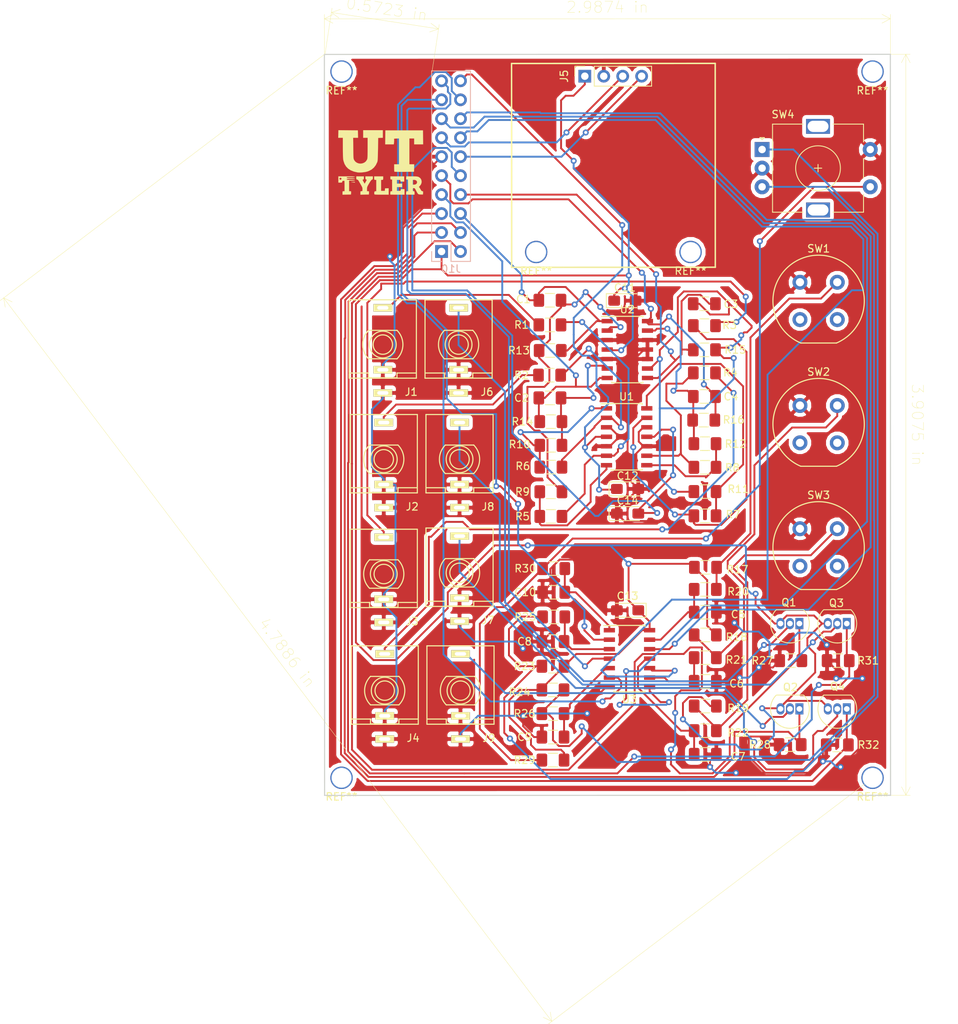
<source format=kicad_pcb>
(kicad_pcb (version 20171130) (host pcbnew "(5.0.0)")
  (layers (0 F.Cu signal) (31 B.Cu signal) (34 B.Paste user) (35 F.Paste user) (36 B.SilkS user) (37 F.SilkS user) (38 B.Mask user) (39 F.Mask user hide) (44 Edge.Cuts user))
  (net 0 "")
  (net 1 "Net-(C1-Pad2)")
  (net 2 PITCH_A)
  (net 3 "Net-(C2-Pad2)")
  (net 4 PITCH_B)
  (net 5 PITCH_C)
  (net 6 "Net-(C3-Pad2)")
  (net 7 PITCH_D)
  (net 8 "Net-(C4-Pad2)")
  (net 9 "Net-(C5-Pad1)")
  (net 10 /GND)
  (net 11 "Net-(C6-Pad1)")
  (net 12 "Net-(C7-Pad1)")
  (net 13 "Net-(C8-Pad1)")
  (net 14 "Net-(C9-Pad1)")
  (net 15 "Net-(C10-Pad1)")
  (net 16 /+3V3)
  (net 17 /VCC)
  (net 18 /VEE)
  (net 19 SCL_Display)
  (net 20 SDA_Display)
  (net 21 Gate_A)
  (net 22 Gate_B)
  (net 23 Gate_C)
  (net 24 Gate_D)
  (net 25 Midi_loop)
  (net 26 Midi_Stop)
  (net 27 Midi_Play_Pause)
  (net 28 Enc_SW)
  (net 29 Enc_B)
  (net 30 Enc_A)
  (net 31 "Net-(R1-Pad1)")
  (net 32 "Net-(R2-Pad1)")
  (net 33 "Net-(R3-Pad1)")
  (net 34 "Net-(R4-Pad1)")
  (net 35 "Net-(R5-Pad1)")
  (net 36 "Net-(R10-Pad2)")
  (net 37 "Net-(R11-Pad2)")
  (net 38 "Net-(R12-Pad2)")
  (net 39 "Net-(R17-Pad1)")
  (net 40 "Net-(R18-Pad1)")
  (net 41 "Net-(R19-Pad1)")
  (net 42 "Net-(R23-Pad1)")
  (net 43 "Net-(R24-Pad1)")
  (net 44 "Net-(R29-Pad2)")
  (net 45 "Net-(J1-Pad3)")
  (net 46 "Net-(J2-Pad3)")
  (net 47 "Net-(J3-Pad3)")
  (net 48 "Net-(J4-Pad3)")
  (net 49 "Net-(J6-Pad3)")
  (net 50 "Net-(J7-Pad3)")
  (net 51 "Net-(J8-Pad3)")
  (net 52 "Net-(J9-Pad3)")
  (module teensy:PP_Screw (layer F.Cu) (at 199.17 81.02)
    (fp_text reference REF** (at 0 2.54) (layer F.SilkS))
    (fp_text value PP_Screw)
    (pad 1 thru_hole circle (at 0 0) (size 3 3) (drill 2.65) (layers *.Cu *.Mask))
  )
  (module teensy:PP_Screw (layer F.Cu) (at 178.47 81.02)
    (fp_text reference REF** (at 0 2.54) (layer F.SilkS))
    (fp_text value PP_Screw)
    (pad 1 thru_hole circle (at 0 0) (size 3 3) (drill 2.65) (layers *.Cu *.Mask))
  )
  (module teensy:PP_Screw (layer F.Cu) (at 223.57 151.45)
    (fp_text reference REF** (at 0 2.54) (layer F.SilkS))
    (fp_text value PP_Screw)
    (pad 1 thru_hole circle (at 0 0) (size 3 3) (drill 2.65) (layers *.Cu *.Mask))
  )
  (module teensy:PP_Screw (layer F.Cu) (at 152.37 151.45)
    (fp_text reference REF** (at 0 2.54) (layer F.SilkS))
    (fp_text value PP_Screw)
    (pad 1 thru_hole circle (at 0 0) (size 3 3) (drill 2.65) (layers *.Cu *.Mask))
  )
  (module teensy:PP_Screw (layer F.Cu) (at 152.37 56.85)
    (fp_text reference REF** (at 0 2.54) (layer F.SilkS))
    (fp_text value PP_Screw)
    (pad 1 thru_hole circle (at 0 0) (size 3 3) (drill 2.65) (layers *.Cu *.Mask))
  )
  (module Package_SO:SOIC-14_3.9x8.7mm_P1.27mm (layer F.Cu) (at 190.59645 105.7714)
    (fp_text reference U1 (at 0 -5.375) (layer F.SilkS))
    (fp_text value TL074)
    (pad 14 smd rect (at 2.7 -3.81) (size 1.5 0.6) (layers F.Cu F.Paste F.Mask) (net 37 "Net-(R11-Pad2)"))
    (pad 13 smd rect (at 2.7 -2.54) (size 1.5 0.6) (layers F.Cu F.Paste F.Mask) (net 33 "Net-(R3-Pad1)"))
    (pad 12 smd rect (at 2.7 -1.27) (size 1.5 0.6) (layers F.Cu F.Paste F.Mask) (net 10 /GND))
    (pad 11 smd rect (at 2.7 0) (size 1.5 0.6) (layers F.Cu F.Paste F.Mask) (net 18 /VEE))
    (pad 10 smd rect (at 2.7 1.27) (size 1.5 0.6) (layers F.Cu F.Paste F.Mask) (net 10 /GND))
    (pad 9 smd rect (at 2.7 2.54) (size 1.5 0.6) (layers F.Cu F.Paste F.Mask) (net 34 "Net-(R4-Pad1)"))
    (pad 8 smd rect (at 2.7 3.81) (size 1.5 0.6) (layers F.Cu F.Paste F.Mask) (net 38 "Net-(R12-Pad2)"))
    (pad 7 smd rect (at -2.7 3.81) (size 1.5 0.6) (layers F.Cu F.Paste F.Mask) (net 35 "Net-(R5-Pad1)"))
    (pad 6 smd rect (at -2.7 2.54) (size 1.5 0.6) (layers F.Cu F.Paste F.Mask) (net 31 "Net-(R1-Pad1)"))
    (pad 5 smd rect (at -2.7 1.27) (size 1.5 0.6) (layers F.Cu F.Paste F.Mask) (net 10 /GND))
    (pad 4 smd rect (at -2.7 0) (size 1.5 0.6) (layers F.Cu F.Paste F.Mask) (net 17 /VCC))
    (pad 3 smd rect (at -2.7 -1.27) (size 1.5 0.6) (layers F.Cu F.Paste F.Mask) (net 10 /GND))
    (pad 2 smd rect (at -2.7 -2.54) (size 1.5 0.6) (layers F.Cu F.Paste F.Mask) (net 32 "Net-(R2-Pad1)"))
    (pad 1 smd rect (at -2.7 -3.81) (size 1.5 0.6) (layers F.Cu F.Paste F.Mask) (net 36 "Net-(R10-Pad2)"))
  )
  (module Capacitor_SMD:C_1206_3216Metric_Pad1.42x1.75mm_HandSolder (layer F.Cu) (at 201.02315 100.3739 180)
    (fp_text reference C4 (at -3.556 -0.0127 180) (layer F.SilkS))
    (fp_text value 1n)
    (pad 1 smd roundrect (at -1.4875 0 180) (size 1.425 1.75) (layers F.Cu F.Paste F.Mask) (roundrect_rratio 0.175439) (net 7 PITCH_D))
    (pad 2 smd roundrect (at 1.4875 0 180) (size 1.425 1.75) (layers F.Cu F.Paste F.Mask) (roundrect_rratio 0.175439) (net 8 "Net-(C4-Pad2)"))
  )
  (module Capacitor_SMD:C_1206_3216Metric_Pad1.42x1.75mm_HandSolder (layer F.Cu) (at 201.01045 87.9533 180)
    (fp_text reference C3 (at -3.5687 -0.0508 180) (layer F.SilkS))
    (fp_text value 1n)
    (pad 1 smd roundrect (at -1.4875 0 180) (size 1.425 1.75) (layers F.Cu F.Paste F.Mask) (roundrect_rratio 0.175439) (net 5 PITCH_C))
    (pad 2 smd roundrect (at 1.4875 0 180) (size 1.425 1.75) (layers F.Cu F.Paste F.Mask) (roundrect_rratio 0.175439) (net 6 "Net-(C3-Pad2)"))
  )
  (module Capacitor_SMD:C_1206_3216Metric_Pad1.42x1.75mm_HandSolder (layer F.Cu) (at 180.30945 87.4834)
    (fp_text reference C1 (at -3.556 -0.127) (layer F.SilkS))
    (fp_text value 1n)
    (pad 2 smd roundrect (at 1.4875 0) (size 1.425 1.75) (layers F.Cu F.Paste F.Mask) (roundrect_rratio 0.175439) (net 1 "Net-(C1-Pad2)"))
    (pad 1 smd roundrect (at -1.4875 0) (size 1.425 1.75) (layers F.Cu F.Paste F.Mask) (roundrect_rratio 0.175439) (net 2 PITCH_A))
  )
  (module Capacitor_SMD:C_1206_3216Metric_Pad1.42x1.75mm_HandSolder (layer F.Cu) (at 180.30945 100.5644)
    (fp_text reference C2 (at -3.81 0) (layer F.SilkS))
    (fp_text value 1n)
    (pad 2 smd roundrect (at 1.4875 0) (size 1.425 1.75) (layers F.Cu F.Paste F.Mask) (roundrect_rratio 0.175439) (net 3 "Net-(C2-Pad2)"))
    (pad 1 smd roundrect (at -1.4875 0) (size 1.425 1.75) (layers F.Cu F.Paste F.Mask) (roundrect_rratio 0.175439) (net 4 PITCH_B))
  )
  (module Capacitor_Tantalum_SMD:CP_EIA-3216-18_Kemet-A_Pad1.58x1.35mm_HandSolder (layer F.Cu) (at 190.3603 87.5411)
    (fp_text reference C11 (at 0 -1.75) (layer F.SilkS))
    (fp_text value 100n)
    (pad 1 smd roundrect (at -1.4375 0) (size 1.575 1.35) (layers F.Cu F.Paste F.Mask) (roundrect_rratio 0.185185) (net 16 /+3V3))
    (pad 2 smd roundrect (at 1.4375 0) (size 1.575 1.35) (layers F.Cu F.Paste F.Mask) (roundrect_rratio 0.185185) (net 10 /GND))
  )
  (module Capacitor_Tantalum_SMD:CP_EIA-3216-18_Kemet-A_Pad1.58x1.35mm_HandSolder (layer F.Cu) (at 190.72345 112.7564)
    (fp_text reference C12 (at 0 -1.75) (layer F.SilkS))
    (fp_text value 100n)
    (pad 1 smd roundrect (at -1.4375 0) (size 1.575 1.35) (layers F.Cu F.Paste F.Mask) (roundrect_rratio 0.185185) (net 17 /VCC))
    (pad 2 smd roundrect (at 1.4375 0) (size 1.575 1.35) (layers F.Cu F.Paste F.Mask) (roundrect_rratio 0.185185) (net 10 /GND))
  )
  (module Resistor_SMD:R_1206_3216Metric_Pad1.42x1.75mm_HandSolder (layer F.Cu) (at 180.43645 116.4394)
    (fp_text reference R5 (at -3.81 0) (layer F.SilkS))
    (fp_text value 24.9k)
    (pad 1 smd roundrect (at -1.4875 0) (size 1.425 1.75) (layers F.Cu F.Paste F.Mask) (roundrect_rratio 0.175439) (net 35 "Net-(R5-Pad1)"))
    (pad 2 smd roundrect (at 1.4875 0) (size 1.425 1.75) (layers F.Cu F.Paste F.Mask) (roundrect_rratio 0.175439) (net 31 "Net-(R1-Pad1)"))
  )
  (module Resistor_SMD:R_1206_3216Metric_Pad1.42x1.75mm_HandSolder (layer F.Cu) (at 180.43645 109.8354)
    (fp_text reference R6 (at -3.764636 -0.127) (layer F.SilkS))
    (fp_text value 24.9k)
    (pad 2 smd roundrect (at 1.4875 0) (size 1.425 1.75) (layers F.Cu F.Paste F.Mask) (roundrect_rratio 0.175439) (net 32 "Net-(R2-Pad1)"))
    (pad 1 smd roundrect (at -1.4875 0) (size 1.425 1.75) (layers F.Cu F.Paste F.Mask) (roundrect_rratio 0.175439) (net 36 "Net-(R10-Pad2)"))
  )
  (module Resistor_SMD:R_1206_3216Metric_Pad1.42x1.75mm_HandSolder (layer F.Cu) (at 180.264086 97.5164 180)
    (fp_text reference R2 (at 3.764636 -0.016564 180) (layer F.SilkS))
    (fp_text value 100k)
    (pad 1 smd roundrect (at -1.4875 0 180) (size 1.425 1.75) (layers F.Cu F.Paste F.Mask) (roundrect_rratio 0.175439) (net 32 "Net-(R2-Pad1)"))
    (pad 2 smd roundrect (at 1.4875 0 180) (size 1.425 1.75) (layers F.Cu F.Paste F.Mask) (roundrect_rratio 0.175439) (net 46 "Net-(J2-Pad3)"))
  )
  (module Resistor_SMD:R_1206_3216Metric_Pad1.42x1.75mm_HandSolder (layer F.Cu) (at 201.02315 90.887)
    (fp_text reference R3 (at 3.3782 -0.0635) (layer F.SilkS))
    (fp_text value 100k)
    (pad 2 smd roundrect (at 1.4875 0) (size 1.425 1.75) (layers F.Cu F.Paste F.Mask) (roundrect_rratio 0.175439) (net 47 "Net-(J3-Pad3)"))
    (pad 1 smd roundrect (at -1.4875 0) (size 1.425 1.75) (layers F.Cu F.Paste F.Mask) (roundrect_rratio 0.175439) (net 33 "Net-(R3-Pad1)"))
  )
  (module Resistor_SMD:R_1206_3216Metric_Pad1.42x1.75mm_HandSolder (layer F.Cu) (at 201.02315 97.2116)
    (fp_text reference R4 (at 3.4925 -0.0381) (layer F.SilkS))
    (fp_text value 100k)
    (pad 2 smd roundrect (at 1.4875 0) (size 1.425 1.75) (layers F.Cu F.Paste F.Mask) (roundrect_rratio 0.175439) (net 48 "Net-(J4-Pad3)"))
    (pad 1 smd roundrect (at -1.4875 0) (size 1.425 1.75) (layers F.Cu F.Paste F.Mask) (roundrect_rratio 0.175439) (net 34 "Net-(R4-Pad1)"))
  )
  (module Resistor_SMD:R_1206_3216Metric_Pad1.42x1.75mm_HandSolder (layer F.Cu) (at 180.30945 90.7854 180)
    (fp_text reference R1 (at 3.81 0 180) (layer F.SilkS))
    (fp_text value 100k)
    (pad 2 smd roundrect (at 1.4875 0 180) (size 1.425 1.75) (layers F.Cu F.Paste F.Mask) (roundrect_rratio 0.175439) (net 45 "Net-(J1-Pad3)"))
    (pad 1 smd roundrect (at -1.4875 0 180) (size 1.425 1.75) (layers F.Cu F.Paste F.Mask) (roundrect_rratio 0.175439) (net 31 "Net-(R1-Pad1)"))
  )
  (module Resistor_SMD:R_1206_3216Metric_Pad1.42x1.75mm_HandSolder (layer F.Cu) (at 180.34595 94.2144 180)
    (fp_text reference R13 (at 4.191 0 180) (layer F.SilkS))
    (fp_text value 24.9k)
    (pad 1 smd roundrect (at -1.4875 0 180) (size 1.425 1.75) (layers F.Cu F.Paste F.Mask) (roundrect_rratio 0.175439) (net 2 PITCH_A))
    (pad 2 smd roundrect (at 1.4875 0 180) (size 1.425 1.75) (layers F.Cu F.Paste F.Mask) (roundrect_rratio 0.175439) (net 1 "Net-(C1-Pad2)"))
  )
  (module Resistor_SMD:R_1206_3216Metric_Pad1.42x1.75mm_HandSolder (layer F.Cu) (at 200.93425 103.5362 180)
    (fp_text reference R16 (at -4.0132 0.0381 180) (layer F.SilkS))
    (fp_text value 24.9k)
    (pad 1 smd roundrect (at -1.4875 0 180) (size 1.425 1.75) (layers F.Cu F.Paste F.Mask) (roundrect_rratio 0.175439) (net 7 PITCH_D))
    (pad 2 smd roundrect (at 1.4875 0 180) (size 1.425 1.75) (layers F.Cu F.Paste F.Mask) (roundrect_rratio 0.175439) (net 8 "Net-(C4-Pad2)"))
  )
  (module Resistor_SMD:R_1206_3216Metric_Pad1.42x1.75mm_HandSolder (layer F.Cu) (at 201.09935 113.112)
    (fp_text reference R11 (at 4.471879 -0.329091) (layer F.SilkS))
    (fp_text value 24.9k)
    (pad 2 smd roundrect (at 1.4875 0) (size 1.425 1.75) (layers F.Cu F.Paste F.Mask) (roundrect_rratio 0.175439) (net 37 "Net-(R11-Pad2)"))
    (pad 1 smd roundrect (at -1.4875 0) (size 1.425 1.75) (layers F.Cu F.Paste F.Mask) (roundrect_rratio 0.175439) (net 6 "Net-(C3-Pad2)"))
  )
  (module Resistor_SMD:R_1206_3216Metric_Pad1.42x1.75mm_HandSolder (layer F.Cu) (at 201.09935 106.6985)
    (fp_text reference R12 (at 4.1148 0.0381) (layer F.SilkS))
    (fp_text value 24.9k)
    (pad 2 smd roundrect (at 1.4875 0) (size 1.425 1.75) (layers F.Cu F.Paste F.Mask) (roundrect_rratio 0.175439) (net 38 "Net-(R12-Pad2)"))
    (pad 1 smd roundrect (at -1.4875 0) (size 1.425 1.75) (layers F.Cu F.Paste F.Mask) (roundrect_rratio 0.175439) (net 8 "Net-(C4-Pad2)"))
  )
  (module Resistor_SMD:R_1206_3216Metric_Pad1.42x1.75mm_HandSolder (layer F.Cu) (at 201.09935 116.3632 180)
    (fp_text reference R7 (at -3.7592 0.1778 180) (layer F.SilkS))
    (fp_text value 24.9k)
    (pad 2 smd roundrect (at 1.4875 0 180) (size 1.425 1.75) (layers F.Cu F.Paste F.Mask) (roundrect_rratio 0.175439) (net 33 "Net-(R3-Pad1)"))
    (pad 1 smd roundrect (at -1.4875 0 180) (size 1.425 1.75) (layers F.Cu F.Paste F.Mask) (roundrect_rratio 0.175439) (net 37 "Net-(R11-Pad2)"))
  )
  (module Resistor_SMD:R_1206_3216Metric_Pad1.42x1.75mm_HandSolder (layer F.Cu) (at 201.09935 109.8608 180)
    (fp_text reference R8 (at -3.6703 -0.0508 180) (layer F.SilkS))
    (fp_text value 24.9k)
    (pad 1 smd roundrect (at -1.4875 0 180) (size 1.425 1.75) (layers F.Cu F.Paste F.Mask) (roundrect_rratio 0.175439) (net 38 "Net-(R12-Pad2)"))
    (pad 2 smd roundrect (at 1.4875 0 180) (size 1.425 1.75) (layers F.Cu F.Paste F.Mask) (roundrect_rratio 0.175439) (net 34 "Net-(R4-Pad1)"))
  )
  (module Resistor_SMD:R_1206_3216Metric_Pad1.42x1.75mm_HandSolder (layer F.Cu) (at 201.02315 94.1255)
    (fp_text reference R15 (at 4.1402 0) (layer F.SilkS))
    (fp_text value 24.9k)
    (pad 2 smd roundrect (at 1.4875 0) (size 1.425 1.75) (layers F.Cu F.Paste F.Mask) (roundrect_rratio 0.175439) (net 6 "Net-(C3-Pad2)"))
    (pad 1 smd roundrect (at -1.4875 0) (size 1.425 1.75) (layers F.Cu F.Paste F.Mask) (roundrect_rratio 0.175439) (net 5 PITCH_C))
  )
  (module Resistor_SMD:R_1206_3216Metric_Pad1.42x1.75mm_HandSolder (layer F.Cu) (at 180.43645 113.1374 180)
    (fp_text reference R9 (at 3.81 0 180) (layer F.SilkS))
    (fp_text value 24.9k)
    (pad 2 smd roundrect (at 1.4875 0 180) (size 1.425 1.75) (layers F.Cu F.Paste F.Mask) (roundrect_rratio 0.175439) (net 35 "Net-(R5-Pad1)"))
    (pad 1 smd roundrect (at -1.4875 0 180) (size 1.425 1.75) (layers F.Cu F.Paste F.Mask) (roundrect_rratio 0.175439) (net 1 "Net-(C1-Pad2)"))
  )
  (module Resistor_SMD:R_1206_3216Metric_Pad1.42x1.75mm_HandSolder (layer F.Cu) (at 180.43645 106.9144 180)
    (fp_text reference R10 (at 4.191 0.127 180) (layer F.SilkS))
    (fp_text value 24.9k)
    (pad 2 smd roundrect (at 1.4875 0 180) (size 1.425 1.75) (layers F.Cu F.Paste F.Mask) (roundrect_rratio 0.175439) (net 36 "Net-(R10-Pad2)"))
    (pad 1 smd roundrect (at -1.4875 0 180) (size 1.425 1.75) (layers F.Cu F.Paste F.Mask) (roundrect_rratio 0.175439) (net 3 "Net-(C2-Pad2)"))
  )
  (module Resistor_SMD:R_1206_3216Metric_Pad1.42x1.75mm_HandSolder (layer F.Cu) (at 180.43645 103.7394)
    (fp_text reference R14 (at -3.81 0) (layer F.SilkS))
    (fp_text value 24.9k)
    (pad 1 smd roundrect (at -1.4875 0) (size 1.425 1.75) (layers F.Cu F.Paste F.Mask) (roundrect_rratio 0.175439) (net 4 PITCH_B))
    (pad 2 smd roundrect (at 1.4875 0) (size 1.425 1.75) (layers F.Cu F.Paste F.Mask) (roundrect_rratio 0.175439) (net 3 "Net-(C2-Pad2)"))
  )
  (module Capacitor_Tantalum_SMD:CP_EIA-3216-18_Kemet-A_Pad1.58x1.35mm_HandSolder (layer F.Cu) (at 190.72345 116.0584)
    (fp_text reference C14 (at 0 -1.75) (layer F.SilkS))
    (fp_text value 100n)
    (pad 1 smd roundrect (at -1.4375 0) (size 1.575 1.35) (layers F.Cu F.Paste F.Mask) (roundrect_rratio 0.185185) (net 10 /GND))
    (pad 2 smd roundrect (at 1.4375 0) (size 1.575 1.35) (layers F.Cu F.Paste F.Mask) (roundrect_rratio 0.185185) (net 18 /VEE))
  )
  (module Package_SO:SOIC-14_3.9x8.7mm_P1.27mm (layer F.Cu) (at 190.69045 94.0874)
    (fp_text reference U2 (at 0 -5.375) (layer F.SilkS))
    (fp_text value MCP6004)
    (pad 1 smd rect (at -2.7 -3.81) (size 1.5 0.6) (layers F.Cu F.Paste F.Mask) (net 2 PITCH_A))
    (pad 2 smd rect (at -2.7 -2.54) (size 1.5 0.6) (layers F.Cu F.Paste F.Mask) (net 1 "Net-(C1-Pad2)"))
    (pad 3 smd rect (at -2.7 -1.27) (size 1.5 0.6) (layers F.Cu F.Paste F.Mask) (net 10 /GND))
    (pad 4 smd rect (at -2.7 0) (size 1.5 0.6) (layers F.Cu F.Paste F.Mask) (net 16 /+3V3))
    (pad 5 smd rect (at -2.7 1.27) (size 1.5 0.6) (layers F.Cu F.Paste F.Mask) (net 10 /GND))
    (pad 6 smd rect (at -2.7 2.54) (size 1.5 0.6) (layers F.Cu F.Paste F.Mask) (net 3 "Net-(C2-Pad2)"))
    (pad 7 smd rect (at -2.7 3.81) (size 1.5 0.6) (layers F.Cu F.Paste F.Mask) (net 4 PITCH_B))
    (pad 8 smd rect (at 2.7 3.81) (size 1.5 0.6) (layers F.Cu F.Paste F.Mask) (net 5 PITCH_C))
    (pad 9 smd rect (at 2.7 2.54) (size 1.5 0.6) (layers F.Cu F.Paste F.Mask) (net 6 "Net-(C3-Pad2)"))
    (pad 10 smd rect (at 2.7 1.27) (size 1.5 0.6) (layers F.Cu F.Paste F.Mask) (net 10 /GND))
    (pad 11 smd rect (at 2.7 0) (size 1.5 0.6) (layers F.Cu F.Paste F.Mask) (net 10 /GND))
    (pad 12 smd rect (at 2.7 -1.27) (size 1.5 0.6) (layers F.Cu F.Paste F.Mask) (net 10 /GND))
    (pad 13 smd rect (at 2.7 -2.54) (size 1.5 0.6) (layers F.Cu F.Paste F.Mask) (net 8 "Net-(C4-Pad2)"))
    (pad 14 smd rect (at 2.7 -3.81) (size 1.5 0.6) (layers F.Cu F.Paste F.Mask) (net 7 PITCH_D))
  )
  (module Capacitor_SMD:C_1206_3216Metric_Pad1.42x1.75mm_HandSolder (layer F.Cu) (at 201.13745 129.2664)
    (fp_text reference C5 (at 4.417058 0.290308) (layer F.SilkS))
    (fp_text value .01u)
    (pad 1 smd roundrect (at -1.4875 0) (size 1.425 1.75) (layers F.Cu F.Paste F.Mask) (roundrect_rratio 0.175439) (net 9 "Net-(C5-Pad1)"))
    (pad 2 smd roundrect (at 1.4875 0) (size 1.425 1.75) (layers F.Cu F.Paste F.Mask) (roundrect_rratio 0.175439) (net 10 /GND))
  )
  (module Capacitor_SMD:C_1206_3216Metric_Pad1.42x1.75mm_HandSolder (layer F.Cu) (at 201.13745 138.5374)
    (fp_text reference C6 (at 4.199558 0.290308) (layer F.SilkS))
    (fp_text value .01u)
    (pad 2 smd roundrect (at 1.4875 0) (size 1.425 1.75) (layers F.Cu F.Paste F.Mask) (roundrect_rratio 0.175439) (net 10 /GND))
    (pad 1 smd roundrect (at -1.4875 0) (size 1.425 1.75) (layers F.Cu F.Paste F.Mask) (roundrect_rratio 0.175439) (net 11 "Net-(C6-Pad1)"))
  )
  (module Capacitor_SMD:C_1206_3216Metric_Pad1.42x1.75mm_HandSolder (layer F.Cu) (at 201.13745 148.3164)
    (fp_text reference C7 (at 4.417058 0.290308) (layer F.SilkS))
    (fp_text value .01u)
    (pad 2 smd roundrect (at 1.4875 0) (size 1.425 1.75) (layers F.Cu F.Paste F.Mask) (roundrect_rratio 0.175439) (net 10 /GND))
    (pad 1 smd roundrect (at -1.4875 0) (size 1.425 1.75) (layers F.Cu F.Paste F.Mask) (roundrect_rratio 0.175439) (net 12 "Net-(C7-Pad1)"))
  )
  (module Capacitor_SMD:C_1206_3216Metric_Pad1.42x1.75mm_HandSolder (layer F.Cu) (at 180.718392 133.2034 180)
    (fp_text reference C8 (at 3.81 0 180) (layer F.SilkS))
    (fp_text value .01u)
    (pad 2 smd roundrect (at 1.4875 0 180) (size 1.425 1.75) (layers F.Cu F.Paste F.Mask) (roundrect_rratio 0.175439) (net 10 /GND))
    (pad 1 smd roundrect (at -1.4875 0 180) (size 1.425 1.75) (layers F.Cu F.Paste F.Mask) (roundrect_rratio 0.175439) (net 13 "Net-(C8-Pad1)"))
  )
  (module Capacitor_SMD:C_1206_3216Metric_Pad1.42x1.75mm_HandSolder (layer F.Cu) (at 180.718392 145.994092 180)
    (fp_text reference C9 (at 3.81 0 180) (layer F.SilkS))
    (fp_text value .01u)
    (pad 1 smd roundrect (at -1.4875 0 180) (size 1.425 1.75) (layers F.Cu F.Paste F.Mask) (roundrect_rratio 0.175439) (net 14 "Net-(C9-Pad1)"))
    (pad 2 smd roundrect (at 1.4875 0 180) (size 1.425 1.75) (layers F.Cu F.Paste F.Mask) (roundrect_rratio 0.175439) (net 10 /GND))
  )
  (module Capacitor_SMD:C_1206_3216Metric_Pad1.42x1.75mm_HandSolder (layer F.Cu) (at 180.81745 126.5994 180)
    (fp_text reference C10 (at 3.81 0 180) (layer F.SilkS))
    (fp_text value .01u)
    (pad 1 smd roundrect (at -1.4875 0 180) (size 1.425 1.75) (layers F.Cu F.Paste F.Mask) (roundrect_rratio 0.175439) (net 15 "Net-(C10-Pad1)"))
    (pad 2 smd roundrect (at 1.4875 0 180) (size 1.425 1.75) (layers F.Cu F.Paste F.Mask) (roundrect_rratio 0.175439) (net 10 /GND))
  )
  (module Capacitor_Tantalum_SMD:CP_EIA-3216-18_Kemet-A_Pad1.58x1.35mm_HandSolder (layer F.Cu) (at 190.72345 129.0124 180)
    (fp_text reference C13 (at 0 1.905 180) (layer F.SilkS))
    (fp_text value 100n)
    (pad 2 smd roundrect (at 1.4375 0 180) (size 1.575 1.35) (layers F.Cu F.Paste F.Mask) (roundrect_rratio 0.185185) (net 10 /GND))
    (pad 1 smd roundrect (at -1.4375 0 180) (size 1.575 1.35) (layers F.Cu F.Paste F.Mask) (roundrect_rratio 0.185185) (net 16 /+3V3))
  )
  (module thonkiconn:THONKICONN (layer F.Cu) (at 157.90385 93.4196)
    (fp_text reference J1 (at 3.81 6.35) (layer F.SilkS))
    (fp_text value AudioJack2_Ground_Switch hide)
    (pad 1 thru_hole rect (at 0 6.48) (size 2.5 1) (drill oval 1.5 0.5) (layers *.Cu *.Mask F.SilkS) (net 10 /GND))
    (pad 2 thru_hole rect (at 0 3.38) (size 2.5 1) (drill oval 1.5 0.5) (layers *.Cu *.Mask F.SilkS) (net 10 /GND))
    (pad 3 thru_hole rect (at 0 -4.92) (size 2.5 1) (drill oval 1.5 0.5) (layers *.Cu *.Mask F.SilkS) (net 45 "Net-(J1-Pad3)"))
  )
  (module thonkiconn:THONKICONN (layer F.Cu) (at 158.03085 108.7866)
    (fp_text reference J2 (at 3.81 6.35) (layer F.SilkS))
    (fp_text value AudioJack2_Ground_Switch hide)
    (pad 1 thru_hole rect (at 0 6.48) (size 2.5 1) (drill oval 1.5 0.5) (layers *.Cu *.Mask F.SilkS) (net 10 /GND))
    (pad 2 thru_hole rect (at 0 3.38) (size 2.5 1) (drill oval 1.5 0.5) (layers *.Cu *.Mask F.SilkS) (net 10 /GND))
    (pad 3 thru_hole rect (at 0 -4.92) (size 2.5 1) (drill oval 1.5 0.5) (layers *.Cu *.Mask F.SilkS) (net 46 "Net-(J2-Pad3)"))
  )
  (module thonkiconn:THONKICONN (layer F.Cu) (at 158.03085 124.1536)
    (fp_text reference J3 (at 3.81 6.35) (layer F.SilkS))
    (fp_text value AudioJack2_Ground_Switch hide)
    (pad 1 thru_hole rect (at 0 6.48) (size 2.5 1) (drill oval 1.5 0.5) (layers *.Cu *.Mask F.SilkS) (net 10 /GND))
    (pad 2 thru_hole rect (at 0 3.38) (size 2.5 1) (drill oval 1.5 0.5) (layers *.Cu *.Mask F.SilkS) (net 10 /GND))
    (pad 3 thru_hole rect (at 0 -4.92) (size 2.5 1) (drill oval 1.5 0.5) (layers *.Cu *.Mask F.SilkS) (net 47 "Net-(J3-Pad3)"))
  )
  (module thonkiconn:THONKICONN (layer F.Cu) (at 158.15785 139.7746)
    (fp_text reference J4 (at 3.81 6.35) (layer F.SilkS))
    (fp_text value AudioJack2_Ground_Switch hide)
    (pad 3 thru_hole rect (at 0 -4.92) (size 2.5 1) (drill oval 1.5 0.5) (layers *.Cu *.Mask F.SilkS) (net 48 "Net-(J4-Pad3)"))
    (pad 2 thru_hole rect (at 0 3.38) (size 2.5 1) (drill oval 1.5 0.5) (layers *.Cu *.Mask F.SilkS) (net 10 /GND))
    (pad 1 thru_hole rect (at 0 6.48) (size 2.5 1) (drill oval 1.5 0.5) (layers *.Cu *.Mask F.SilkS) (net 10 /GND))
  )
  (module thonkiconn:THONKICONN (layer F.Cu) (at 168.06385 93.4196)
    (fp_text reference J6 (at 3.81 6.35) (layer F.SilkS))
    (fp_text value AudioJack2_Ground_Switch hide)
    (pad 3 thru_hole rect (at 0 -4.92) (size 2.5 1) (drill oval 1.5 0.5) (layers *.Cu *.Mask F.SilkS) (net 49 "Net-(J6-Pad3)"))
    (pad 2 thru_hole rect (at 0 3.38) (size 2.5 1) (drill oval 1.5 0.5) (layers *.Cu *.Mask F.SilkS) (net 10 /GND))
    (pad 1 thru_hole rect (at 0 6.48) (size 2.5 1) (drill oval 1.5 0.5) (layers *.Cu *.Mask F.SilkS) (net 10 /GND))
  )
  (module thonkiconn:THONKICONN (layer F.Cu) (at 168.19085 123.9936)
    (fp_text reference J7 (at 3.81 6.35) (layer F.SilkS))
    (fp_text value AudioJack2_Ground_Switch hide)
    (pad 1 thru_hole rect (at 0 6.48) (size 2.5 1) (drill oval 1.5 0.5) (layers *.Cu *.Mask F.SilkS) (net 10 /GND))
    (pad 2 thru_hole rect (at 0 3.38) (size 2.5 1) (drill oval 1.5 0.5) (layers *.Cu *.Mask F.SilkS) (net 10 /GND))
    (pad 3 thru_hole rect (at 0 -4.92) (size 2.5 1) (drill oval 1.5 0.5) (layers *.Cu *.Mask F.SilkS) (net 50 "Net-(J7-Pad3)"))
  )
  (module thonkiconn:THONKICONN (layer F.Cu) (at 168.19085 108.7866)
    (fp_text reference J8 (at 3.81 6.35) (layer F.SilkS))
    (fp_text value AudioJack2_Ground_Switch hide)
    (pad 3 thru_hole rect (at 0 -4.92) (size 2.5 1) (drill oval 1.5 0.5) (layers *.Cu *.Mask F.SilkS) (net 51 "Net-(J8-Pad3)"))
    (pad 2 thru_hole rect (at 0 3.38) (size 2.5 1) (drill oval 1.5 0.5) (layers *.Cu *.Mask F.SilkS) (net 10 /GND))
    (pad 1 thru_hole rect (at 0 6.48) (size 2.5 1) (drill oval 1.5 0.5) (layers *.Cu *.Mask F.SilkS) (net 10 /GND))
  )
  (module thonkiconn:THONKICONN (layer F.Cu) (at 168.31785 139.7746)
    (fp_text reference J9 (at 3.81 6.35) (layer F.SilkS))
    (fp_text value AudioJack2_Ground_Switch hide)
    (pad 3 thru_hole rect (at 0 -4.92) (size 2.5 1) (drill oval 1.5 0.5) (layers *.Cu *.Mask F.SilkS) (net 52 "Net-(J9-Pad3)"))
    (pad 2 thru_hole rect (at 0 3.38) (size 2.5 1) (drill oval 1.5 0.5) (layers *.Cu *.Mask F.SilkS) (net 10 /GND))
    (pad 1 thru_hole rect (at 0 6.48) (size 2.5 1) (drill oval 1.5 0.5) (layers *.Cu *.Mask F.SilkS) (net 10 /GND))
  )
  (module Package_TO_SOT_THT:TO-92_Inline (layer F.Cu) (at 213.76125 130.7904 180)
    (fp_text reference Q1 (at 1.4097 2.8194 180) (layer F.SilkS))
    (fp_text value 2N7000)
    (pad 2 thru_hole oval (at 1.27 0 180) (size 1.05 1.5) (drill 0.75) (layers *.Cu *.Mask) (net 49 "Net-(J6-Pad3)"))
    (pad 3 thru_hole oval (at 2.54 0 180) (size 1.05 1.5) (drill 0.75) (layers *.Cu *.Mask) (net 16 /+3V3))
    (pad 1 thru_hole rect (at 0 0 180) (size 1.05 1.5) (drill 0.75) (layers *.Cu *.Mask) (net 21 Gate_A))
  )
  (module Package_TO_SOT_THT:TO-92_Inline (layer F.Cu) (at 213.76125 142.2204 180)
    (fp_text reference Q2 (at 1.2065 2.8956 180) (layer F.SilkS))
    (fp_text value 2N7000)
    (pad 1 thru_hole rect (at 0 0 180) (size 1.05 1.5) (drill 0.75) (layers *.Cu *.Mask) (net 23 Gate_C))
    (pad 3 thru_hole oval (at 2.54 0 180) (size 1.05 1.5) (drill 0.75) (layers *.Cu *.Mask) (net 16 /+3V3))
    (pad 2 thru_hole oval (at 1.27 0 180) (size 1.05 1.5) (drill 0.75) (layers *.Cu *.Mask) (net 50 "Net-(J7-Pad3)"))
  )
  (module Package_TO_SOT_THT:TO-92_Inline (layer F.Cu) (at 220.11125 130.7904 180)
    (fp_text reference Q3 (at 1.3843 2.7432 180) (layer F.SilkS))
    (fp_text value 2N7000)
    (pad 2 thru_hole oval (at 1.27 0 180) (size 1.05 1.5) (drill 0.75) (layers *.Cu *.Mask) (net 51 "Net-(J8-Pad3)"))
    (pad 3 thru_hole oval (at 2.54 0 180) (size 1.05 1.5) (drill 0.75) (layers *.Cu *.Mask) (net 16 /+3V3))
    (pad 1 thru_hole rect (at 0 0 180) (size 1.05 1.5) (drill 0.75) (layers *.Cu *.Mask) (net 22 Gate_B))
  )
  (module Package_TO_SOT_THT:TO-92_Inline (layer F.Cu) (at 220.11125 142.2204 180)
    (fp_text reference Q4 (at 1.2319 3.0099 180) (layer F.SilkS))
    (fp_text value 2N7000)
    (pad 1 thru_hole rect (at 0 0 180) (size 1.05 1.5) (drill 0.75) (layers *.Cu *.Mask) (net 24 Gate_D))
    (pad 3 thru_hole oval (at 2.54 0 180) (size 1.05 1.5) (drill 0.75) (layers *.Cu *.Mask) (net 16 /+3V3))
    (pad 2 thru_hole oval (at 1.27 0 180) (size 1.05 1.5) (drill 0.75) (layers *.Cu *.Mask) (net 52 "Net-(J9-Pad3)"))
  )
  (module Resistor_SMD:R_1206_3216Metric_Pad1.42x1.75mm_HandSolder (layer F.Cu) (at 201.165392 123.261092 180)
    (fp_text reference R17 (at -4.290058 -0.290308) (layer F.SilkS))
    (fp_text value 10k)
    (pad 1 smd roundrect (at -1.4875 0 180) (size 1.425 1.75) (layers F.Cu F.Paste F.Mask) (roundrect_rratio 0.175439) (net 39 "Net-(R17-Pad1)"))
    (pad 2 smd roundrect (at 1.4875 0 180) (size 1.425 1.75) (layers F.Cu F.Paste F.Mask) (roundrect_rratio 0.175439) (net 16 /+3V3))
  )
  (module Resistor_SMD:R_1206_3216Metric_Pad1.42x1.75mm_HandSolder (layer F.Cu) (at 201.13745 132.3144)
    (fp_text reference R18 (at 4.199558 0.290308) (layer F.SilkS))
    (fp_text value 10k)
    (pad 1 smd roundrect (at -1.4875 0) (size 1.425 1.75) (layers F.Cu F.Paste F.Mask) (roundrect_rratio 0.175439) (net 40 "Net-(R18-Pad1)"))
    (pad 2 smd roundrect (at 1.4875 0) (size 1.425 1.75) (layers F.Cu F.Paste F.Mask) (roundrect_rratio 0.175439) (net 16 /+3V3))
  )
  (module Resistor_SMD:R_1206_3216Metric_Pad1.42x1.75mm_HandSolder (layer F.Cu) (at 201.13745 141.8394)
    (fp_text reference R19 (at 4.417058 0.290308) (layer F.SilkS))
    (fp_text value 10k)
    (pad 1 smd roundrect (at -1.4875 0) (size 1.425 1.75) (layers F.Cu F.Paste F.Mask) (roundrect_rratio 0.175439) (net 41 "Net-(R19-Pad1)"))
    (pad 2 smd roundrect (at 1.4875 0) (size 1.425 1.75) (layers F.Cu F.Paste F.Mask) (roundrect_rratio 0.175439) (net 16 /+3V3))
  )
  (module Resistor_SMD:R_1206_3216Metric_Pad1.42x1.75mm_HandSolder (layer F.Cu) (at 201.13745 126.2184)
    (fp_text reference R20 (at 4.417058 0.290308) (layer F.SilkS))
    (fp_text value 10k)
    (pad 1 smd roundrect (at -1.4875 0) (size 1.425 1.75) (layers F.Cu F.Paste F.Mask) (roundrect_rratio 0.175439) (net 9 "Net-(C5-Pad1)"))
    (pad 2 smd roundrect (at 1.4875 0) (size 1.425 1.75) (layers F.Cu F.Paste F.Mask) (roundrect_rratio 0.175439) (net 39 "Net-(R17-Pad1)"))
  )
  (module Resistor_SMD:R_1206_3216Metric_Pad1.42x1.75mm_HandSolder (layer F.Cu) (at 201.13745 135.3624)
    (fp_text reference R21 (at 4.199558 0.290308) (layer F.SilkS))
    (fp_text value 10k)
    (pad 2 smd roundrect (at 1.4875 0) (size 1.425 1.75) (layers F.Cu F.Paste F.Mask) (roundrect_rratio 0.175439) (net 40 "Net-(R18-Pad1)"))
    (pad 1 smd roundrect (at -1.4875 0) (size 1.425 1.75) (layers F.Cu F.Paste F.Mask) (roundrect_rratio 0.175439) (net 11 "Net-(C6-Pad1)"))
  )
  (module Resistor_SMD:R_1206_3216Metric_Pad1.42x1.75mm_HandSolder (layer F.Cu) (at 201.13745 145.1414)
    (fp_text reference R22 (at 4.417058 0.290308) (layer F.SilkS))
    (fp_text value 10k)
    (pad 2 smd roundrect (at 1.4875 0) (size 1.425 1.75) (layers F.Cu F.Paste F.Mask) (roundrect_rratio 0.175439) (net 41 "Net-(R19-Pad1)"))
    (pad 1 smd roundrect (at -1.4875 0) (size 1.425 1.75) (layers F.Cu F.Paste F.Mask) (roundrect_rratio 0.175439) (net 12 "Net-(C7-Pad1)"))
  )
  (module Resistor_SMD:R_1206_3216Metric_Pad1.42x1.75mm_HandSolder (layer F.Cu) (at 180.718392 136.5054)
    (fp_text reference R23 (at -3.81 0) (layer F.SilkS))
    (fp_text value 10k)
    (pad 1 smd roundrect (at -1.4875 0) (size 1.425 1.75) (layers F.Cu F.Paste F.Mask) (roundrect_rratio 0.175439) (net 42 "Net-(R23-Pad1)"))
    (pad 2 smd roundrect (at 1.4875 0) (size 1.425 1.75) (layers F.Cu F.Paste F.Mask) (roundrect_rratio 0.175439) (net 16 /+3V3))
  )
  (module Resistor_SMD:R_1206_3216Metric_Pad1.42x1.75mm_HandSolder (layer F.Cu) (at 180.718392 139.6804 180)
    (fp_text reference R24 (at 4.472942 -0.290308 180) (layer F.SilkS))
    (fp_text value 10k)
    (pad 2 smd roundrect (at 1.4875 0 180) (size 1.425 1.75) (layers F.Cu F.Paste F.Mask) (roundrect_rratio 0.175439) (net 16 /+3V3))
    (pad 1 smd roundrect (at -1.4875 0 180) (size 1.425 1.75) (layers F.Cu F.Paste F.Mask) (roundrect_rratio 0.175439) (net 43 "Net-(R24-Pad1)"))
  )
  (module Resistor_SMD:R_1206_3216Metric_Pad1.42x1.75mm_HandSolder (layer F.Cu) (at 180.81745 129.9014)
    (fp_text reference R25 (at -3.81 0) (layer F.SilkS))
    (fp_text value 10k)
    (pad 2 smd roundrect (at 1.4875 0) (size 1.425 1.75) (layers F.Cu F.Paste F.Mask) (roundrect_rratio 0.175439) (net 13 "Net-(C8-Pad1)"))
    (pad 1 smd roundrect (at -1.4875 0) (size 1.425 1.75) (layers F.Cu F.Paste F.Mask) (roundrect_rratio 0.175439) (net 42 "Net-(R23-Pad1)"))
  )
  (module Resistor_SMD:R_1206_3216Metric_Pad1.42x1.75mm_HandSolder (layer F.Cu) (at 180.718392 142.8554)
    (fp_text reference R26 (at -3.81 0) (layer F.SilkS))
    (fp_text value 10k)
    (pad 2 smd roundrect (at 1.4875 0) (size 1.425 1.75) (layers F.Cu F.Paste F.Mask) (roundrect_rratio 0.175439) (net 14 "Net-(C9-Pad1)"))
    (pad 1 smd roundrect (at -1.4875 0) (size 1.425 1.75) (layers F.Cu F.Paste F.Mask) (roundrect_rratio 0.175439) (net 43 "Net-(R24-Pad1)"))
  )
  (module Resistor_SMD:R_1206_3216Metric_Pad1.42x1.75mm_HandSolder (layer F.Cu) (at 212.60555 135.7561 180)
    (fp_text reference R27 (at 3.81 0 180) (layer F.SilkS))
    (fp_text value 47k)
    (pad 2 smd roundrect (at 1.4875 0 180) (size 1.425 1.75) (layers F.Cu F.Paste F.Mask) (roundrect_rratio 0.175439) (net 10 /GND))
    (pad 1 smd roundrect (at -1.4875 0 180) (size 1.425 1.75) (layers F.Cu F.Paste F.Mask) (roundrect_rratio 0.175439) (net 21 Gate_A))
  )
  (module Resistor_SMD:R_1206_3216Metric_Pad1.42x1.75mm_HandSolder (layer F.Cu) (at 212.51665 147.0083 180)
    (fp_text reference R28 (at 4.0275 0 180) (layer F.SilkS))
    (fp_text value 47k)
    (pad 1 smd roundrect (at -1.4875 0 180) (size 1.425 1.75) (layers F.Cu F.Paste F.Mask) (roundrect_rratio 0.175439) (net 23 Gate_C))
    (pad 2 smd roundrect (at 1.4875 0 180) (size 1.425 1.75) (layers F.Cu F.Paste F.Mask) (roundrect_rratio 0.175439) (net 10 /GND))
  )
  (module Resistor_SMD:R_1206_3216Metric_Pad1.42x1.75mm_HandSolder (layer F.Cu) (at 180.718392 149.0784 180)
    (fp_text reference R29 (at 3.81 0 180) (layer F.SilkS))
    (fp_text value 10k)
    (pad 1 smd roundrect (at -1.4875 0 180) (size 1.425 1.75) (layers F.Cu F.Paste F.Mask) (roundrect_rratio 0.175439) (net 16 /+3V3))
    (pad 2 smd roundrect (at 1.4875 0 180) (size 1.425 1.75) (layers F.Cu F.Paste F.Mask) (roundrect_rratio 0.175439) (net 44 "Net-(R29-Pad2)"))
  )
  (module Resistor_SMD:R_1206_3216Metric_Pad1.42x1.75mm_HandSolder (layer F.Cu) (at 180.81745 123.4244 180)
    (fp_text reference R30 (at 3.81 0 180) (layer F.SilkS))
    (fp_text value 10k)
    (pad 1 smd roundrect (at -1.4875 0 180) (size 1.425 1.75) (layers F.Cu F.Paste F.Mask) (roundrect_rratio 0.175439) (net 15 "Net-(C10-Pad1)"))
    (pad 2 smd roundrect (at 1.4875 0 180) (size 1.425 1.75) (layers F.Cu F.Paste F.Mask) (roundrect_rratio 0.175439) (net 44 "Net-(R29-Pad2)"))
  )
  (module Resistor_SMD:R_1206_3216Metric_Pad1.42x1.75mm_HandSolder (layer F.Cu) (at 218.95555 135.7561 180)
    (fp_text reference R31 (at -4.0275 0 180) (layer F.SilkS))
    (fp_text value 47k)
    (pad 1 smd roundrect (at -1.4875 0 180) (size 1.425 1.75) (layers F.Cu F.Paste F.Mask) (roundrect_rratio 0.175439) (net 22 Gate_B))
    (pad 2 smd roundrect (at 1.4875 0 180) (size 1.425 1.75) (layers F.Cu F.Paste F.Mask) (roundrect_rratio 0.175439) (net 10 /GND))
  )
  (module Resistor_SMD:R_1206_3216Metric_Pad1.42x1.75mm_HandSolder (layer F.Cu) (at 218.84125 147.0464 180)
    (fp_text reference R32 (at -4.191 0 180) (layer F.SilkS))
    (fp_text value 47k)
    (pad 1 smd roundrect (at -1.4875 0 180) (size 1.425 1.75) (layers F.Cu F.Paste F.Mask) (roundrect_rratio 0.175439) (net 24 Gate_D))
    (pad 2 smd roundrect (at 1.4875 0 180) (size 1.425 1.75) (layers F.Cu F.Paste F.Mask) (roundrect_rratio 0.175439) (net 10 /GND))
  )
  (module Button_Switch_THT:Push_E-Switch_KS01Q01 (layer F.Cu) (at 213.83745 85.0704)
    (fp_text reference SW1 (at 2.5 -4.5) (layer F.SilkS))
    (fp_text value SW_Push)
    (pad 1 thru_hole circle (at 0 0) (size 2 2) (drill 1.1) (layers *.Cu *.Mask) (net 10 /GND))
    (pad 2 thru_hole circle (at 5 0) (size 2 2) (drill 1.1) (layers *.Cu *.Mask) (net 39 "Net-(R17-Pad1)"))
    (pad 4 thru_hole circle (at 5 5) (size 2 2) (drill 1.1) (layers *.Cu *.Mask))
    (pad 3 thru_hole circle (at 0 5) (size 2 2) (drill 1.1) (layers *.Cu *.Mask))
  )
  (module Button_Switch_THT:Push_E-Switch_KS01Q01 (layer F.Cu) (at 213.83745 101.5804)
    (fp_text reference SW2 (at 2.5 -4.5) (layer F.SilkS))
    (fp_text value SW_Push)
    (pad 3 thru_hole circle (at 0 5) (size 2 2) (drill 1.1) (layers *.Cu *.Mask))
    (pad 4 thru_hole circle (at 5 5) (size 2 2) (drill 1.1) (layers *.Cu *.Mask))
    (pad 2 thru_hole circle (at 5 0) (size 2 2) (drill 1.1) (layers *.Cu *.Mask) (net 40 "Net-(R18-Pad1)"))
    (pad 1 thru_hole circle (at 0 0) (size 2 2) (drill 1.1) (layers *.Cu *.Mask) (net 10 /GND))
  )
  (module Button_Switch_THT:Push_E-Switch_KS01Q01 (layer F.Cu) (at 213.83745 118.0904)
    (fp_text reference SW3 (at 2.5 -4.5) (layer F.SilkS))
    (fp_text value SW_Push)
    (pad 1 thru_hole circle (at 0 0) (size 2 2) (drill 1.1) (layers *.Cu *.Mask) (net 10 /GND))
    (pad 2 thru_hole circle (at 5 0) (size 2 2) (drill 1.1) (layers *.Cu *.Mask) (net 41 "Net-(R19-Pad1)"))
    (pad 4 thru_hole circle (at 5 5) (size 2 2) (drill 1.1) (layers *.Cu *.Mask))
    (pad 3 thru_hole circle (at 0 5) (size 2 2) (drill 1.1) (layers *.Cu *.Mask))
  )
  (module Rotary_Encoder:RotaryEncoder_Alps_EC11E-Switch_Vertical_H20mm (layer F.Cu) (at 208.75745 67.2904)
    (fp_text reference SW4 (at 2.8 -4.7) (layer F.SilkS))
    (fp_text value Rotary_Encoder_Switch)
    (pad S1 thru_hole circle (at 14.5 5) (size 2 2) (drill 1) (layers *.Cu *.Mask) (net 44 "Net-(R29-Pad2)"))
    (pad S2 thru_hole circle (at 14.5 0) (size 2 2) (drill 1) (layers *.Cu *.Mask) (net 10 /GND))
    (pad MP thru_hole rect (at 7.5 8.1) (size 3.2 2) (drill oval 2.8 1.5) (layers *.Cu *.Mask))
    (pad MP thru_hole rect (at 7.5 -3.1) (size 3.2 2) (drill oval 2.8 1.5) (layers *.Cu *.Mask))
    (pad B thru_hole circle (at 0 5) (size 2 2) (drill 1) (layers *.Cu *.Mask) (net 43 "Net-(R24-Pad1)"))
    (pad C thru_hole circle (at 0 2.5) (size 2 2) (drill 1) (layers *.Cu *.Mask) (net 10 /GND))
    (pad A thru_hole rect (at 0 0) (size 2 2) (drill 1) (layers *.Cu *.Mask) (net 42 "Net-(R23-Pad1)"))
  )
  (module Connector_PinHeader_2.54mm:PinHeader_2x10_P2.54mm_Vertical (layer B.Cu) (at 165.780598 80.95242)
    (fp_text reference J10 (at 1.27 2.33) (layer B.SilkS) (effects (justify mirror)))
    (fp_text value Conn_02x10_Counter_Clockwise)
    (pad 1 thru_hole rect (at 0 0) (size 1.7 1.7) (drill 1) (layers *.Cu *.Mask) (net 16 /+3V3))
    (pad 2 thru_hole oval (at 2.54 0) (size 1.7 1.7) (drill 1) (layers *.Cu *.Mask) (net 21 Gate_A))
    (pad 3 thru_hole oval (at 0 -2.54) (size 1.7 1.7) (drill 1) (layers *.Cu *.Mask) (net 22 Gate_B))
    (pad 4 thru_hole oval (at 2.54 -2.54) (size 1.7 1.7) (drill 1) (layers *.Cu *.Mask) (net 23 Gate_C))
    (pad 5 thru_hole oval (at 0 -5.08) (size 1.7 1.7) (drill 1) (layers *.Cu *.Mask) (net 24 Gate_D))
    (pad 6 thru_hole oval (at 2.54 -5.08) (size 1.7 1.7) (drill 1) (layers *.Cu *.Mask) (net 2 PITCH_A))
    (pad 7 thru_hole oval (at 0 -7.62) (size 1.7 1.7) (drill 1) (layers *.Cu *.Mask) (net 4 PITCH_B))
    (pad 8 thru_hole oval (at 2.54 -7.62) (size 1.7 1.7) (drill 1) (layers *.Cu *.Mask) (net 5 PITCH_C))
    (pad 9 thru_hole oval (at 0 -10.16) (size 1.7 1.7) (drill 1) (layers *.Cu *.Mask) (net 7 PITCH_D))
    (pad 10 thru_hole oval (at 2.54 -10.16) (size 1.7 1.7) (drill 1) (layers *.Cu *.Mask) (net 18 /VEE))
    (pad 11 thru_hole oval (at 0 -12.7) (size 1.7 1.7) (drill 1) (layers *.Cu *.Mask) (net 10 /GND))
    (pad 12 thru_hole oval (at 2.54 -12.7) (size 1.7 1.7) (drill 1) (layers *.Cu *.Mask) (net 20 SDA_Display))
    (pad 13 thru_hole oval (at 0 -15.24) (size 1.7 1.7) (drill 1) (layers *.Cu *.Mask) (net 19 SCL_Display))
    (pad 14 thru_hole oval (at 2.54 -15.24) (size 1.7 1.7) (drill 1) (layers *.Cu *.Mask) (net 25 Midi_loop))
    (pad 15 thru_hole oval (at 0 -17.78) (size 1.7 1.7) (drill 1) (layers *.Cu *.Mask) (net 26 Midi_Stop))
    (pad 16 thru_hole oval (at 2.54 -17.78) (size 1.7 1.7) (drill 1) (layers *.Cu *.Mask) (net 27 Midi_Play_Pause))
    (pad 17 thru_hole oval (at 0 -20.32) (size 1.7 1.7) (drill 1) (layers *.Cu *.Mask) (net 28 Enc_SW))
    (pad 18 thru_hole oval (at 2.54 -20.32) (size 1.7 1.7) (drill 1) (layers *.Cu *.Mask) (net 29 Enc_B))
    (pad 19 thru_hole oval (at 0 -22.86) (size 1.7 1.7) (drill 1) (layers *.Cu *.Mask) (net 30 Enc_A))
    (pad 20 thru_hole oval (at 2.54 -22.86) (size 1.7 1.7) (drill 1) (layers *.Cu *.Mask) (net 17 /VCC))
  )
  (module Package_SO:SOIC-14_3.9x8.7mm_P1.27mm (layer F.Cu) (at 190.97745 135.4894)
    (fp_text reference U3 (at 0 5.461) (layer F.SilkS))
    (fp_text value 40106)
    (pad 1 smd rect (at -2.7 -3.81) (size 1.5 0.6) (layers F.Cu F.Paste F.Mask) (net 15 "Net-(C10-Pad1)"))
    (pad 2 smd rect (at -2.7 -2.54) (size 1.5 0.6) (layers F.Cu F.Paste F.Mask) (net 28 Enc_SW))
    (pad 3 smd rect (at -2.7 -1.27) (size 1.5 0.6) (layers F.Cu F.Paste F.Mask) (net 13 "Net-(C8-Pad1)"))
    (pad 4 smd rect (at -2.7 0) (size 1.5 0.6) (layers F.Cu F.Paste F.Mask) (net 30 Enc_A))
    (pad 5 smd rect (at -2.7 1.27) (size 1.5 0.6) (layers F.Cu F.Paste F.Mask) (net 14 "Net-(C9-Pad1)"))
    (pad 6 smd rect (at -2.7 2.54) (size 1.5 0.6) (layers F.Cu F.Paste F.Mask) (net 29 Enc_B))
    (pad 7 smd rect (at -2.7 3.81) (size 1.5 0.6) (layers F.Cu F.Paste F.Mask) (net 10 /GND))
    (pad 8 smd rect (at 2.7 3.81) (size 1.5 0.6) (layers F.Cu F.Paste F.Mask) (net 26 Midi_Stop))
    (pad 9 smd rect (at 2.7 2.54) (size 1.5 0.6) (layers F.Cu F.Paste F.Mask) (net 11 "Net-(C6-Pad1)"))
    (pad 10 smd rect (at 2.7 1.27) (size 1.5 0.6) (layers F.Cu F.Paste F.Mask) (net 25 Midi_loop))
    (pad 11 smd rect (at 2.7 0) (size 1.5 0.6) (layers F.Cu F.Paste F.Mask) (net 12 "Net-(C7-Pad1)"))
    (pad 12 smd rect (at 2.7 -1.27) (size 1.5 0.6) (layers F.Cu F.Paste F.Mask) (net 27 Midi_Play_Pause))
    (pad 13 smd rect (at 2.7 -2.54) (size 1.5 0.6) (layers F.Cu F.Paste F.Mask) (net 9 "Net-(C5-Pad1)"))
    (pad 14 smd rect (at 2.7 -3.81) (size 1.5 0.6) (layers F.Cu F.Paste F.Mask) (net 16 /+3V3))
  )
  (module Connector_PinSocket_2.54mm:PinSocket_1x04_P2.54mm_Vertical (layer F.Cu) (at 184.9891 57.4689 90)
    (fp_text reference J5 (at 0 -2.77 90) (layer F.SilkS))
    (fp_text value Conn_01x04_Female)
    (pad 1 thru_hole rect (at 0 0 90) (size 1.7 1.7) (drill 1) (layers *.Cu *.Mask) (net 16 /+3V3))
    (pad 2 thru_hole oval (at 0 2.54 90) (size 1.7 1.7) (drill 1) (layers *.Cu *.Mask) (net 10 /GND))
    (pad 3 thru_hole oval (at 0 5.08 90) (size 1.7 1.7) (drill 1) (layers *.Cu *.Mask) (net 19 SCL_Display))
    (pad 4 thru_hole oval (at 0 7.62 90) (size 1.7 1.7) (drill 1) (layers *.Cu *.Mask) (net 20 SDA_Display))
  )
  (module teensy:PP_Screw (layer F.Cu) (at 223.57 56.85)
    (fp_text reference REF** (at 0 2.54) (layer F.SilkS))
    (fp_text value PP_Screw)
    (pad 1 thru_hole circle (at 0 0) (size 3 3) (drill 2.65) (layers *.Cu *.Mask))
  )
  (module teensy:UTbiggest (layer F.Cu) (at 157.72 68.86)
    (fp_text reference G*** hide)
    (fp_text value UTbiggest hide)
  )
  (dimension 121.629758 (width 0.05) (layer F.SilkS) (gr_text "121.630 mm" (at 142.544233 136.592905 307.177977) (layer F.SilkS) (effects (font (size 1.5 1.5) (thickness 0.05)))) (feature1 (pts (xy 223.58 151.46) (xy 180.101816 184.435406))) (feature2 (pts (xy 150.08 54.55) (xy 106.601816 87.525406))) (crossbar (pts (xy 107.069053 87.171036) (xy 180.569053 184.081036))) (arrow1a (pts (xy 180.569053 184.081036) (xy 179.421077 183.53785))) (arrow1b (pts (xy 180.569053 184.081036) (xy 180.355553 182.82911))) (arrow2a (pts (xy 107.069053 87.171036) (xy 107.282553 88.422962))) (arrow2b (pts (xy 107.069053 87.171036) (xy 108.217029 87.714222))))
  (dimension 14.537431 (width 0.05) (layer F.SilkS) (gr_text "14.537 mm" (at 158.437535 48.453124 351.2957885) (layer F.SilkS) (effects (font (size 1.5 1.5) (thickness 0.05)))) (feature1 (pts (xy 164.51 56.82) (xy 165.469147 50.555029))) (feature2 (pts (xy 150.14 54.62) (xy 151.099147 48.355029))) (crossbar (pts (xy 151.010401 48.934696) (xy 165.380401 51.134696))) (arrow1a (pts (xy 165.380401 51.134696) (xy 164.178126 51.543885))) (arrow1b (pts (xy 165.380401 51.134696) (xy 164.355617 50.384551))) (arrow2a (pts (xy 151.010401 48.934696) (xy 152.035185 49.684841))) (arrow2b (pts (xy 151.010401 48.934696) (xy 152.212676 48.525507))))
  (dimension 99.250428 (width 0.05) (layer F.SilkS) (gr_text "99.250 mm" (at 229.633761 104.164448 -89.98803635) (layer F.SilkS) (effects (font (size 1.5 1.5) (thickness 0.05)))) (feature1 (pts (xy 225.96 54.54) (xy 228.60982 54.539447))) (feature2 (pts (xy 225.980724 153.790426) (xy 228.630544 153.789873))) (crossbar (pts (xy 228.044123 153.789995) (xy 228.023399 54.539569))) (arrow1a (pts (xy 228.023399 54.539569) (xy 228.610055 55.66595))) (arrow1b (pts (xy 228.023399 54.539569) (xy 227.437213 55.666195))) (arrow2a (pts (xy 228.044123 153.789995) (xy 228.630309 152.663369))) (arrow2b (pts (xy 228.044123 153.789995) (xy 227.457467 152.663614))))
  (dimension 75.880001 (width 0.05) (layer F.SilkS) (gr_text "75.880 mm" (at 188.019161 48.179067 0.007550840693) (layer F.SilkS) (effects (font (size 1.5 1.5) (thickness 0.05)))) (feature1 (pts (xy 225.96 54.54) (xy 225.959295 49.187646))) (feature2 (pts (xy 150.08 54.55) (xy 150.079295 49.197646))) (crossbar (pts (xy 150.079372 49.784067) (xy 225.959372 49.774067))) (arrow1a (pts (xy 225.959372 49.774067) (xy 224.832946 50.360636))) (arrow1b (pts (xy 225.959372 49.774067) (xy 224.832791 49.187795))) (arrow2a (pts (xy 150.079372 49.784067) (xy 151.205953 50.370339))) (arrow2b (pts (xy 150.079372 49.784067) (xy 151.205798 49.197498))))
  (gr_line (start 225.9538 54.537) (end 225.9838 153.797) (layer Edge.Cuts) (width 0.15))
  (gr_line (start 150.07 54.55) (end 150.1 153.81) (layer Edge.Cuts) (width 0.15))
  (gr_line (start 150.08 54.55) (end 225.9625 54.5373) (layer Edge.Cuts) (width 0.15))
  (gr_line (start 202.4841 83.0608) (end 202.4714 55.7558) (layer F.SilkS) (width 0.2))
  (gr_line (start 175.1791 83.0735) (end 175.1664 55.7685) (layer F.SilkS) (width 0.2))
  (gr_line (start 175.1664 55.7685) (end 202.4714 55.7558) (layer F.SilkS) (width 0.2))
  (gr_line (start 175.1791 83.0735) (end 202.4841 83.0608) (layer F.SilkS) (width 0.2))
  (gr_line (start 150.1013 153.8097) (end 225.9838 153.797) (layer Edge.Cuts) (width 0.15))
  (segment (start 180.3146 92.75825) (end 178.85845 94.2144) (width 0.25) (layer F.Cu) (net 1))
  (segment (start 180.3146 89.94075) (end 180.3146 92.75825) (width 0.25) (layer F.Cu) (net 1))
  (segment (start 181.79695 87.4834) (end 181.79695 88.4584) (width 0.25) (layer F.Cu) (net 1))
  (segment (start 181.79695 88.4584) (end 180.3146 89.94075) (width 0.25) (layer F.Cu) (net 1))
  (segment (start 179.98646 111.19991) (end 181.92395 113.1374) (width 0.25) (layer F.Cu) (net 1))
  (segment (start 179.98646 106.05122) (end 179.98646 111.19991) (width 0.25) (layer F.Cu) (net 1))
  (segment (start 178.24827 104.93941) (end 178.87465 104.93941) (width 0.25) (layer F.Cu) (net 1))
  (segment (start 177.292 103.98314) (end 178.24827 104.93941) (width 0.25) (layer F.Cu) (net 1))
  (segment (start 178.87465 104.93941) (end 179.98646 106.05122) (width 0.25) (layer F.Cu) (net 1))
  (segment (start 178.85845 94.2144) (end 178.85845 95.1894) (width 0.25) (layer F.Cu) (net 1))
  (segment (start 180.2384 96.56935) (end 180.2384 98.4123) (width 0.25) (layer F.Cu) (net 1))
  (segment (start 180.2384 98.4123) (end 179.5653 99.0854) (width 0.25) (layer F.Cu) (net 1))
  (segment (start 179.5653 99.0854) (end 177.292 99.0854) (width 0.25) (layer F.Cu) (net 1))
  (segment (start 178.85845 95.1894) (end 180.2384 96.56935) (width 0.25) (layer F.Cu) (net 1))
  (segment (start 177.292 99.0854) (end 177.292 103.98314) (width 0.25) (layer F.Cu) (net 1))
  (segment (start 189.7761 91.0844) (end 189.7761 91.0844) (width 0.25) (layer B.Cu) (net 1))
  (segment (start 187.0583 88.3666) (end 187.0583 88.3666) (width 0.25) (layer B.Cu) (net 1))
  (via (at 187.0583 88.3666) (size 0.8) (drill 0.4) (layers F.Cu B.Cu) (net 1))
  (segment (start 186.658301 87.966601) (end 186.658301 87.953901) (width 0.25) (layer F.Cu) (net 1))
  (segment (start 187.0583 88.3666) (end 186.658301 87.966601) (width 0.25) (layer F.Cu) (net 1))
  (segment (start 186.658301 87.953901) (end 185.1025 86.3981) (width 0.25) (layer F.Cu) (net 1))
  (segment (start 185.1025 86.3981) (end 185.1025 86.3981) (width 0.25) (layer F.Cu) (net 1))
  (via (at 185.1025 86.3981) (size 0.8) (drill 0.4) (layers F.Cu B.Cu) (net 1))
  (segment (start 184.702501 86.798099) (end 184.702501 86.963199) (width 0.25) (layer B.Cu) (net 1))
  (segment (start 185.1025 86.3981) (end 184.702501 86.798099) (width 0.25) (layer B.Cu) (net 1))
  (segment (start 184.702501 86.963199) (end 183.6166 88.0491) (width 0.25) (layer B.Cu) (net 1))
  (segment (start 183.6166 88.0491) (end 183.6166 88.0491) (width 0.25) (layer B.Cu) (net 1))
  (via (at 183.6166 88.0491) (size 0.8) (drill 0.4) (layers F.Cu B.Cu) (net 1))
  (segment (start 182.36265 88.0491) (end 181.79695 87.4834) (width 0.25) (layer F.Cu) (net 1))
  (segment (start 183.6166 88.0491) (end 182.36265 88.0491) (width 0.25) (layer F.Cu) (net 1))
  (segment (start 189.7761 91.0844) (end 187.0583 88.3666) (width 0.25) (layer B.Cu) (net 1))
  (via (at 189.7761 91.0844) (size 0.8) (drill 0.4) (layers F.Cu B.Cu) (net 1))
  (segment (start 188.45345 91.0844) (end 187.99045 91.5474) (width 0.25) (layer F.Cu) (net 1))
  (segment (start 189.7761 91.0844) (end 188.45345 91.0844) (width 0.25) (layer F.Cu) (net 1))
  (segment (start 186.58295 90.2774) (end 186.99045 90.2774) (width 0.25) (layer F.Cu) (net 2))
  (segment (start 182.64595 94.2144) (end 186.58295 90.2774) (width 0.25) (layer F.Cu) (net 2))
  (segment (start 181.83345 94.2144) (end 182.64595 94.2144) (width 0.25) (layer F.Cu) (net 2))
  (segment (start 178.82195 86.5084) (end 179.62495 85.7054) (width 0.25) (layer F.Cu) (net 2))
  (segment (start 178.82195 87.4834) (end 178.82195 86.5084) (width 0.25) (layer F.Cu) (net 2))
  (segment (start 186.99045 90.2774) (end 187.99045 90.2774) (width 0.25) (layer F.Cu) (net 2))
  (segment (start 182.41845 85.7054) (end 186.99045 90.2774) (width 0.25) (layer F.Cu) (net 2))
  (segment (start 179.62495 85.7054) (end 182.41845 85.7054) (width 0.25) (layer F.Cu) (net 2))
  (segment (start 176.5173 86.4108) (end 176.5173 86.4108) (width 0.25) (layer B.Cu) (net 2))
  (via (at 176.5173 86.4108) (size 0.8) (drill 0.4) (layers F.Cu B.Cu) (net 2))
  (segment (start 177.5899 87.4834) (end 178.82195 87.4834) (width 0.25) (layer F.Cu) (net 2))
  (segment (start 176.5173 86.4108) (end 177.5899 87.4834) (width 0.25) (layer F.Cu) (net 2))
  (segment (start 176.5173 84.069122) (end 168.320598 75.87242) (width 0.25) (layer B.Cu) (net 2))
  (segment (start 176.5173 86.4108) (end 176.5173 84.069122) (width 0.25) (layer B.Cu) (net 2))
  (segment (start 181.79695 103.6124) (end 181.92395 103.7394) (width 0.25) (layer F.Cu) (net 3))
  (segment (start 181.79695 100.5644) (end 181.79695 103.6124) (width 0.25) (layer F.Cu) (net 3))
  (segment (start 181.92395 103.7394) (end 181.92395 106.9144) (width 0.25) (layer F.Cu) (net 3))
  (segment (start 181.79695 100.5644) (end 186.15145 100.5644) (width 0.25) (layer F.Cu) (net 3))
  (segment (start 186.15145 100.5644) (end 186.15145 100.5644) (width 0.25) (layer F.Cu) (net 3))
  (via (at 186.15145 100.5644) (size 0.8) (drill 0.4) (layers F.Cu B.Cu) (net 3))
  (segment (start 186.15145 99.998715) (end 185.38945 99.236715) (width 0.25) (layer B.Cu) (net 3))
  (segment (start 186.15145 100.5644) (end 186.15145 99.998715) (width 0.25) (layer B.Cu) (net 3))
  (segment (start 185.38945 99.236715) (end 185.38945 96.2464) (width 0.25) (layer B.Cu) (net 3))
  (segment (start 185.38945 96.2464) (end 185.38945 96.2464) (width 0.25) (layer B.Cu) (net 3))
  (via (at 185.38945 96.2464) (size 0.8) (drill 0.4) (layers F.Cu B.Cu) (net 3))
  (segment (start 187.60945 96.2464) (end 187.99045 96.6274) (width 0.25) (layer F.Cu) (net 3))
  (segment (start 185.38945 96.2464) (end 187.60945 96.2464) (width 0.25) (layer F.Cu) (net 3))
  (segment (start 178.82195 103.6124) (end 178.94895 103.7394) (width 0.25) (layer F.Cu) (net 4))
  (segment (start 178.82195 100.5644) (end 178.82195 103.6124) (width 0.25) (layer F.Cu) (net 4))
  (segment (start 186.99045 97.8974) (end 187.99045 97.8974) (width 0.25) (layer F.Cu) (net 4))
  (segment (start 185.82785 99.06) (end 186.99045 97.8974) (width 0.25) (layer F.Cu) (net 4))
  (segment (start 178.82195 100.5644) (end 179.63445 100.5644) (width 0.25) (layer F.Cu) (net 4))
  (segment (start 179.63445 100.5644) (end 181.13885 99.06) (width 0.25) (layer F.Cu) (net 4))
  (segment (start 183.7944 99.06) (end 183.7944 97.5487) (width 0.25) (layer F.Cu) (net 4))
  (segment (start 183.7944 99.06) (end 185.82785 99.06) (width 0.25) (layer F.Cu) (net 4))
  (segment (start 181.13885 99.06) (end 183.7944 99.06) (width 0.25) (layer F.Cu) (net 4))
  (segment (start 183.7944 97.5487) (end 183.7944 97.5487) (width 0.25) (layer F.Cu) (net 4))
  (via (at 183.7944 97.5487) (size 0.8) (drill 0.4) (layers F.Cu B.Cu) (net 4))
  (segment (start 166.955599 74.507421) (end 166.630597 74.182419) (width 0.25) (layer B.Cu) (net 4))
  (segment (start 166.955599 76.246423) (end 166.955599 74.507421) (width 0.25) (layer B.Cu) (net 4))
  (segment (start 167.756597 77.047421) (end 166.955599 76.246423) (width 0.25) (layer B.Cu) (net 4))
  (segment (start 168.694601 77.047421) (end 167.756597 77.047421) (width 0.25) (layer B.Cu) (net 4))
  (segment (start 173.920299 82.273119) (end 168.694601 77.047421) (width 0.25) (layer B.Cu) (net 4))
  (segment (start 173.920299 87.674599) (end 173.920299 82.273119) (width 0.25) (layer B.Cu) (net 4))
  (segment (start 166.630597 74.182419) (end 165.780598 73.33242) (width 0.25) (layer B.Cu) (net 4))
  (segment (start 183.7944 97.5487) (end 173.920299 87.674599) (width 0.25) (layer B.Cu) (net 4))
  (segment (start 194.78745 97.8974) (end 193.39045 97.8974) (width 0.25) (layer F.Cu) (net 5))
  (segment (start 201.68545 87.9533) (end 200.48544 86.75329) (width 0.25) (layer F.Cu) (net 5))
  (segment (start 202.49795 87.9533) (end 201.68545 87.9533) (width 0.25) (layer F.Cu) (net 5))
  (segment (start 200.48544 86.75329) (end 198.82227 86.75329) (width 0.25) (layer F.Cu) (net 5))
  (segment (start 198.82227 86.75329) (end 197.96245 87.61311) (width 0.25) (layer F.Cu) (net 5))
  (segment (start 198.68505 94.0874) (end 197.96245 94.0874) (width 0.25) (layer F.Cu) (net 5))
  (segment (start 198.72315 94.1255) (end 198.68505 94.0874) (width 0.25) (layer F.Cu) (net 5))
  (segment (start 199.53565 94.1255) (end 198.72315 94.1255) (width 0.25) (layer F.Cu) (net 5))
  (segment (start 197.96245 87.61311) (end 197.96245 94.0874) (width 0.25) (layer F.Cu) (net 5))
  (segment (start 197.96245 94.0874) (end 197.96245 94.7224) (width 0.25) (layer F.Cu) (net 5))
  (segment (start 194.5513 83.9978) (end 194.5513 83.9978) (width 0.25) (layer F.Cu) (net 5))
  (via (at 194.5513 83.9978) (size 0.8) (drill 0.4) (layers F.Cu B.Cu) (net 5))
  (segment (start 194.5513 83.9978) (end 194.5513 87.7443) (width 0.25) (layer B.Cu) (net 5))
  (segment (start 194.5513 87.7443) (end 195.1736 88.3666) (width 0.25) (layer B.Cu) (net 5))
  (segment (start 195.1736 88.3666) (end 195.1736 92.9894) (width 0.25) (layer B.Cu) (net 5))
  (segment (start 195.1736 92.9894) (end 196.5198 94.3356) (width 0.25) (layer B.Cu) (net 5))
  (segment (start 196.5198 94.3356) (end 196.5198 94.3356) (width 0.25) (layer B.Cu) (net 5))
  (via (at 196.5198 94.3356) (size 0.8) (drill 0.4) (layers F.Cu B.Cu) (net 5))
  (segment (start 197.147915 95.5294) (end 197.15545 95.5294) (width 0.25) (layer F.Cu) (net 5))
  (segment (start 196.5198 94.901285) (end 197.147915 95.5294) (width 0.25) (layer F.Cu) (net 5))
  (segment (start 196.5198 94.3356) (end 196.5198 94.901285) (width 0.25) (layer F.Cu) (net 5))
  (segment (start 197.96245 94.7224) (end 197.15545 95.5294) (width 0.25) (layer F.Cu) (net 5))
  (segment (start 197.15545 95.5294) (end 194.78745 97.8974) (width 0.25) (layer F.Cu) (net 5))
  (segment (start 183.88592 73.33242) (end 168.320598 73.33242) (width 0.25) (layer F.Cu) (net 5))
  (segment (start 194.5513 83.9978) (end 183.88592 73.33242) (width 0.25) (layer F.Cu) (net 5))
  (segment (start 201.77055 89.3884) (end 204.31245 89.3884) (width 0.25) (layer F.Cu) (net 6))
  (segment (start 199.52295 87.9533) (end 200.33545 87.9533) (width 0.25) (layer F.Cu) (net 6))
  (segment (start 200.33545 87.9533) (end 201.77055 89.3884) (width 0.25) (layer F.Cu) (net 6))
  (segment (start 197.45445 91.7434) (end 197.45445 87.1024) (width 0.25) (layer F.Cu) (net 6))
  (segment (start 204.31245 87.86711) (end 204.31245 89.3884) (width 0.25) (layer F.Cu) (net 6))
  (segment (start 202.74862 86.30328) (end 204.31245 87.86711) (width 0.25) (layer F.Cu) (net 6))
  (segment (start 198.25357 86.30328) (end 202.74862 86.30328) (width 0.25) (layer F.Cu) (net 6))
  (segment (start 197.45445 87.1024) (end 198.25357 86.30328) (width 0.25) (layer F.Cu) (net 6))
  (segment (start 195.04145 95.3574) (end 195.04145 95.3574) (width 0.25) (layer F.Cu) (net 6))
  (via (at 195.04145 95.3574) (size 0.8) (drill 0.4) (layers F.Cu B.Cu) (net 6))
  (segment (start 195.04145 111.2324) (end 196.94645 113.1374) (width 0.25) (layer B.Cu) (net 6))
  (segment (start 195.04145 101.9614) (end 195.04145 111.2324) (width 0.25) (layer B.Cu) (net 6))
  (segment (start 195.04145 95.3574) (end 195.04145 101.9614) (width 0.25) (layer B.Cu) (net 6))
  (segment (start 204.94745 95.2304) (end 204.94745 95.2304) (width 0.25) (layer B.Cu) (net 6))
  (via (at 204.94745 95.2304) (size 0.8) (drill 0.4) (layers F.Cu B.Cu) (net 6))
  (segment (start 196.94645 113.1374) (end 196.94645 113.1374) (width 0.25) (layer B.Cu) (net 6))
  (via (at 196.94645 113.1374) (size 0.8) (drill 0.4) (layers F.Cu B.Cu) (net 6))
  (segment (start 199.58645 113.1374) (end 199.61185 113.112) (width 0.25) (layer F.Cu) (net 6))
  (segment (start 196.94645 113.1374) (end 199.58645 113.1374) (width 0.25) (layer F.Cu) (net 6))
  (segment (start 203.61555 95.2304) (end 202.51065 94.1255) (width 0.25) (layer F.Cu) (net 6))
  (segment (start 204.94745 95.2304) (end 203.61555 95.2304) (width 0.25) (layer F.Cu) (net 6))
  (segment (start 205.96345 92.1824) (end 205.96345 92.1824) (width 0.25) (layer F.Cu) (net 6))
  (via (at 205.96345 92.1824) (size 0.8) (drill 0.4) (layers F.Cu B.Cu) (net 6))
  (segment (start 205.96345 92.748085) (end 204.56645 93.8334) (width 0.25) (layer B.Cu) (net 6))
  (segment (start 205.96345 92.1824) (end 205.96345 92.748085) (width 0.25) (layer B.Cu) (net 6))
  (segment (start 204.878135 93.8334) (end 204.56645 93.8334) (width 0.25) (layer B.Cu) (net 6))
  (segment (start 204.56645 93.8334) (end 204.878135 93.8334) (width 0.25) (layer B.Cu) (net 6))
  (via (at 204.56645 93.8334) (size 0.8) (drill 0.4) (layers F.Cu B.Cu) (net 6))
  (segment (start 202.80275 93.8334) (end 202.51065 94.1255) (width 0.25) (layer F.Cu) (net 6))
  (segment (start 204.56645 93.8334) (end 202.80275 93.8334) (width 0.25) (layer F.Cu) (net 6))
  (segment (start 204.94745 98.03645) (end 204.94745 95.2304) (width 0.25) (layer B.Cu) (net 6))
  (segment (start 195.04145 101.9614) (end 201.0225 101.9614) (width 0.25) (layer B.Cu) (net 6))
  (segment (start 201.0225 101.9614) (end 204.94745 98.03645) (width 0.25) (layer B.Cu) (net 6))
  (segment (start 206.698005 90.252665) (end 204.31245 87.86711) (width 0.25) (layer F.Cu) (net 6))
  (segment (start 207.35 90.90466) (end 206.698005 90.252665) (width 0.25) (layer F.Cu) (net 6))
  (segment (start 207.35 91.16) (end 207.35 90.90466) (width 0.25) (layer F.Cu) (net 6))
  (segment (start 206.727599 91.782401) (end 207.35 91.16) (width 0.25) (layer F.Cu) (net 6))
  (segment (start 205.96345 92.1824) (end 206.363449 91.782401) (width 0.25) (layer F.Cu) (net 6))
  (segment (start 206.363449 91.782401) (end 206.727599 91.782401) (width 0.25) (layer F.Cu) (net 6))
  (segment (start 193.77145 96.6274) (end 193.39045 96.6274) (width 0.25) (layer F.Cu) (net 6))
  (segment (start 195.04145 95.3574) (end 193.77145 96.6274) (width 0.25) (layer F.Cu) (net 6))
  (segment (start 195.04145 94.1564) (end 195.04145 95.3574) (width 0.25) (layer F.Cu) (net 6))
  (segment (start 197.45445 91.7434) (end 195.04145 94.1564) (width 0.25) (layer F.Cu) (net 6))
  (segment (start 202.51065 103.4473) (end 202.42175 103.5362) (width 0.25) (layer F.Cu) (net 7))
  (segment (start 202.51065 100.3739) (end 202.51065 103.4473) (width 0.25) (layer F.Cu) (net 7))
  (segment (start 192.6336 83.7946) (end 192.6336 83.7946) (width 0.25) (layer F.Cu) (net 7))
  (via (at 192.6336 83.7946) (size 0.8) (drill 0.4) (layers F.Cu B.Cu) (net 7))
  (segment (start 193.033599 84.194599) (end 193.033599 87.801399) (width 0.25) (layer B.Cu) (net 7))
  (segment (start 192.6336 83.7946) (end 193.033599 84.194599) (width 0.25) (layer B.Cu) (net 7))
  (segment (start 193.033599 87.801399) (end 193.8528 88.6206) (width 0.25) (layer B.Cu) (net 7))
  (segment (start 193.8528 88.6206) (end 193.8528 88.6206) (width 0.25) (layer B.Cu) (net 7))
  (via (at 193.8528 88.6206) (size 0.8) (drill 0.4) (layers F.Cu B.Cu) (net 7))
  (segment (start 193.8528 89.81505) (end 193.39045 90.2774) (width 0.25) (layer F.Cu) (net 7))
  (segment (start 193.8528 88.6206) (end 193.8528 89.81505) (width 0.25) (layer F.Cu) (net 7))
  (segment (start 201.739303 99.602553) (end 201.739303 99.542403) (width 0.25) (layer F.Cu) (net 7))
  (segment (start 202.51065 100.3739) (end 201.739303 99.602553) (width 0.25) (layer F.Cu) (net 7))
  (segment (start 201.739303 99.542403) (end 200.9521 98.7552) (width 0.25) (layer F.Cu) (net 7))
  (segment (start 200.9521 98.7552) (end 200.9521 98.7552) (width 0.25) (layer F.Cu) (net 7))
  (via (at 200.9521 98.7552) (size 0.8) (drill 0.4) (layers F.Cu B.Cu) (net 7))
  (segment (start 200.9521 98.7552) (end 200.9521 94.3356) (width 0.25) (layer B.Cu) (net 7))
  (segment (start 200.9521 94.3356) (end 196.2785 89.662) (width 0.25) (layer B.Cu) (net 7))
  (segment (start 196.2785 89.662) (end 196.2785 89.662) (width 0.25) (layer B.Cu) (net 7))
  (via (at 196.2785 89.662) (size 0.8) (drill 0.4) (layers F.Cu B.Cu) (net 7))
  (segment (start 193.39045 90.53315) (end 193.39045 90.2774) (width 0.25) (layer F.Cu) (net 7))
  (segment (start 193.5734 90.7161) (end 193.39045 90.53315) (width 0.25) (layer F.Cu) (net 7))
  (segment (start 196.2785 89.662) (end 195.2244 90.7161) (width 0.25) (layer F.Cu) (net 7))
  (segment (start 195.2244 90.7161) (end 193.5734 90.7161) (width 0.25) (layer F.Cu) (net 7))
  (segment (start 166.922579 71.934401) (end 165.780598 70.79242) (width 0.25) (layer F.Cu) (net 7))
  (segment (start 166.955599 74.095599) (end 166.955599 71.934401) (width 0.25) (layer F.Cu) (net 7))
  (segment (start 192.6336 83.7946) (end 182.802399 73.963399) (width 0.25) (layer F.Cu) (net 7))
  (segment (start 182.802399 73.963399) (end 169.926601 73.963399) (width 0.25) (layer F.Cu) (net 7))
  (segment (start 169.926601 73.963399) (end 169.38 74.51) (width 0.25) (layer F.Cu) (net 7))
  (segment (start 166.955599 71.934401) (end 166.922579 71.934401) (width 0.25) (layer F.Cu) (net 7))
  (segment (start 169.38 74.51) (end 169.377421 74.507421) (width 0.25) (layer F.Cu) (net 7))
  (segment (start 169.377421 74.507421) (end 167.367421 74.507421) (width 0.25) (layer F.Cu) (net 7))
  (segment (start 167.367421 74.507421) (end 166.955599 74.095599) (width 0.25) (layer F.Cu) (net 7))
  (segment (start 199.53565 103.4473) (end 199.44675 103.5362) (width 0.25) (layer F.Cu) (net 8))
  (segment (start 199.53565 100.3739) (end 199.53565 103.4473) (width 0.25) (layer F.Cu) (net 8))
  (segment (start 199.61185 103.7013) (end 199.44675 103.5362) (width 0.25) (layer F.Cu) (net 8))
  (segment (start 199.61185 106.6985) (end 199.61185 103.7013) (width 0.25) (layer F.Cu) (net 8))
  (segment (start 198.764303 99.602553) (end 196.873603 99.602553) (width 0.25) (layer F.Cu) (net 8))
  (segment (start 199.53565 100.3739) (end 198.764303 99.602553) (width 0.25) (layer F.Cu) (net 8))
  (via (at 196.873603 99.602553) (size 0.8) (drill 0.4) (layers F.Cu B.Cu) (net 8))
  (via (at 196.05745 91.2934) (size 0.8) (drill 0.4) (layers F.Cu B.Cu) (net 8))
  (segment (start 194.66045 91.2934) (end 196.05745 91.2934) (width 0.25) (layer F.Cu) (net 8))
  (segment (start 197.83545 93.0714) (end 196.05745 91.2934) (width 0.25) (layer B.Cu) (net 8))
  (segment (start 197.83545 96.5004) (end 197.83545 93.0714) (width 0.25) (layer B.Cu) (net 8))
  (segment (start 197.273602 97.062248) (end 197.83545 96.5004) (width 0.25) (layer B.Cu) (net 8))
  (segment (start 196.873603 99.602553) (end 197.273602 99.202554) (width 0.25) (layer B.Cu) (net 8))
  (segment (start 197.273602 99.202554) (end 197.273602 97.062248) (width 0.25) (layer B.Cu) (net 8))
  (segment (start 194.40645 91.5474) (end 193.39045 91.5474) (width 0.25) (layer F.Cu) (net 8))
  (segment (start 194.66045 91.2934) (end 194.40645 91.5474) (width 0.25) (layer F.Cu) (net 8))
  (segment (start 199.64995 126.2184) (end 199.64995 129.2664) (width 0.25) (layer F.Cu) (net 9))
  (segment (start 194.67745 132.9494) (end 193.67745 132.9494) (width 0.25) (layer F.Cu) (net 9))
  (segment (start 195.15445 132.9494) (end 194.67745 132.9494) (width 0.25) (layer F.Cu) (net 9))
  (segment (start 198.83745 129.2664) (end 195.15445 132.9494) (width 0.25) (layer F.Cu) (net 9))
  (segment (start 199.64995 129.2664) (end 198.83745 129.2664) (width 0.25) (layer F.Cu) (net 9))
  (segment (start 193.39045 95.3574) (end 193.84045 95.3574) (width 0.25) (layer F.Cu) (net 10))
  (segment (start 190.72345 96.3044) (end 190.72345 96.6274) (width 0.25) (layer F.Cu) (net 10))
  (segment (start 192.94045 94.0874) (end 190.72345 96.3044) (width 0.25) (layer F.Cu) (net 10))
  (segment (start 193.39045 94.0874) (end 192.94045 94.0874) (width 0.25) (layer F.Cu) (net 10))
  (segment (start 190.72345 96.6274) (end 190.72345 103.2314) (width 0.25) (layer F.Cu) (net 10))
  (segment (start 190.34245 110.9379) (end 192.16095 112.7564) (width 0.25) (layer F.Cu) (net 10))
  (segment (start 190.34245 108.3114) (end 190.34245 110.9379) (width 0.25) (layer F.Cu) (net 10))
  (segment (start 190.34245 108.3114) (end 190.72345 108.3114) (width 0.25) (layer F.Cu) (net 10))
  (segment (start 189.28595 115.6314) (end 189.28595 116.0584) (width 0.25) (layer F.Cu) (net 10))
  (segment (start 192.16095 112.7564) (end 189.28595 115.6314) (width 0.25) (layer F.Cu) (net 10))
  (segment (start 179.32995 126.5994) (end 180.69045 127.9599) (width 0.25) (layer F.Cu) (net 10))
  (segment (start 180.69045 131.743842) (end 179.230892 133.2034) (width 0.25) (layer F.Cu) (net 10))
  (segment (start 180.69045 127.9599) (end 180.69045 131.743842) (width 0.25) (layer F.Cu) (net 10))
  (segment (start 190.72345 88.61545) (end 191.7978 87.5411) (width 0.25) (layer F.Cu) (net 10))
  (segment (start 190.72345 91.5474) (end 190.72345 88.61545) (width 0.25) (layer F.Cu) (net 10))
  (segment (start 189.28595 126.40825) (end 189.28595 129.0124) (width 0.25) (layer F.Cu) (net 10))
  (segment (start 181.60427 122.22439) (end 185.10209 122.22439) (width 0.25) (layer F.Cu) (net 10))
  (segment (start 180.36746 123.4612) (end 181.60427 122.22439) (width 0.25) (layer F.Cu) (net 10))
  (segment (start 179.32995 126.5994) (end 180.36746 125.56189) (width 0.25) (layer F.Cu) (net 10))
  (segment (start 180.36746 125.56189) (end 180.36746 123.4612) (width 0.25) (layer F.Cu) (net 10))
  (segment (start 176.7459 143.1417) (end 176.7459 143.1417) (width 0.25) (layer F.Cu) (net 10))
  (via (at 176.7459 143.1417) (size 0.8) (drill 0.4) (layers F.Cu B.Cu) (net 10))
  (segment (start 168.31785 145.5046) (end 168.31785 146.2546) (width 0.25) (layer B.Cu) (net 10))
  (segment (start 170.68075 143.1417) (end 168.31785 145.5046) (width 0.25) (layer B.Cu) (net 10))
  (segment (start 176.7459 143.1417) (end 170.68075 143.1417) (width 0.25) (layer B.Cu) (net 10))
  (segment (start 168.19085 131.2236) (end 168.19085 130.4736) (width 0.25) (layer B.Cu) (net 10))
  (segment (start 170.17065 133.2034) (end 168.19085 131.2236) (width 0.25) (layer B.Cu) (net 10))
  (segment (start 186.3217 121.2596) (end 201.803 121.2596) (width 0.25) (layer F.Cu) (net 10))
  (segment (start 185.2295 122.3518) (end 186.3217 121.2596) (width 0.25) (layer F.Cu) (net 10))
  (segment (start 185.2295 122.3518) (end 189.28595 126.40825) (width 0.25) (layer F.Cu) (net 10))
  (segment (start 185.10209 122.22439) (end 185.2295 122.3518) (width 0.25) (layer F.Cu) (net 10))
  (segment (start 201.803 121.2596) (end 204.3684 118.6942) (width 0.25) (layer F.Cu) (net 10))
  (segment (start 204.3684 118.6942) (end 204.0763 118.4021) (width 0.25) (layer F.Cu) (net 10))
  (segment (start 204.0763 118.4021) (end 197.3707 118.4021) (width 0.25) (layer F.Cu) (net 10))
  (segment (start 197.3707 118.4021) (end 197.3707 118.3132) (width 0.25) (layer F.Cu) (net 10))
  (segment (start 197.3707 118.3132) (end 196.1007 117.0432) (width 0.25) (layer F.Cu) (net 10))
  (segment (start 196.1007 117.0432) (end 193.7004 117.0432) (width 0.25) (layer F.Cu) (net 10))
  (segment (start 190.005309 116.777759) (end 189.28595 116.0584) (width 0.25) (layer F.Cu) (net 10))
  (segment (start 190.28596 117.05841) (end 190.005309 116.777759) (width 0.25) (layer F.Cu) (net 10))
  (segment (start 193.68519 117.05841) (end 190.28596 117.05841) (width 0.25) (layer F.Cu) (net 10))
  (segment (start 193.7004 117.0432) (end 193.68519 117.05841) (width 0.25) (layer F.Cu) (net 10))
  (segment (start 175.76 133.2034) (end 175.7634 133.2034) (width 0.25) (layer B.Cu) (net 10))
  (segment (start 175.76 133.2034) (end 170.17065 133.2034) (width 0.25) (layer B.Cu) (net 10))
  (segment (start 175.7634 133.2034) (end 176.69 134.13) (width 0.25) (layer B.Cu) (net 10))
  (segment (start 176.69 134.13) (end 176.69 134.13) (width 0.25) (layer B.Cu) (net 10))
  (via (at 176.69 134.13) (size 0.8) (drill 0.4) (layers F.Cu B.Cu) (net 10))
  (segment (start 177.6166 133.2034) (end 179.230892 133.2034) (width 0.25) (layer F.Cu) (net 10))
  (segment (start 176.69 134.13) (end 177.6166 133.2034) (width 0.25) (layer F.Cu) (net 10))
  (segment (start 157.90385 100.6496) (end 157.90385 99.8996) (width 0.25) (layer B.Cu) (net 10))
  (segment (start 156.455849 102.097601) (end 157.90385 100.6496) (width 0.25) (layer B.Cu) (net 10))
  (segment (start 156.455849 109.841599) (end 156.455849 102.097601) (width 0.25) (layer B.Cu) (net 10))
  (segment (start 158.03085 111.4166) (end 156.455849 109.841599) (width 0.25) (layer B.Cu) (net 10))
  (segment (start 158.03085 112.1666) (end 158.03085 111.4166) (width 0.25) (layer B.Cu) (net 10))
  (segment (start 158.03085 126.7836) (end 158.03085 127.5336) (width 0.25) (layer B.Cu) (net 10))
  (segment (start 159.605851 125.208599) (end 158.03085 126.7836) (width 0.25) (layer B.Cu) (net 10))
  (segment (start 159.605851 112.241601) (end 159.605851 125.208599) (width 0.25) (layer B.Cu) (net 10))
  (segment (start 159.53085 112.1666) (end 159.605851 112.241601) (width 0.25) (layer B.Cu) (net 10))
  (segment (start 158.03085 112.1666) (end 159.53085 112.1666) (width 0.25) (layer B.Cu) (net 10))
  (segment (start 158.15785 142.4046) (end 158.15785 143.1546) (width 0.25) (layer B.Cu) (net 10))
  (segment (start 159.732851 140.829599) (end 158.15785 142.4046) (width 0.25) (layer B.Cu) (net 10))
  (segment (start 159.732851 129.985601) (end 159.732851 140.829599) (width 0.25) (layer B.Cu) (net 10))
  (segment (start 158.03085 128.2836) (end 159.732851 129.985601) (width 0.25) (layer B.Cu) (net 10))
  (segment (start 158.03085 127.5336) (end 158.03085 128.2836) (width 0.25) (layer B.Cu) (net 10))
  (segment (start 218.458052 115.75) (end 222.2 119.491948) (width 0.25) (layer F.Cu) (net 10))
  (segment (start 213.83745 118.0904) (end 216.17785 115.75) (width 0.25) (layer F.Cu) (net 10))
  (segment (start 216.17785 115.75) (end 218.458052 115.75) (width 0.25) (layer F.Cu) (net 10))
  (segment (start 222.2 119.491948) (end 222.2 138.14) (width 0.25) (layer F.Cu) (net 10))
  (segment (start 222.2 138.14) (end 222.2 138.14) (width 0.25) (layer F.Cu) (net 10))
  (via (at 222.2 138.14) (size 0.8) (drill 0.4) (layers F.Cu B.Cu) (net 10))
  (segment (start 222.2 138.14) (end 218.69 138.14) (width 0.25) (layer B.Cu) (net 10))
  (segment (start 218.69 138.14) (end 218.69 138.14) (width 0.25) (layer B.Cu) (net 10))
  (via (at 218.69 138.14) (size 0.8) (drill 0.4) (layers F.Cu B.Cu) (net 10))
  (segment (start 218.69 136.97805) (end 217.46805 135.7561) (width 0.25) (layer F.Cu) (net 10))
  (segment (start 218.69 138.14) (end 218.69 136.97805) (width 0.25) (layer F.Cu) (net 10))
  (segment (start 222.2 147.07584) (end 219.27584 150) (width 0.25) (layer F.Cu) (net 10))
  (segment (start 222.2 138.14) (end 222.2 147.07584) (width 0.25) (layer F.Cu) (net 10))
  (segment (start 219.27584 150) (end 219.27584 150) (width 0.25) (layer F.Cu) (net 10))
  (via (at 219.27584 150) (size 0.8) (drill 0.4) (layers F.Cu B.Cu) (net 10))
  (segment (start 218.710155 150) (end 217.960155 149.25) (width 0.25) (layer B.Cu) (net 10))
  (segment (start 219.27584 150) (end 218.710155 150) (width 0.25) (layer B.Cu) (net 10))
  (segment (start 217.960155 149.25) (end 216.91 149.25) (width 0.25) (layer B.Cu) (net 10))
  (segment (start 216.91 149.25) (end 216.91 149.25) (width 0.25) (layer B.Cu) (net 10))
  (via (at 216.91 149.25) (size 0.8) (drill 0.4) (layers F.Cu B.Cu) (net 10))
  (segment (start 216.91 147.49015) (end 217.35375 147.0464) (width 0.25) (layer F.Cu) (net 10))
  (segment (start 216.91 149.25) (end 216.91 147.49015) (width 0.25) (layer F.Cu) (net 10))
  (segment (start 206.974999 148.611409) (end 206.974999 146.125001) (width 0.25) (layer F.Cu) (net 10))
  (segment (start 209.143599 150.780009) (end 206.974999 148.611409) (width 0.25) (layer F.Cu) (net 10))
  (segment (start 216.91 149.25) (end 215.37999 150.78001) (width 0.25) (layer F.Cu) (net 10))
  (segment (start 215.37999 150.78001) (end 209.143599 150.780009) (width 0.25) (layer F.Cu) (net 10))
  (segment (start 210.257803 146.236953) (end 211.02915 147.0083) (width 0.25) (layer F.Cu) (net 10))
  (segment (start 209.945849 145.924999) (end 210.257803 146.236953) (width 0.25) (layer F.Cu) (net 10))
  (segment (start 207.175001 145.924999) (end 209.945849 145.924999) (width 0.25) (layer F.Cu) (net 10))
  (segment (start 206.974999 146.125001) (end 207.175001 145.924999) (width 0.25) (layer F.Cu) (net 10))
  (segment (start 202.62495 129.2664) (end 203.6264 129.2664) (width 0.25) (layer F.Cu) (net 10))
  (segment (start 203.6264 129.2664) (end 205.05 130.69) (width 0.25) (layer F.Cu) (net 10))
  (segment (start 205.05 130.69) (end 205.05 130.69) (width 0.25) (layer F.Cu) (net 10))
  (via (at 205.05 130.69) (size 0.8) (drill 0.4) (layers F.Cu B.Cu) (net 10))
  (segment (start 208.300212 131.86541) (end 209.741601 133.306799) (width 0.25) (layer B.Cu) (net 10))
  (segment (start 205.05 130.69) (end 206.22541 131.86541) (width 0.25) (layer B.Cu) (net 10))
  (segment (start 206.22541 131.86541) (end 208.300212 131.86541) (width 0.25) (layer B.Cu) (net 10))
  (segment (start 209.741601 135.238399) (end 208.31 136.67) (width 0.25) (layer B.Cu) (net 10))
  (segment (start 208.31 136.67) (end 208.31 136.67) (width 0.25) (layer B.Cu) (net 10))
  (via (at 208.31 136.67) (size 0.8) (drill 0.4) (layers F.Cu B.Cu) (net 10))
  (segment (start 210.20415 136.67) (end 211.11805 135.7561) (width 0.25) (layer F.Cu) (net 10))
  (segment (start 208.31 136.67) (end 210.20415 136.67) (width 0.25) (layer F.Cu) (net 10))
  (segment (start 187.82745 139.2994) (end 185.3 141.82685) (width 0.25) (layer F.Cu) (net 10))
  (segment (start 188.27745 139.2994) (end 187.82745 139.2994) (width 0.25) (layer F.Cu) (net 10))
  (segment (start 185.3 141.82685) (end 185.3 142.83) (width 0.25) (layer F.Cu) (net 10))
  (segment (start 178.177302 145.994092) (end 179.230892 145.994092) (width 0.25) (layer F.Cu) (net 10))
  (segment (start 176.72 144.53679) (end 178.177302 145.994092) (width 0.25) (layer F.Cu) (net 10))
  (segment (start 176.72 143.733285) (end 176.72 144.53679) (width 0.25) (layer F.Cu) (net 10))
  (segment (start 176.7459 143.1417) (end 176.7459 143.707385) (width 0.25) (layer F.Cu) (net 10))
  (segment (start 176.7459 143.707385) (end 176.72 143.733285) (width 0.25) (layer F.Cu) (net 10))
  (segment (start 185.3 142.83) (end 185.3 142.83) (width 0.25) (layer F.Cu) (net 10))
  (via (at 185.3 142.83) (size 0.8) (drill 0.4) (layers F.Cu B.Cu) (net 10))
  (segment (start 177.0576 142.83) (end 176.7459 143.1417) (width 0.25) (layer B.Cu) (net 10))
  (segment (start 185.3 142.83) (end 177.0576 142.83) (width 0.25) (layer B.Cu) (net 10))
  (segment (start 165.57758 68.25242) (end 165.780598 68.25242) (width 0.25) (layer F.Cu) (net 10))
  (segment (start 203.43745 138.5374) (end 203.93485 138.04) (width 0.25) (layer F.Cu) (net 10))
  (segment (start 202.62495 138.5374) (end 203.43745 138.5374) (width 0.25) (layer F.Cu) (net 10))
  (segment (start 203.93485 138.04) (end 205.74 138.04) (width 0.25) (layer F.Cu) (net 10))
  (segment (start 205.74 138.04) (end 205.74 138.04) (width 0.25) (layer F.Cu) (net 10))
  (via (at 205.74 138.04) (size 0.8) (drill 0.4) (layers F.Cu B.Cu) (net 10))
  (segment (start 206.94 138.04) (end 208.31 136.67) (width 0.25) (layer B.Cu) (net 10))
  (segment (start 205.74 138.04) (end 206.94 138.04) (width 0.25) (layer B.Cu) (net 10))
  (segment (start 209.143599 150.780009) (end 205.250009 150.780009) (width 0.25) (layer F.Cu) (net 10))
  (segment (start 205.250009 150.780009) (end 205.250009 150.780009) (width 0.25) (layer F.Cu) (net 10))
  (via (at 205.250009 150.780009) (size 0.8) (drill 0.4) (layers F.Cu B.Cu) (net 10))
  (segment (start 205.250009 150.780009) (end 202.550009 150.780009) (width 0.25) (layer B.Cu) (net 10))
  (segment (start 202.550009 150.780009) (end 201.77 150) (width 0.25) (layer B.Cu) (net 10))
  (segment (start 201.77 150) (end 201.77 150) (width 0.25) (layer B.Cu) (net 10))
  (via (at 201.77 150) (size 0.8) (drill 0.4) (layers F.Cu B.Cu) (net 10))
  (segment (start 201.77 149.17135) (end 202.62495 148.3164) (width 0.25) (layer F.Cu) (net 10))
  (segment (start 201.77 150) (end 201.77 149.17135) (width 0.25) (layer F.Cu) (net 10))
  (segment (start 217.46805 134.7811) (end 217.42 134.73305) (width 0.25) (layer F.Cu) (net 10))
  (segment (start 217.46805 135.7561) (end 217.46805 134.7811) (width 0.25) (layer F.Cu) (net 10))
  (segment (start 217.42 134.73305) (end 217.42 133.64) (width 0.25) (layer F.Cu) (net 10))
  (segment (start 217.42 133.64) (end 217.42 133.64) (width 0.25) (layer F.Cu) (net 10))
  (via (at 217.42 133.64) (size 0.8) (drill 0.4) (layers F.Cu B.Cu) (net 10))
  (segment (start 215.79 132.01) (end 213.59 132.01) (width 0.25) (layer B.Cu) (net 10))
  (segment (start 217.42 133.64) (end 215.79 132.01) (width 0.25) (layer B.Cu) (net 10))
  (segment (start 213.59 132.01) (end 212.03 133.57) (width 0.25) (layer B.Cu) (net 10))
  (segment (start 212.03 133.57) (end 212.03 133.57) (width 0.25) (layer B.Cu) (net 10))
  (segment (start 209.811601 133.57) (end 209.741601 133.64) (width 0.25) (layer B.Cu) (net 10))
  (segment (start 212.03 133.57) (end 209.811601 133.57) (width 0.25) (layer B.Cu) (net 10))
  (segment (start 209.741601 133.306799) (end 209.741601 133.64) (width 0.25) (layer B.Cu) (net 10))
  (segment (start 209.741601 133.64) (end 209.741601 135.238399) (width 0.25) (layer B.Cu) (net 10))
  (segment (start 190.70605 92.8174) (end 190.72345 92.8) (width 0.25) (layer F.Cu) (net 10))
  (segment (start 187.99045 92.8174) (end 190.70605 92.8174) (width 0.25) (layer F.Cu) (net 10))
  (segment (start 190.72345 91.5474) (end 190.72345 92.8) (width 0.25) (layer F.Cu) (net 10))
  (segment (start 190.74085 92.8174) (end 190.72345 92.8) (width 0.25) (layer F.Cu) (net 10))
  (segment (start 193.39045 92.8174) (end 190.74085 92.8174) (width 0.25) (layer F.Cu) (net 10))
  (segment (start 190.71085 95.3574) (end 190.72345 95.37) (width 0.25) (layer F.Cu) (net 10))
  (segment (start 187.99045 95.3574) (end 190.71085 95.3574) (width 0.25) (layer F.Cu) (net 10))
  (segment (start 190.72345 92.8) (end 190.72345 95.37) (width 0.25) (layer F.Cu) (net 10))
  (segment (start 190.72345 95.37) (end 190.72345 96.3044) (width 0.25) (layer F.Cu) (net 10))
  (segment (start 193.39045 95.3574) (end 193.39045 94.0874) (width 0.25) (layer F.Cu) (net 10))
  (segment (start 189.37505 105.53) (end 190.72345 105.53) (width 0.25) (layer F.Cu) (net 10))
  (segment (start 188.34645 104.5014) (end 189.37505 105.53) (width 0.25) (layer F.Cu) (net 10))
  (segment (start 187.89645 104.5014) (end 188.34645 104.5014) (width 0.25) (layer F.Cu) (net 10))
  (segment (start 190.72345 103.2314) (end 190.72345 105.53) (width 0.25) (layer F.Cu) (net 10))
  (segment (start 190.72345 105.53) (end 190.72345 108.3114) (width 0.25) (layer F.Cu) (net 10))
  (segment (start 187.44645 107.0414) (end 187.89645 107.0414) (width 0.25) (layer F.Cu) (net 10))
  (segment (start 189.37505 106.0128) (end 189.37505 105.53) (width 0.25) (layer F.Cu) (net 10))
  (segment (start 188.34645 107.0414) (end 189.37505 106.0128) (width 0.25) (layer F.Cu) (net 10))
  (segment (start 187.89645 107.0414) (end 188.34645 107.0414) (width 0.25) (layer F.Cu) (net 10))
  (segment (start 191.57645 108.3114) (end 190.72345 108.3114) (width 0.25) (layer F.Cu) (net 10))
  (segment (start 192.84645 107.0414) (end 191.57645 108.3114) (width 0.25) (layer F.Cu) (net 10))
  (segment (start 192.84645 104.5014) (end 193.29645 104.5014) (width 0.25) (layer F.Cu) (net 10))
  (segment (start 192.221449 105.126401) (end 192.84645 104.5014) (width 0.25) (layer F.Cu) (net 10))
  (segment (start 192.221449 106.416399) (end 192.221449 105.126401) (width 0.25) (layer F.Cu) (net 10))
  (segment (start 192.84645 107.0414) (end 192.221449 106.416399) (width 0.25) (layer F.Cu) (net 10))
  (segment (start 193.29645 107.0414) (end 192.84645 107.0414) (width 0.25) (layer F.Cu) (net 10))
  (segment (start 158.86 81.61) (end 158.86 81.61) (width 0.25) (layer F.Cu) (net 10))
  (via (at 158.86 81.61) (size 0.8) (drill 0.4) (layers F.Cu B.Cu) (net 10))
  (segment (start 157.90385 96.0496) (end 157.90385 96.7996) (width 0.25) (layer B.Cu) (net 10))
  (segment (start 159.478851 94.474599) (end 157.90385 96.0496) (width 0.25) (layer B.Cu) (net 10))
  (segment (start 159.478851 82.794536) (end 159.478851 94.474599) (width 0.25) (layer B.Cu) (net 10))
  (segment (start 158.86 82.175685) (end 159.478851 82.794536) (width 0.25) (layer B.Cu) (net 10))
  (segment (start 158.86 81.61) (end 158.86 82.175685) (width 0.25) (layer B.Cu) (net 10))
  (segment (start 159.96 81.61) (end 158.86 81.61) (width 0.25) (layer F.Cu) (net 10))
  (segment (start 164.13 69.903018) (end 164.13 74.299378) (width 0.25) (layer F.Cu) (net 10))
  (segment (start 165.780598 68.25242) (end 164.13 69.903018) (width 0.25) (layer F.Cu) (net 10))
  (segment (start 160.61 77.819378) (end 160.61 80.88) (width 0.25) (layer F.Cu) (net 10))
  (segment (start 164.13 74.299378) (end 160.61 77.819378) (width 0.25) (layer F.Cu) (net 10))
  (segment (start 160.61 80.88) (end 160.65 80.92) (width 0.25) (layer F.Cu) (net 10))
  (segment (start 160.65 80.92) (end 159.96 81.61) (width 0.25) (layer F.Cu) (net 10))
  (segment (start 199.64995 136.3374) (end 199.64995 138.5374) (width 0.25) (layer F.Cu) (net 11))
  (segment (start 199.64995 135.3624) (end 199.64995 136.3374) (width 0.25) (layer F.Cu) (net 11))
  (segment (start 199.64995 138.5374) (end 196.18445 138.5374) (width 0.25) (layer F.Cu) (net 11))
  (segment (start 196.18445 138.5374) (end 195.67645 138.0294) (width 0.25) (layer F.Cu) (net 11))
  (segment (start 195.67645 138.0294) (end 193.67745 138.0294) (width 0.25) (layer F.Cu) (net 11))
  (segment (start 199.64995 145.1414) (end 199.64995 148.3164) (width 0.25) (layer F.Cu) (net 12))
  (segment (start 197.884448 145.1414) (end 192.12045 139.377402) (width 0.25) (layer F.Cu) (net 12))
  (segment (start 199.64995 145.1414) (end 197.884448 145.1414) (width 0.25) (layer F.Cu) (net 12))
  (segment (start 193.22745 135.4894) (end 193.67745 135.4894) (width 0.25) (layer F.Cu) (net 12))
  (segment (start 192.12045 136.5964) (end 193.22745 135.4894) (width 0.25) (layer F.Cu) (net 12))
  (segment (start 192.12045 139.377402) (end 192.12045 136.5964) (width 0.25) (layer F.Cu) (net 12))
  (segment (start 182.30495 133.104342) (end 182.205892 133.2034) (width 0.25) (layer F.Cu) (net 13))
  (segment (start 182.30495 129.9014) (end 182.30495 133.104342) (width 0.25) (layer F.Cu) (net 13))
  (segment (start 183.221892 134.2194) (end 188.27745 134.2194) (width 0.25) (layer F.Cu) (net 13))
  (segment (start 182.205892 133.2034) (end 183.221892 134.2194) (width 0.25) (layer F.Cu) (net 13))
  (segment (start 182.205892 143.8304) (end 182.205892 145.994092) (width 0.25) (layer F.Cu) (net 14))
  (segment (start 182.205892 142.8554) (end 182.205892 143.8304) (width 0.25) (layer F.Cu) (net 14))
  (segment (start 187.82745 136.7594) (end 188.27745 136.7594) (width 0.25) (layer F.Cu) (net 14))
  (segment (start 182.977239 141.609611) (end 187.82745 136.7594) (width 0.25) (layer F.Cu) (net 14))
  (segment (start 182.977239 142.084053) (end 182.977239 141.609611) (width 0.25) (layer F.Cu) (net 14))
  (segment (start 182.205892 142.8554) (end 182.977239 142.084053) (width 0.25) (layer F.Cu) (net 14))
  (segment (start 182.30495 123.4244) (end 182.30495 126.5994) (width 0.25) (layer F.Cu) (net 15))
  (segment (start 188.27745 131.1294) (end 188.27745 131.6794) (width 0.25) (layer F.Cu) (net 15))
  (segment (start 183.74745 126.5994) (end 188.27745 131.1294) (width 0.25) (layer F.Cu) (net 15))
  (segment (start 182.30495 126.5994) (end 183.74745 126.5994) (width 0.25) (layer F.Cu) (net 15))
  (segment (start 179.230892 139.4804) (end 179.230892 139.6804) (width 0.25) (layer F.Cu) (net 16))
  (segment (start 182.205892 136.5054) (end 179.230892 139.4804) (width 0.25) (layer F.Cu) (net 16))
  (segment (start 182.205892 149.0784) (end 182.205892 148.1034) (width 0.25) (layer F.Cu) (net 16))
  (segment (start 181.783892 147.6814) (end 178.40445 147.6814) (width 0.25) (layer F.Cu) (net 16))
  (segment (start 178.40445 147.6814) (end 177.76945 147.0464) (width 0.25) (layer F.Cu) (net 16))
  (segment (start 182.205892 148.1034) (end 181.783892 147.6814) (width 0.25) (layer F.Cu) (net 16))
  (segment (start 193.67745 130.5289) (end 192.16095 129.0124) (width 0.25) (layer F.Cu) (net 16))
  (segment (start 193.67745 131.6794) (end 193.67745 130.5289) (width 0.25) (layer F.Cu) (net 16))
  (segment (start 177.3428 120.3198) (end 177.3428 120.3198) (width 0.25) (layer F.Cu) (net 16))
  (via (at 177.3428 120.3198) (size 0.8) (drill 0.4) (layers F.Cu B.Cu) (net 16))
  (segment (start 188.3918 120.3198) (end 190.8556 122.7836) (width 0.25) (layer B.Cu) (net 16))
  (segment (start 190.8556 122.7836) (end 190.8556 122.7836) (width 0.25) (layer B.Cu) (net 16))
  (via (at 190.8556 122.7836) (size 0.8) (drill 0.4) (layers F.Cu B.Cu) (net 16))
  (segment (start 199.2004 122.7836) (end 199.677892 123.261092) (width 0.25) (layer F.Cu) (net 16))
  (segment (start 190.8556 122.7836) (end 199.2004 122.7836) (width 0.25) (layer F.Cu) (net 16))
  (segment (start 190.8556 127.70705) (end 192.16095 129.0124) (width 0.25) (layer F.Cu) (net 16))
  (segment (start 190.8556 122.7836) (end 190.8556 127.70705) (width 0.25) (layer F.Cu) (net 16))
  (segment (start 182.977239 135.734053) (end 182.205892 136.5054) (width 0.25) (layer F.Cu) (net 16))
  (segment (start 183.846893 134.864399) (end 182.977239 135.734053) (width 0.25) (layer F.Cu) (net 16))
  (segment (start 189.492451 134.864399) (end 183.846893 134.864399) (width 0.25) (layer F.Cu) (net 16))
  (segment (start 192.67745 131.6794) (end 189.492451 134.864399) (width 0.25) (layer F.Cu) (net 16))
  (segment (start 193.67745 131.6794) (end 192.67745 131.6794) (width 0.25) (layer F.Cu) (net 16))
  (segment (start 201.853603 131.543053) (end 202.62495 132.3144) (width 0.25) (layer F.Cu) (net 16))
  (segment (start 201.3966 131.08605) (end 201.853603 131.543053) (width 0.25) (layer F.Cu) (net 16))
  (segment (start 201.3966 124.9798) (end 201.3966 131.08605) (width 0.25) (layer F.Cu) (net 16))
  (segment (start 199.677892 123.261092) (end 201.3966 124.9798) (width 0.25) (layer F.Cu) (net 16))
  (segment (start 211.22125 141.9954) (end 211.22125 142.2204) (width 0.25) (layer F.Cu) (net 16))
  (segment (start 212.07126 141.14539) (end 211.22125 141.9954) (width 0.25) (layer F.Cu) (net 16))
  (segment (start 216.72124 141.14539) (end 212.07126 141.14539) (width 0.25) (layer F.Cu) (net 16))
  (segment (start 217.57125 141.9954) (end 216.72124 141.14539) (width 0.25) (layer F.Cu) (net 16))
  (segment (start 217.57125 142.2204) (end 217.57125 141.9954) (width 0.25) (layer F.Cu) (net 16))
  (segment (start 211.22125 141.9954) (end 215.8746 137.34205) (width 0.25) (layer F.Cu) (net 16))
  (segment (start 215.8746 137.34205) (end 215.8746 134.8486) (width 0.25) (layer F.Cu) (net 16))
  (segment (start 214.832099 132.754551) (end 216.79625 130.7904) (width 0.25) (layer F.Cu) (net 16))
  (segment (start 214.832099 133.806099) (end 214.832099 132.754551) (width 0.25) (layer F.Cu) (net 16))
  (segment (start 215.8746 134.8486) (end 214.832099 133.806099) (width 0.25) (layer F.Cu) (net 16))
  (segment (start 211.22125 130.5654) (end 211.22125 130.7904) (width 0.25) (layer F.Cu) (net 16))
  (segment (start 212.07126 129.71539) (end 211.22125 130.5654) (width 0.25) (layer F.Cu) (net 16))
  (segment (start 215.72124 129.71539) (end 212.07126 129.71539) (width 0.25) (layer F.Cu) (net 16))
  (segment (start 216.79625 130.7904) (end 215.72124 129.71539) (width 0.25) (layer F.Cu) (net 16))
  (segment (start 217.57125 130.7904) (end 216.79625 130.7904) (width 0.25) (layer F.Cu) (net 16))
  (segment (start 210.44625 130.7904) (end 207.8863 128.23045) (width 0.25) (layer F.Cu) (net 16))
  (segment (start 211.22125 130.7904) (end 210.44625 130.7904) (width 0.25) (layer F.Cu) (net 16))
  (segment (start 207.8863 128.23045) (end 207.8863 126.7968) (width 0.25) (layer F.Cu) (net 16))
  (segment (start 207.8863 126.7968) (end 207.8863 126.7968) (width 0.25) (layer F.Cu) (net 16))
  (via (at 207.8863 126.7968) (size 0.8) (drill 0.4) (layers F.Cu B.Cu) (net 16))
  (segment (start 207.320615 126.7968) (end 206.5909 126.067085) (width 0.25) (layer B.Cu) (net 16))
  (segment (start 207.8863 126.7968) (end 207.320615 126.7968) (width 0.25) (layer B.Cu) (net 16))
  (segment (start 206.5909 126.067085) (end 206.5909 120.5103) (width 0.25) (layer B.Cu) (net 16))
  (segment (start 206.4004 120.3198) (end 188.2521 120.3198) (width 0.25) (layer B.Cu) (net 16))
  (segment (start 206.5909 120.5103) (end 206.4004 120.3198) (width 0.25) (layer B.Cu) (net 16))
  (segment (start 177.3428 120.3198) (end 188.2521 120.3198) (width 0.25) (layer B.Cu) (net 16))
  (segment (start 188.2521 120.3198) (end 188.3918 120.3198) (width 0.25) (layer B.Cu) (net 16))
  (segment (start 198.94927 140.63939) (end 198.1454 141.44326) (width 0.25) (layer F.Cu) (net 16))
  (segment (start 200.61244 140.63939) (end 198.94927 140.63939) (width 0.25) (layer F.Cu) (net 16))
  (segment (start 202.62495 141.8394) (end 201.81245 141.8394) (width 0.25) (layer F.Cu) (net 16))
  (segment (start 201.81245 141.8394) (end 200.61244 140.63939) (width 0.25) (layer F.Cu) (net 16))
  (segment (start 198.1454 141.44326) (end 198.1454 143.6116) (width 0.25) (layer F.Cu) (net 16))
  (segment (start 198.1454 143.6116) (end 198.1454 143.6116) (width 0.25) (layer F.Cu) (net 16))
  (via (at 198.1454 143.6116) (size 0.8) (drill 0.4) (layers F.Cu B.Cu) (net 16))
  (segment (start 201.524701 146.990901) (end 205.245801 146.990901) (width 0.25) (layer B.Cu) (net 16))
  (segment (start 198.1454 143.6116) (end 201.524701 146.990901) (width 0.25) (layer B.Cu) (net 16))
  (segment (start 205.245801 146.990901) (end 205.9178 147.6629) (width 0.25) (layer B.Cu) (net 16))
  (segment (start 208.4959 147.6629) (end 210.3374 145.8214) (width 0.25) (layer B.Cu) (net 16))
  (segment (start 205.9178 147.6629) (end 208.4959 147.6629) (width 0.25) (layer B.Cu) (net 16))
  (segment (start 210.3374 145.8214) (end 210.3374 144.3609) (width 0.25) (layer B.Cu) (net 16))
  (segment (start 210.3374 144.3609) (end 210.3374 143.7132) (width 0.25) (layer B.Cu) (net 16))
  (segment (start 210.3374 143.7132) (end 208.7626 142.1384) (width 0.25) (layer B.Cu) (net 16))
  (segment (start 208.7626 142.1384) (end 208.7626 142.1384) (width 0.25) (layer B.Cu) (net 16))
  (via (at 208.7626 142.1384) (size 0.8) (drill 0.4) (layers F.Cu B.Cu) (net 16))
  (segment (start 211.13925 142.1384) (end 211.22125 142.2204) (width 0.25) (layer F.Cu) (net 16))
  (segment (start 208.7626 142.1384) (end 211.13925 142.1384) (width 0.25) (layer F.Cu) (net 16))
  (segment (start 172.909648 120.3198) (end 177.3428 120.3198) (width 0.25) (layer F.Cu) (net 16))
  (segment (start 166.615849 126.613599) (end 172.909648 120.3198) (width 0.25) (layer F.Cu) (net 16))
  (segment (start 166.615849 128.731603) (end 166.615849 126.613599) (width 0.25) (layer F.Cu) (net 16))
  (segment (start 159.667851 135.679601) (end 166.615849 128.731603) (width 0.25) (layer F.Cu) (net 16))
  (segment (start 156.647849 135.679601) (end 159.667851 135.679601) (width 0.25) (layer F.Cu) (net 16))
  (segment (start 160.2833 84.7979) (end 157.50399 84.7979) (width 0.25) (layer F.Cu) (net 16))
  (segment (start 157.50399 84.7979) (end 154.2923 88.00959) (width 0.25) (layer F.Cu) (net 16))
  (segment (start 154.2923 88.00959) (end 154.2923 133.324052) (width 0.25) (layer F.Cu) (net 16))
  (segment (start 154.2923 133.324052) (end 156.647849 135.679601) (width 0.25) (layer F.Cu) (net 16))
  (segment (start 188.9228 86.7661) (end 189.7861 85.9028) (width 0.25) (layer F.Cu) (net 16))
  (segment (start 188.9228 87.5411) (end 188.9228 86.7661) (width 0.25) (layer F.Cu) (net 16))
  (segment (start 189.7861 85.9028) (end 190.3476 85.9028) (width 0.25) (layer F.Cu) (net 16))
  (segment (start 190.3476 85.9028) (end 190.3476 85.9028) (width 0.25) (layer F.Cu) (net 16))
  (via (at 190.3476 85.9028) (size 0.8) (drill 0.4) (layers F.Cu B.Cu) (net 16))
  (segment (start 191.4144 86.9696) (end 191.4144 92.6338) (width 0.25) (layer B.Cu) (net 16))
  (segment (start 190.3476 85.9028) (end 191.4144 86.9696) (width 0.25) (layer B.Cu) (net 16))
  (segment (start 191.4144 92.6338) (end 189.865 94.1832) (width 0.25) (layer B.Cu) (net 16))
  (segment (start 189.865 94.1832) (end 189.865 94.1832) (width 0.25) (layer B.Cu) (net 16))
  (via (at 189.865 94.1832) (size 0.8) (drill 0.4) (layers F.Cu B.Cu) (net 16))
  (segment (start 188.08625 94.1832) (end 187.99045 94.0874) (width 0.25) (layer F.Cu) (net 16))
  (segment (start 189.865 94.1832) (end 188.08625 94.1832) (width 0.25) (layer F.Cu) (net 16))
  (segment (start 166.6073 84.1629) (end 190.881 84.1629) (width 0.25) (layer F.Cu) (net 16))
  (segment (start 190.881 84.1629) (end 190.881 84.1629) (width 0.25) (layer F.Cu) (net 16))
  (via (at 190.881 84.1629) (size 0.8) (drill 0.4) (layers F.Cu B.Cu) (net 16))
  (segment (start 190.881 85.3694) (end 190.3476 85.9028) (width 0.25) (layer B.Cu) (net 16))
  (segment (start 190.881 84.1629) (end 190.881 85.3694) (width 0.25) (layer B.Cu) (net 16))
  (segment (start 177.76945 146.22265) (end 174.8536 143.3068) (width 0.25) (layer F.Cu) (net 16))
  (segment (start 177.76945 147.0464) (end 177.76945 146.22265) (width 0.25) (layer F.Cu) (net 16))
  (segment (start 174.8536 143.3068) (end 174.8536 141.0589) (width 0.25) (layer F.Cu) (net 16))
  (segment (start 176.2321 139.6804) (end 179.230892 139.6804) (width 0.25) (layer F.Cu) (net 16))
  (segment (start 174.8536 141.0589) (end 176.2321 139.6804) (width 0.25) (layer F.Cu) (net 16))
  (segment (start 190.881 77.161) (end 183.49 69.77) (width 0.25) (layer B.Cu) (net 16))
  (segment (start 190.881 84.1629) (end 190.881 77.161) (width 0.25) (layer B.Cu) (net 16))
  (segment (start 183.49 69.77) (end 183.49 68.81) (width 0.25) (layer B.Cu) (net 16))
  (segment (start 183.49 68.81) (end 183.49 68.81) (width 0.25) (layer B.Cu) (net 16))
  (via (at 183.49 68.81) (size 0.8) (drill 0.4) (layers F.Cu B.Cu) (net 16))
  (segment (start 183.49 68.81) (end 181.804999 67.124999) (width 0.25) (layer F.Cu) (net 16))
  (segment (start 181.804999 67.124999) (end 181.804999 60.705001) (width 0.25) (layer F.Cu) (net 16))
  (segment (start 181.804999 60.705001) (end 182.42 60.09) (width 0.25) (layer F.Cu) (net 16))
  (segment (start 184.9891 58.5689) (end 184.9891 57.4689) (width 0.25) (layer F.Cu) (net 16))
  (segment (start 183.468 60.09) (end 184.9891 58.5689) (width 0.25) (layer F.Cu) (net 16))
  (segment (start 182.42 60.09) (end 183.468 60.09) (width 0.25) (layer F.Cu) (net 16))
  (segment (start 165.780598 83.336198) (end 165.780598 80.95242) (width 0.25) (layer F.Cu) (net 16))
  (segment (start 166.6073 84.1629) (end 165.780598 83.336198) (width 0.25) (layer F.Cu) (net 16))
  (segment (start 161.745002 83.336198) (end 165.780598 83.336198) (width 0.25) (layer F.Cu) (net 16))
  (segment (start 160.2833 84.7979) (end 161.745002 83.336198) (width 0.25) (layer F.Cu) (net 16))
  (segment (start 169.9439 57.3584) (end 190.0047 77.4192) (width 0.25) (layer F.Cu) (net 17))
  (segment (start 190.0047 77.4192) (end 190.0047 77.4192) (width 0.25) (layer F.Cu) (net 17))
  (via (at 190.0047 77.4192) (size 0.8) (drill 0.4) (layers F.Cu B.Cu) (net 17))
  (segment (start 190.0047 77.4192) (end 190.0047 83.3374) (width 0.25) (layer B.Cu) (net 17))
  (segment (start 190.0047 83.3374) (end 186.4106 86.9315) (width 0.25) (layer B.Cu) (net 17))
  (segment (start 186.4106 86.9315) (end 183.5023 89.8398) (width 0.25) (layer B.Cu) (net 17))
  (segment (start 183.5023 89.8398) (end 183.5023 92.0877) (width 0.25) (layer B.Cu) (net 17))
  (segment (start 183.5023 92.0877) (end 183.5023 93.7514) (width 0.25) (layer B.Cu) (net 17))
  (segment (start 183.5023 93.7514) (end 184.658 94.9071) (width 0.25) (layer B.Cu) (net 17))
  (segment (start 185.5851 94.9071) (end 186.5503 95.8723) (width 0.25) (layer B.Cu) (net 17))
  (segment (start 184.658 94.9071) (end 185.5851 94.9071) (width 0.25) (layer B.Cu) (net 17))
  (segment (start 186.5503 95.8723) (end 186.5503 96.5962) (width 0.25) (layer B.Cu) (net 17))
  (segment (start 186.5503 96.5962) (end 186.5503 98.9203) (width 0.25) (layer B.Cu) (net 17))
  (segment (start 186.5503 98.9203) (end 188.1251 100.4951) (width 0.25) (layer B.Cu) (net 17))
  (segment (start 188.1251 100.4951) (end 188.1251 101.3714) (width 0.25) (layer B.Cu) (net 17))
  (segment (start 188.1251 101.3714) (end 185.1025 104.394) (width 0.25) (layer B.Cu) (net 17))
  (segment (start 185.1025 104.394) (end 185.0136 104.4829) (width 0.25) (layer B.Cu) (net 17))
  (segment (start 185.0136 104.4829) (end 185.0136 107.2007) (width 0.25) (layer B.Cu) (net 17))
  (segment (start 185.0136 107.2007) (end 185.0136 107.2007) (width 0.25) (layer B.Cu) (net 17))
  (via (at 185.0136 107.2007) (size 0.8) (drill 0.4) (layers F.Cu B.Cu) (net 17))
  (segment (start 186.4429 105.7714) (end 187.89645 105.7714) (width 0.25) (layer F.Cu) (net 17))
  (segment (start 185.0136 107.2007) (end 186.4429 105.7714) (width 0.25) (layer F.Cu) (net 17))
  (segment (start 185.0136 107.766385) (end 186.9059 109.658685) (width 0.25) (layer B.Cu) (net 17))
  (segment (start 185.0136 107.2007) (end 185.0136 107.766385) (width 0.25) (layer B.Cu) (net 17))
  (segment (start 186.9059 109.658685) (end 186.9059 112.8522) (width 0.25) (layer B.Cu) (net 17))
  (segment (start 186.9059 112.8522) (end 186.9059 112.8522) (width 0.25) (layer B.Cu) (net 17))
  (via (at 186.9059 112.8522) (size 0.8) (drill 0.4) (layers F.Cu B.Cu) (net 17))
  (segment (start 189.19015 112.8522) (end 189.28595 112.7564) (width 0.25) (layer F.Cu) (net 17))
  (segment (start 186.9059 112.8522) (end 189.19015 112.8522) (width 0.25) (layer F.Cu) (net 17))
  (segment (start 169.827921 57.242421) (end 169.9439 57.3584) (width 0.25) (layer F.Cu) (net 17))
  (segment (start 169.170597 57.242421) (end 169.827921 57.242421) (width 0.25) (layer F.Cu) (net 17))
  (segment (start 168.320598 58.09242) (end 169.170597 57.242421) (width 0.25) (layer F.Cu) (net 17))
  (segment (start 194.29645 105.7714) (end 195.25475 104.8131) (width 0.25) (layer F.Cu) (net 18))
  (segment (start 193.29645 105.7714) (end 194.29645 105.7714) (width 0.25) (layer F.Cu) (net 18))
  (segment (start 195.25475 104.8131) (end 196.8246 104.8131) (width 0.25) (layer F.Cu) (net 18))
  (segment (start 196.8246 104.8131) (end 196.8246 104.8131) (width 0.25) (layer F.Cu) (net 18))
  (via (at 196.8246 104.8131) (size 0.8) (drill 0.4) (layers F.Cu B.Cu) (net 18))
  (segment (start 196.8246 104.8131) (end 196.8246 110.9218) (width 0.25) (layer B.Cu) (net 18))
  (segment (start 196.8246 110.9218) (end 196.8246 110.9218) (width 0.25) (layer B.Cu) (net 18))
  (via (at 196.8246 110.9218) (size 0.8) (drill 0.4) (layers F.Cu B.Cu) (net 18))
  (segment (start 192.16095 115.58545) (end 192.16095 116.0584) (width 0.25) (layer F.Cu) (net 18))
  (segment (start 196.8246 110.9218) (end 192.16095 115.58545) (width 0.25) (layer F.Cu) (net 18))
  (segment (start 194.691 115.9764) (end 194.691 115.9764) (width 0.25) (layer B.Cu) (net 18))
  (via (at 194.691 115.9764) (size 0.8) (drill 0.4) (layers F.Cu B.Cu) (net 18))
  (segment (start 192.24295 115.9764) (end 192.16095 116.0584) (width 0.25) (layer F.Cu) (net 18))
  (segment (start 194.691 115.9764) (end 192.24295 115.9764) (width 0.25) (layer F.Cu) (net 18))
  (segment (start 167.145597 69.617419) (end 167.470599 69.942421) (width 0.25) (layer B.Cu) (net 18))
  (segment (start 166.534597 67.077419) (end 167.145597 67.688419) (width 0.25) (layer B.Cu) (net 18))
  (segment (start 167.470599 69.942421) (end 168.320598 70.79242) (width 0.25) (layer B.Cu) (net 18))
  (segment (start 164.735681 67.077419) (end 166.534597 67.077419) (width 0.25) (layer B.Cu) (net 18))
  (segment (start 161.8615 69.9516) (end 164.735681 67.077419) (width 0.25) (layer B.Cu) (net 18))
  (segment (start 161.8615 86.1695) (end 161.8615 69.9516) (width 0.25) (layer B.Cu) (net 18))
  (segment (start 169.2148 86.1695) (end 161.8615 86.1695) (width 0.25) (layer B.Cu) (net 18))
  (segment (start 175.26 92.2147) (end 169.2148 86.1695) (width 0.25) (layer B.Cu) (net 18))
  (segment (start 193.0908 114.3762) (end 188.7982 114.3762) (width 0.25) (layer B.Cu) (net 18))
  (segment (start 167.145597 67.688419) (end 167.145597 69.617419) (width 0.25) (layer B.Cu) (net 18))
  (segment (start 188.7982 114.3762) (end 186.8043 116.3701) (width 0.25) (layer B.Cu) (net 18))
  (segment (start 186.8043 116.3701) (end 186.3598 116.3701) (width 0.25) (layer B.Cu) (net 18))
  (segment (start 194.691 115.9764) (end 193.0908 114.3762) (width 0.25) (layer B.Cu) (net 18))
  (segment (start 186.3598 116.3701) (end 175.26 105.2703) (width 0.25) (layer B.Cu) (net 18))
  (segment (start 175.26 105.2703) (end 175.26 92.2147) (width 0.25) (layer B.Cu) (net 18))
  (segment (start 181.196601 66.343399) (end 182.53 65.01) (width 0.25) (layer B.Cu) (net 19))
  (segment (start 182.53 65.01) (end 182.59 64.95) (width 0.25) (layer B.Cu) (net 19))
  (via (at 182.53 65.01) (size 0.8) (drill 0.4) (layers F.Cu B.Cu) (net 19))
  (segment (start 190.0691 57.4709) (end 190.0691 57.4689) (width 0.25) (layer F.Cu) (net 19))
  (segment (start 182.53 65.01) (end 190.0691 57.4709) (width 0.25) (layer F.Cu) (net 19))
  (segment (start 166.630597 66.562419) (end 165.780598 65.71242) (width 0.25) (layer B.Cu) (net 19))
  (segment (start 166.656007 66.562419) (end 166.630597 66.562419) (width 0.25) (layer B.Cu) (net 19))
  (segment (start 166.981009 66.887421) (end 166.656007 66.562419) (width 0.25) (layer B.Cu) (net 19))
  (segment (start 168.884599 66.887421) (end 166.981009 66.887421) (width 0.25) (layer B.Cu) (net 19))
  (segment (start 169.428621 66.343399) (end 168.884599 66.887421) (width 0.25) (layer B.Cu) (net 19))
  (segment (start 181.196601 66.343399) (end 169.428621 66.343399) (width 0.25) (layer B.Cu) (net 19))
  (segment (start 185.11 65.01) (end 185.11 65.01) (width 0.25) (layer B.Cu) (net 20))
  (via (at 185.11 65.01) (size 0.8) (drill 0.4) (layers F.Cu B.Cu) (net 20))
  (segment (start 192.6091 57.5109) (end 192.6091 57.4689) (width 0.25) (layer F.Cu) (net 20))
  (segment (start 185.11 65.01) (end 192.6091 57.5109) (width 0.25) (layer F.Cu) (net 20))
  (segment (start 181.86758 68.25242) (end 168.320598 68.25242) (width 0.25) (layer B.Cu) (net 20))
  (segment (start 185.11 65.01) (end 181.86758 68.25242) (width 0.25) (layer B.Cu) (net 20))
  (segment (start 213.87555 135.5386) (end 214.09305 135.7561) (width 0.25) (layer F.Cu) (net 21))
  (segment (start 213.76125 135.4243) (end 214.09305 135.7561) (width 0.25) (layer F.Cu) (net 21))
  (segment (start 213.76125 130.7904) (end 213.76125 135.4243) (width 0.25) (layer F.Cu) (net 21))
  (segment (start 199.12334 133.98832) (end 200.68746 133.98832) (width 0.25) (layer F.Cu) (net 21))
  (segment (start 198.247261 134.864399) (end 199.12334 133.98832) (width 0.25) (layer F.Cu) (net 21))
  (segment (start 192.744801 134.864399) (end 198.247261 134.864399) (width 0.25) (layer F.Cu) (net 21))
  (segment (start 191.67044 135.93876) (end 192.744801 134.864399) (width 0.25) (layer F.Cu) (net 21))
  (segment (start 191.67044 141.514542) (end 191.67044 135.93876) (width 0.25) (layer F.Cu) (net 21))
  (segment (start 182.816982 150.368) (end 191.67044 141.514542) (width 0.25) (layer F.Cu) (net 21))
  (segment (start 156.4513 150.368) (end 182.816982 150.368) (width 0.25) (layer F.Cu) (net 21))
  (segment (start 153.7716 147.6883) (end 156.4513 150.368) (width 0.25) (layer F.Cu) (net 21))
  (segment (start 153.7716 109.37717) (end 153.7716 147.6883) (width 0.25) (layer F.Cu) (net 21))
  (segment (start 153.76992 109.37549) (end 153.7716 109.37717) (width 0.25) (layer F.Cu) (net 21))
  (segment (start 200.35063 139.73741) (end 197.89071 139.73741) (width 0.25) (layer F.Cu) (net 21))
  (segment (start 200.68746 133.98832) (end 200.68746 139.40058) (width 0.25) (layer F.Cu) (net 21))
  (segment (start 200.68746 139.40058) (end 200.35063 139.73741) (width 0.25) (layer F.Cu) (net 21))
  (segment (start 197.89071 139.73741) (end 197.104 140.52412) (width 0.25) (layer F.Cu) (net 21))
  (segment (start 197.104 140.52412) (end 197.104 142.748) (width 0.25) (layer F.Cu) (net 21))
  (segment (start 196.5452 147.6629) (end 196.5452 147.6629) (width 0.25) (layer F.Cu) (net 21))
  (via (at 196.5452 147.6629) (size 0.8) (drill 0.4) (layers F.Cu B.Cu) (net 21))
  (segment (start 197.104 142.748) (end 197.104 142.748) (width 0.25) (layer F.Cu) (net 21))
  (via (at 197.104 142.748) (size 0.8) (drill 0.4) (layers F.Cu B.Cu) (net 21))
  (segment (start 197.104 147.1041) (end 196.5452 147.6629) (width 0.25) (layer B.Cu) (net 21))
  (segment (start 197.104 142.748) (end 197.104 147.1041) (width 0.25) (layer B.Cu) (net 21))
  (segment (start 153.7716 87.8586) (end 153.76992 87.8586) (width 0.25) (layer F.Cu) (net 21))
  (segment (start 153.76992 87.8586) (end 153.76992 109.37549) (width 0.25) (layer F.Cu) (net 21))
  (segment (start 196.5452 149.6248) (end 196.5452 147.6629) (width 0.25) (layer F.Cu) (net 21))
  (segment (start 196.52 149.65) (end 196.5452 149.6248) (width 0.25) (layer F.Cu) (net 21))
  (segment (start 213.28055 135.7561) (end 204.4192 144.61745) (width 0.25) (layer F.Cu) (net 21))
  (segment (start 214.09305 135.7561) (end 213.28055 135.7561) (width 0.25) (layer F.Cu) (net 21))
  (segment (start 204.4192 148.5608) (end 202.12 150.86) (width 0.25) (layer F.Cu) (net 21))
  (segment (start 202.12 150.86) (end 197.73 150.86) (width 0.25) (layer F.Cu) (net 21))
  (segment (start 204.4192 144.61745) (end 204.4192 148.5608) (width 0.25) (layer F.Cu) (net 21))
  (segment (start 197.73 150.86) (end 196.52 149.65) (width 0.25) (layer F.Cu) (net 21))
  (segment (start 167.470599 80.102421) (end 168.320598 80.95242) (width 0.25) (layer F.Cu) (net 21))
  (segment (start 153.76992 87.8586) (end 153.80688 87.8586) (width 0.25) (layer F.Cu) (net 21))
  (segment (start 153.80688 87.8586) (end 157.33748 84.328) (width 0.25) (layer F.Cu) (net 21))
  (segment (start 157.33748 84.328) (end 160.0962 84.328) (width 0.25) (layer F.Cu) (net 21))
  (segment (start 160.0962 84.328) (end 164.836779 79.587421) (width 0.25) (layer F.Cu) (net 21))
  (segment (start 164.836779 79.587421) (end 166.955599 79.587421) (width 0.25) (layer F.Cu) (net 21))
  (segment (start 166.955599 79.587421) (end 167.470599 80.102421) (width 0.25) (layer F.Cu) (net 21))
  (segment (start 220.22555 135.5386) (end 220.44305 135.7561) (width 0.25) (layer F.Cu) (net 22))
  (segment (start 220.11125 135.4243) (end 220.44305 135.7561) (width 0.25) (layer F.Cu) (net 22))
  (segment (start 220.11125 130.7904) (end 220.11125 135.4243) (width 0.25) (layer F.Cu) (net 22))
  (segment (start 153.31991 109.18909) (end 153.24371 109.26529) (width 0.25) (layer F.Cu) (net 22))
  (segment (start 153.24371 109.26529) (end 153.24371 147.9464) (width 0.25) (layer F.Cu) (net 22))
  (segment (start 153.24371 147.9464) (end 155.594755 150.297445) (width 0.25) (layer F.Cu) (net 22))
  (segment (start 155.594755 150.297445) (end 156.16061 150.8633) (width 0.25) (layer F.Cu) (net 22))
  (segment (start 156.16061 150.8633) (end 168.8465 150.8633) (width 0.25) (layer F.Cu) (net 22))
  (segment (start 168.8465 150.8633) (end 189.357 150.8633) (width 0.25) (layer F.Cu) (net 22))
  (segment (start 189.357 150.8633) (end 191.6176 148.6027) (width 0.25) (layer F.Cu) (net 22))
  (segment (start 191.6176 148.6027) (end 191.6176 148.6027) (width 0.25) (layer F.Cu) (net 22))
  (via (at 191.6176 148.6027) (size 0.8) (drill 0.4) (layers F.Cu B.Cu) (net 22))
  (segment (start 191.6176 148.6027) (end 210.4644 148.6027) (width 0.25) (layer B.Cu) (net 22))
  (segment (start 210.4644 148.6027) (end 215.4174 143.6497) (width 0.25) (layer B.Cu) (net 22))
  (segment (start 215.4174 143.6497) (end 215.4174 139.9667) (width 0.25) (layer B.Cu) (net 22))
  (segment (start 215.4174 139.9667) (end 216.3699 139.0142) (width 0.25) (layer B.Cu) (net 22))
  (segment (start 216.3699 139.0142) (end 216.3699 139.0142) (width 0.25) (layer B.Cu) (net 22))
  (via (at 216.3699 139.0142) (size 0.8) (drill 0.4) (layers F.Cu B.Cu) (net 22))
  (segment (start 153.31991 87.64989) (end 153.31991 87.6554) (width 0.25) (layer F.Cu) (net 22))
  (segment (start 153.31991 87.6554) (end 153.31991 109.18909) (width 0.25) (layer F.Cu) (net 22))
  (segment (start 157.11721 83.8581) (end 153.31991 87.6554) (width 0.25) (layer F.Cu) (net 22))
  (segment (start 162.136791 78.833009) (end 162.136791 81.639709) (width 0.25) (layer F.Cu) (net 22))
  (segment (start 162.136791 81.639709) (end 159.9184 83.8581) (width 0.25) (layer F.Cu) (net 22))
  (segment (start 159.9184 83.8581) (end 157.11721 83.8581) (width 0.25) (layer F.Cu) (net 22))
  (segment (start 220.44305 137.89695) (end 220.44305 135.7561) (width 0.25) (layer F.Cu) (net 22))
  (segment (start 216.3699 139.0142) (end 219.3258 139.0142) (width 0.25) (layer F.Cu) (net 22))
  (segment (start 219.3258 139.0142) (end 220.44305 137.89695) (width 0.25) (layer F.Cu) (net 22))
  (segment (start 162.55738 78.41242) (end 165.780598 78.41242) (width 0.25) (layer F.Cu) (net 22))
  (segment (start 162.136791 78.833009) (end 162.55738 78.41242) (width 0.25) (layer F.Cu) (net 22))
  (segment (start 213.76125 146.7654) (end 214.00415 147.0083) (width 0.25) (layer F.Cu) (net 23))
  (segment (start 213.76125 142.2204) (end 213.76125 146.7654) (width 0.25) (layer F.Cu) (net 23))
  (segment (start 212.28385 145.288) (end 214.00415 147.0083) (width 0.25) (layer F.Cu) (net 23))
  (segment (start 205.0542 148.608902) (end 205.0542 145.288) (width 0.25) (layer F.Cu) (net 23))
  (segment (start 152.7937 148.1328) (end 155.9941 151.3332) (width 0.25) (layer F.Cu) (net 23))
  (segment (start 152.7937 92.6084) (end 152.7937 148.1328) (width 0.25) (layer F.Cu) (net 23))
  (segment (start 152.8699 92.5322) (end 152.7937 92.6084) (width 0.25) (layer F.Cu) (net 23))
  (segment (start 152.8699 87.4395) (end 152.8699 92.5322) (width 0.25) (layer F.Cu) (net 23))
  (segment (start 156.9212 83.3882) (end 152.8699 87.4395) (width 0.25) (layer F.Cu) (net 23))
  (segment (start 205.0542 145.288) (end 212.28385 145.288) (width 0.25) (layer F.Cu) (net 23))
  (segment (start 202.329902 151.3332) (end 205.0542 148.608902) (width 0.25) (layer F.Cu) (net 23))
  (segment (start 161.6583 78.043898) (end 161.6583 81.4705) (width 0.25) (layer F.Cu) (net 23))
  (segment (start 155.9941 151.3332) (end 202.329902 151.3332) (width 0.25) (layer F.Cu) (net 23))
  (segment (start 161.6583 81.4705) (end 159.7406 83.3882) (width 0.25) (layer F.Cu) (net 23))
  (segment (start 159.7406 83.3882) (end 156.9212 83.3882) (width 0.25) (layer F.Cu) (net 23))
  (segment (start 161.6583 78.043898) (end 162.522198 77.18) (width 0.25) (layer F.Cu) (net 23))
  (segment (start 167.088178 77.18) (end 168.320598 78.41242) (width 0.25) (layer F.Cu) (net 23))
  (segment (start 162.522198 77.18) (end 167.088178 77.18) (width 0.25) (layer F.Cu) (net 23))
  (segment (start 220.11125 146.8289) (end 220.32875 147.0464) (width 0.25) (layer F.Cu) (net 24))
  (segment (start 220.11125 142.2204) (end 220.11125 146.8289) (width 0.25) (layer F.Cu) (net 24))
  (segment (start 215.49585 151.8793) (end 220.32875 147.0464) (width 0.25) (layer F.Cu) (net 24))
  (segment (start 155.8671 151.8793) (end 215.49585 151.8793) (width 0.25) (layer F.Cu) (net 24))
  (segment (start 152.2984 87.37459) (end 152.2984 148.3106) (width 0.25) (layer F.Cu) (net 24))
  (segment (start 161.2011 77.864688) (end 161.2011 81.2292) (width 0.25) (layer F.Cu) (net 24))
  (segment (start 161.2011 81.2292) (end 159.5247 82.9056) (width 0.25) (layer F.Cu) (net 24))
  (segment (start 159.5247 82.9056) (end 156.76739 82.9056) (width 0.25) (layer F.Cu) (net 24))
  (segment (start 152.2984 148.3106) (end 155.8671 151.8793) (width 0.25) (layer F.Cu) (net 24))
  (segment (start 156.76739 82.9056) (end 152.2984 87.37459) (width 0.25) (layer F.Cu) (net 24))
  (segment (start 163.193368 75.87242) (end 165.780598 75.87242) (width 0.25) (layer F.Cu) (net 24))
  (segment (start 161.2011 77.864688) (end 163.193368 75.87242) (width 0.25) (layer F.Cu) (net 24))
  (segment (start 197.0405 137.0965) (end 197.0405 137.0965) (width 0.25) (layer B.Cu) (net 25))
  (via (at 197.0405 137.0965) (size 0.8) (drill 0.4) (layers F.Cu B.Cu) (net 25))
  (segment (start 194.01455 137.0965) (end 193.67745 136.7594) (width 0.25) (layer F.Cu) (net 25))
  (segment (start 197.0405 137.0965) (end 194.01455 137.0965) (width 0.25) (layer F.Cu) (net 25))
  (segment (start 196.251999 137.885001) (end 197.0405 137.0965) (width 0.25) (layer B.Cu) (net 25))
  (segment (start 188.037301 137.885001) (end 196.251999 137.885001) (width 0.25) (layer B.Cu) (net 25))
  (segment (start 196.6595 127.5842) (end 187.198 137.0457) (width 0.25) (layer B.Cu) (net 25))
  (segment (start 209.4865 127.5842) (end 196.6595 127.5842) (width 0.25) (layer B.Cu) (net 25))
  (segment (start 209.4865 97.460348) (end 209.4865 127.5842) (width 0.25) (layer B.Cu) (net 25))
  (segment (start 220.802748 86.1441) (end 209.4865 97.460348) (width 0.25) (layer B.Cu) (net 25))
  (segment (start 222.3262 86.1441) (end 220.802748 86.1441) (width 0.25) (layer B.Cu) (net 25))
  (segment (start 222.3262 79.2988) (end 222.3262 86.1441) (width 0.25) (layer B.Cu) (net 25))
  (segment (start 220.642821 77.615421) (end 222.3262 79.2988) (width 0.25) (layer B.Cu) (net 25))
  (segment (start 170.582879 64.862421) (end 172.10688 63.33842) (width 0.25) (layer B.Cu) (net 25))
  (segment (start 194.46592 63.33842) (end 208.742921 77.615421) (width 0.25) (layer B.Cu) (net 25))
  (segment (start 187.198 137.0457) (end 188.037301 137.885001) (width 0.25) (layer B.Cu) (net 25))
  (segment (start 169.170597 64.862421) (end 170.582879 64.862421) (width 0.25) (layer B.Cu) (net 25))
  (segment (start 208.742921 77.615421) (end 220.642821 77.615421) (width 0.25) (layer B.Cu) (net 25))
  (segment (start 168.320598 65.71242) (end 169.170597 64.862421) (width 0.25) (layer B.Cu) (net 25))
  (segment (start 172.10688 63.33842) (end 194.46592 63.33842) (width 0.25) (layer B.Cu) (net 25))
  (segment (start 190.5254 137.16) (end 190.5254 137.16) (width 0.25) (layer B.Cu) (net 26))
  (via (at 190.5254 137.16) (size 0.8) (drill 0.4) (layers F.Cu B.Cu) (net 26))
  (segment (start 190.5254 137.16) (end 190.5254 140.8049) (width 0.25) (layer F.Cu) (net 26))
  (segment (start 190.5254 140.8049) (end 189.6618 141.6685) (width 0.25) (layer F.Cu) (net 26))
  (segment (start 189.6618 141.6685) (end 189.6618 141.6685) (width 0.25) (layer F.Cu) (net 26))
  (via (at 189.6618 141.6685) (size 0.8) (drill 0.4) (layers F.Cu B.Cu) (net 26))
  (via (at 196.2785 141.3129) (size 0.8) (drill 0.4) (layers F.Cu B.Cu) (net 26))
  (segment (start 195.9229 141.6685) (end 196.2785 141.3129) (width 0.25) (layer B.Cu) (net 26))
  (segment (start 189.6618 141.6685) (end 195.9229 141.6685) (width 0.25) (layer B.Cu) (net 26))
  (segment (start 193.67745 139.8494) (end 193.67745 139.2994) (width 0.25) (layer F.Cu) (net 26))
  (segment (start 195.14095 141.3129) (end 193.67745 139.8494) (width 0.25) (layer F.Cu) (net 26))
  (segment (start 196.2785 141.3129) (end 195.14095 141.3129) (width 0.25) (layer F.Cu) (net 26))
  (segment (start 192.309898 137.16) (end 190.5254 137.16) (width 0.25) (layer B.Cu) (net 26))
  (segment (start 222.8342 117.132648) (end 211.595248 128.3716) (width 0.25) (layer B.Cu) (net 26))
  (segment (start 222.8342 79.22428) (end 222.8342 117.132648) (width 0.25) (layer B.Cu) (net 26))
  (segment (start 222.86679 79.19169) (end 222.8342 79.22428) (width 0.25) (layer B.Cu) (net 26))
  (segment (start 220.840511 77.165411) (end 222.86679 79.19169) (width 0.25) (layer B.Cu) (net 26))
  (segment (start 165.780598 63.17242) (end 166.955599 64.347421) (width 0.25) (layer B.Cu) (net 26))
  (segment (start 211.595248 128.3716) (end 201.098298 128.3716) (width 0.25) (layer B.Cu) (net 26))
  (segment (start 166.955599 64.347421) (end 170.081879 64.347421) (width 0.25) (layer B.Cu) (net 26))
  (segment (start 201.098298 128.3716) (end 192.309898 137.16) (width 0.25) (layer B.Cu) (net 26))
  (segment (start 170.081879 64.347421) (end 171.54089 62.88841) (width 0.25) (layer B.Cu) (net 26))
  (segment (start 171.54089 62.88841) (end 194.72711 62.88841) (width 0.25) (layer B.Cu) (net 26))
  (segment (start 194.72711 62.88841) (end 209.004111 77.165411) (width 0.25) (layer B.Cu) (net 26))
  (segment (start 209.004111 77.165411) (end 220.840511 77.165411) (width 0.25) (layer B.Cu) (net 26))
  (segment (start 197.0532 133.4897) (end 197.0532 133.4897) (width 0.25) (layer B.Cu) (net 27))
  (via (at 197.0532 133.4897) (size 0.8) (drill 0.4) (layers F.Cu B.Cu) (net 27))
  (segment (start 196.3235 134.2194) (end 193.67745 134.2194) (width 0.25) (layer F.Cu) (net 27))
  (segment (start 197.0532 133.4897) (end 196.3235 134.2194) (width 0.25) (layer F.Cu) (net 27))
  (segment (start 169.170597 62.322421) (end 168.320598 63.17242) (width 0.25) (layer B.Cu) (net 27))
  (segment (start 178.972421 62.322421) (end 169.170597 62.322421) (width 0.25) (layer B.Cu) (net 27))
  (segment (start 179.0884 62.4384) (end 178.972421 62.322421) (width 0.25) (layer B.Cu) (net 27))
  (segment (start 195.1026 62.4384) (end 179.0884 62.4384) (width 0.25) (layer B.Cu) (net 27))
  (segment (start 209.379601 76.715401) (end 195.1026 62.4384) (width 0.25) (layer B.Cu) (net 27))
  (segment (start 197.0532 133.4897) (end 201.6252 128.9177) (width 0.25) (layer B.Cu) (net 27))
  (segment (start 201.6252 128.9177) (end 214.971152 128.9177) (width 0.25) (layer B.Cu) (net 27))
  (segment (start 214.971152 128.9177) (end 223.3168 120.572052) (width 0.25) (layer B.Cu) (net 27))
  (segment (start 223.3168 120.572052) (end 223.3168 78.9305) (width 0.25) (layer B.Cu) (net 27))
  (segment (start 223.3168 78.9305) (end 221.101701 76.715401) (width 0.25) (layer B.Cu) (net 27))
  (segment (start 221.101701 76.715401) (end 209.379601 76.715401) (width 0.25) (layer B.Cu) (net 27))
  (segment (start 173.101 112.3823) (end 173.101 112.3823) (width 0.25) (layer B.Cu) (net 28))
  (via (at 173.101 112.3823) (size 0.8) (drill 0.4) (layers F.Cu B.Cu) (net 28))
  (segment (start 173.666685 112.3823) (end 176.0474 114.763015) (width 0.25) (layer F.Cu) (net 28))
  (segment (start 173.101 112.3823) (end 173.666685 112.3823) (width 0.25) (layer F.Cu) (net 28))
  (segment (start 176.0474 114.763015) (end 176.0474 114.763015) (width 0.25) (layer F.Cu) (net 28))
  (via (at 176.0474 114.763015) (size 0.8) (drill 0.4) (layers F.Cu B.Cu) (net 28))
  (segment (start 176.0474 120.097402) (end 184.9374 128.987402) (width 0.25) (layer B.Cu) (net 28))
  (segment (start 176.0474 114.763015) (end 176.0474 120.097402) (width 0.25) (layer B.Cu) (net 28))
  (segment (start 184.9374 128.987402) (end 184.9374 131.1402) (width 0.25) (layer B.Cu) (net 28))
  (segment (start 184.9374 131.1402) (end 184.9374 131.1402) (width 0.25) (layer B.Cu) (net 28))
  (via (at 184.9374 131.1402) (size 0.8) (drill 0.4) (layers F.Cu B.Cu) (net 28))
  (segment (start 187.27745 132.9494) (end 188.27745 132.9494) (width 0.25) (layer F.Cu) (net 28))
  (segment (start 186.180915 132.9494) (end 187.27745 132.9494) (width 0.25) (layer F.Cu) (net 28))
  (segment (start 184.9374 131.705885) (end 186.180915 132.9494) (width 0.25) (layer F.Cu) (net 28))
  (segment (start 184.9374 131.1402) (end 184.9374 131.705885) (width 0.25) (layer F.Cu) (net 28))
  (segment (start 160.4137 86.5378) (end 160.4137 61.4426) (width 0.25) (layer B.Cu) (net 28))
  (segment (start 161.3154 87.4395) (end 160.4137 86.5378) (width 0.25) (layer B.Cu) (net 28))
  (segment (start 173.101 102.7303) (end 168.559548 102.7303) (width 0.25) (layer B.Cu) (net 28))
  (segment (start 168.559548 102.7303) (end 166.488849 100.659601) (width 0.25) (layer B.Cu) (net 28))
  (segment (start 173.101 112.3823) (end 173.101 102.7303) (width 0.25) (layer B.Cu) (net 28))
  (segment (start 166.488849 100.659601) (end 166.488849 91.469949) (width 0.25) (layer B.Cu) (net 28))
  (segment (start 166.488849 91.469949) (end 162.4584 87.4395) (width 0.25) (layer B.Cu) (net 28))
  (segment (start 162.4584 87.4395) (end 161.3154 87.4395) (width 0.25) (layer B.Cu) (net 28))
  (segment (start 161.22388 60.63242) (end 165.780598 60.63242) (width 0.25) (layer B.Cu) (net 28))
  (segment (start 160.4137 61.4426) (end 161.22388 60.63242) (width 0.25) (layer B.Cu) (net 28))
  (segment (start 187.3631 141.224) (end 187.3631 141.224) (width 0.25) (layer B.Cu) (net 29))
  (via (at 187.3631 141.224) (size 0.8) (drill 0.4) (layers F.Cu B.Cu) (net 29))
  (segment (start 188.387851 140.824001) (end 189.8523 139.359552) (width 0.25) (layer F.Cu) (net 29))
  (segment (start 187.3631 141.224) (end 187.763099 140.824001) (width 0.25) (layer F.Cu) (net 29))
  (segment (start 187.763099 140.824001) (end 188.387851 140.824001) (width 0.25) (layer F.Cu) (net 29))
  (segment (start 189.8523 139.359552) (end 189.8523 138.4935) (width 0.25) (layer F.Cu) (net 29))
  (segment (start 189.3882 138.0294) (end 188.27745 138.0294) (width 0.25) (layer F.Cu) (net 29))
  (segment (start 189.8523 138.4935) (end 189.3882 138.0294) (width 0.25) (layer F.Cu) (net 29))
  (segment (start 166.038839 134.910591) (end 172.352248 141.224) (width 0.25) (layer B.Cu) (net 29))
  (segment (start 166.038839 91.693039) (end 166.038839 134.910591) (width 0.25) (layer B.Cu) (net 29))
  (segment (start 162.23531 87.88951) (end 166.038839 91.693039) (width 0.25) (layer B.Cu) (net 29))
  (segment (start 161.128999 87.889509) (end 162.23531 87.88951) (width 0.25) (layer B.Cu) (net 29))
  (segment (start 159.9438 86.70431) (end 161.128999 87.889509) (width 0.25) (layer B.Cu) (net 29))
  (segment (start 159.9438 61.27609) (end 159.9438 86.70431) (width 0.25) (layer B.Cu) (net 29))
  (segment (start 172.352248 141.224) (end 187.3631 141.224) (width 0.25) (layer B.Cu) (net 29))
  (segment (start 162.26649 58.9534) (end 159.9438 61.27609) (width 0.25) (layer B.Cu) (net 29))
  (segment (start 168.320598 60.63242) (end 167.145597 59.457419) (width 0.25) (layer B.Cu) (net 29))
  (segment (start 167.145597 59.457419) (end 167.145597 57.718417) (width 0.25) (layer B.Cu) (net 29))
  (segment (start 167.145597 57.718417) (end 166.344599 56.917419) (width 0.25) (layer B.Cu) (net 29))
  (segment (start 166.344599 56.917419) (end 164.872581 56.917419) (width 0.25) (layer B.Cu) (net 29))
  (segment (start 164.872581 56.917419) (end 162.8366 58.9534) (width 0.25) (layer B.Cu) (net 29))
  (segment (start 162.8366 58.9534) (end 162.26649 58.9534) (width 0.25) (layer B.Cu) (net 29))
  (segment (start 185.0009 136.5123) (end 185.0009 136.5123) (width 0.25) (layer B.Cu) (net 30))
  (via (at 185.0009 136.5123) (size 0.8) (drill 0.4) (layers F.Cu B.Cu) (net 30))
  (segment (start 186.0238 135.4894) (end 188.27745 135.4894) (width 0.25) (layer F.Cu) (net 30))
  (segment (start 185.0009 136.5123) (end 186.0238 135.4894) (width 0.25) (layer F.Cu) (net 30))
  (segment (start 185.0009 136.5123) (end 174.80999 126.32139) (width 0.25) (layer B.Cu) (net 30))
  (segment (start 174.80999 126.32139) (end 174.80999 92.4011) (width 0.25) (layer B.Cu) (net 30))
  (segment (start 174.80999 92.4011) (end 169.0284 86.61951) (width 0.25) (layer B.Cu) (net 30))
  (segment (start 169.0284 86.61951) (end 161.6751 86.61951) (width 0.25) (layer B.Cu) (net 30))
  (segment (start 161.6751 86.61951) (end 161.1884 86.13281) (width 0.25) (layer B.Cu) (net 30))
  (segment (start 161.1884 86.13281) (end 161.1884 62.0268) (width 0.25) (layer B.Cu) (net 30))
  (segment (start 166.630597 58.942419) (end 165.780598 58.09242) (width 0.25) (layer B.Cu) (net 30))
  (segment (start 166.955599 59.903831) (end 166.630597 59.578829) (width 0.25) (layer B.Cu) (net 30))
  (segment (start 166.630597 59.578829) (end 166.630597 58.942419) (width 0.25) (layer B.Cu) (net 30))
  (segment (start 166.955599 61.196421) (end 166.955599 59.903831) (width 0.25) (layer B.Cu) (net 30))
  (segment (start 166.344599 61.807421) (end 166.955599 61.196421) (width 0.25) (layer B.Cu) (net 30))
  (segment (start 161.407779 61.807421) (end 166.344599 61.807421) (width 0.25) (layer B.Cu) (net 30))
  (segment (start 161.1884 62.0268) (end 161.407779 61.807421) (width 0.25) (layer B.Cu) (net 30))
  (segment (start 187.89645 108.3114) (end 188.89645 108.3114) (width 0.25) (layer F.Cu) (net 31))
  (segment (start 181.92395 116.4394) (end 184.97195 113.3914) (width 0.25) (layer F.Cu) (net 31))
  (segment (start 184.97195 113.3914) (end 184.97195 109.5159) (width 0.25) (layer F.Cu) (net 31))
  (segment (start 189.83445 107.0414) (end 189.83445 107.0414) (width 0.25) (layer F.Cu) (net 31))
  (via (at 189.83445 107.0414) (size 0.8) (drill 0.4) (layers F.Cu B.Cu) (net 31))
  (segment (start 190.85045 106.0254) (end 190.85045 96.6274) (width 0.25) (layer B.Cu) (net 31))
  (segment (start 189.83445 107.0414) (end 190.85045 106.0254) (width 0.25) (layer B.Cu) (net 31))
  (segment (start 190.85045 96.6274) (end 184.62745 90.4044) (width 0.25) (layer B.Cu) (net 31))
  (segment (start 184.62745 90.4044) (end 184.62745 90.4044) (width 0.25) (layer B.Cu) (net 31))
  (via (at 184.62745 90.4044) (size 0.8) (drill 0.4) (layers F.Cu B.Cu) (net 31))
  (segment (start 182.17795 90.4044) (end 181.79695 90.7854) (width 0.25) (layer F.Cu) (net 31))
  (segment (start 184.62745 90.4044) (end 182.17795 90.4044) (width 0.25) (layer F.Cu) (net 31))
  (segment (start 189.434451 107.773399) (end 188.89645 108.3114) (width 0.25) (layer F.Cu) (net 31))
  (segment (start 189.434451 107.441399) (end 189.434451 107.773399) (width 0.25) (layer F.Cu) (net 31))
  (segment (start 189.83445 107.0414) (end 189.434451 107.441399) (width 0.25) (layer F.Cu) (net 31))
  (segment (start 186.17645 108.3114) (end 187.89645 108.3114) (width 0.25) (layer F.Cu) (net 31))
  (segment (start 184.97195 109.5159) (end 186.17645 108.3114) (width 0.25) (layer F.Cu) (net 31))
  (segment (start 181.92395 108.8604) (end 186.28295 104.5014) (width 0.25) (layer F.Cu) (net 32))
  (segment (start 181.92395 109.8354) (end 181.92395 108.8604) (width 0.25) (layer F.Cu) (net 32))
  (segment (start 189.83445 104.5014) (end 189.83445 104.5014) (width 0.25) (layer F.Cu) (net 32))
  (via (at 189.83445 104.5014) (size 0.8) (drill 0.4) (layers F.Cu B.Cu) (net 32))
  (segment (start 189.83445 104.5014) (end 189.83445 98.2784) (width 0.25) (layer B.Cu) (net 32))
  (segment (start 189.83445 98.2784) (end 185.51645 93.9604) (width 0.25) (layer B.Cu) (net 32))
  (segment (start 185.51645 93.9604) (end 185.51645 93.9604) (width 0.25) (layer B.Cu) (net 32))
  (via (at 185.51645 93.9604) (size 0.8) (drill 0.4) (layers F.Cu B.Cu) (net 32))
  (segment (start 181.96045 97.5164) (end 181.751586 97.5164) (width 0.25) (layer F.Cu) (net 32))
  (segment (start 185.51645 93.9604) (end 181.96045 97.5164) (width 0.25) (layer F.Cu) (net 32))
  (segment (start 188.56445 103.2314) (end 187.89645 103.2314) (width 0.25) (layer F.Cu) (net 32))
  (segment (start 189.83445 104.5014) (end 188.56445 103.2314) (width 0.25) (layer F.Cu) (net 32))
  (segment (start 187.44645 103.2314) (end 187.89645 103.2314) (width 0.25) (layer F.Cu) (net 32))
  (segment (start 186.28295 104.3949) (end 187.44645 103.2314) (width 0.25) (layer F.Cu) (net 32))
  (segment (start 186.28295 104.5014) (end 186.28295 104.3949) (width 0.25) (layer F.Cu) (net 32))
  (segment (start 191.48545 107.1684) (end 191.48545 107.1684) (width 0.25) (layer F.Cu) (net 33))
  (via (at 191.48545 107.1684) (size 0.8) (drill 0.4) (layers F.Cu B.Cu) (net 33))
  (segment (start 191.48545 107.1684) (end 191.48545 110.5974) (width 0.25) (layer B.Cu) (net 33))
  (segment (start 191.48545 110.5974) (end 197.07345 116.1854) (width 0.25) (layer B.Cu) (net 33))
  (segment (start 197.07345 116.1854) (end 197.07345 116.1854) (width 0.25) (layer B.Cu) (net 33))
  (via (at 197.07345 116.1854) (size 0.8) (drill 0.4) (layers F.Cu B.Cu) (net 33))
  (segment (start 199.43405 116.1854) (end 199.61185 116.3632) (width 0.25) (layer F.Cu) (net 33))
  (segment (start 197.07345 116.1854) (end 199.43405 116.1854) (width 0.25) (layer F.Cu) (net 33))
  (segment (start 201.33905 92.6904) (end 199.53565 90.887) (width 0.25) (layer F.Cu) (net 33))
  (segment (start 204.94745 92.6904) (end 201.33905 92.6904) (width 0.25) (layer F.Cu) (net 33))
  (segment (start 199.61185 116.3632) (end 199.61185 117.3382) (width 0.25) (layer F.Cu) (net 33))
  (segment (start 199.83686 117.56321) (end 203.28753 117.56321) (width 0.25) (layer F.Cu) (net 33))
  (segment (start 203.28753 117.56321) (end 206.66746 114.18328) (width 0.25) (layer F.Cu) (net 33))
  (segment (start 206.66746 114.18328) (end 206.66746 94.41041) (width 0.25) (layer F.Cu) (net 33))
  (segment (start 199.61185 117.3382) (end 199.83686 117.56321) (width 0.25) (layer F.Cu) (net 33))
  (segment (start 206.66746 94.41041) (end 204.94745 92.6904) (width 0.25) (layer F.Cu) (net 33))
  (segment (start 192.84645 103.2314) (end 193.29645 103.2314) (width 0.25) (layer F.Cu) (net 33))
  (segment (start 191.48545 104.5924) (end 192.84645 103.2314) (width 0.25) (layer F.Cu) (net 33))
  (segment (start 191.48545 107.1684) (end 191.48545 104.5924) (width 0.25) (layer F.Cu) (net 33))
  (segment (start 198.09365 98.6536) (end 199.53565 97.2116) (width 0.25) (layer F.Cu) (net 34))
  (segment (start 195.9229 98.6536) (end 198.09365 98.6536) (width 0.25) (layer F.Cu) (net 34))
  (segment (start 195.9229 100.9523) (end 195.9229 98.6536) (width 0.25) (layer F.Cu) (net 34))
  (segment (start 197.866 102.8954) (end 195.9229 100.9523) (width 0.25) (layer F.Cu) (net 34))
  (segment (start 199.61185 109.8608) (end 197.866 108.11495) (width 0.25) (layer F.Cu) (net 34))
  (segment (start 197.5446 108.3114) (end 197.866 107.99) (width 0.25) (layer F.Cu) (net 34))
  (segment (start 193.29645 108.3114) (end 197.5446 108.3114) (width 0.25) (layer F.Cu) (net 34))
  (segment (start 197.866 108.11495) (end 197.866 107.99) (width 0.25) (layer F.Cu) (net 34))
  (segment (start 197.866 107.99) (end 197.866 102.8954) (width 0.25) (layer F.Cu) (net 34))
  (segment (start 178.94895 113.1374) (end 178.94895 116.4394) (width 0.25) (layer F.Cu) (net 35))
  (segment (start 182.62463 117.63941) (end 185.77045 114.49359) (width 0.25) (layer F.Cu) (net 35))
  (segment (start 179.17396 117.63941) (end 182.62463 117.63941) (width 0.25) (layer F.Cu) (net 35))
  (segment (start 178.94895 116.4394) (end 178.94895 117.4144) (width 0.25) (layer F.Cu) (net 35))
  (segment (start 178.94895 117.4144) (end 179.17396 117.63941) (width 0.25) (layer F.Cu) (net 35))
  (segment (start 187.89645 110.1314) (end 187.89645 109.5814) (width 0.25) (layer F.Cu) (net 35))
  (segment (start 185.77045 112.2574) (end 187.89645 110.1314) (width 0.25) (layer F.Cu) (net 35))
  (segment (start 185.77045 114.49359) (end 185.77045 112.2574) (width 0.25) (layer F.Cu) (net 35))
  (segment (start 178.94895 107.8894) (end 178.94895 109.8354) (width 0.25) (layer F.Cu) (net 36))
  (segment (start 178.94895 106.9144) (end 178.94895 107.8894) (width 0.25) (layer F.Cu) (net 36))
  (segment (start 178.13645 106.9144) (end 176.37245 105.1504) (width 0.25) (layer F.Cu) (net 36))
  (segment (start 178.94895 106.9144) (end 178.13645 106.9144) (width 0.25) (layer F.Cu) (net 36))
  (segment (start 176.37245 105.1504) (end 176.37245 105.1504) (width 0.25) (layer F.Cu) (net 36))
  (via (at 176.37245 105.1504) (size 0.8) (drill 0.4) (layers F.Cu B.Cu) (net 36))
  (segment (start 176.37245 105.1504) (end 182.70845 105.1504) (width 0.25) (layer B.Cu) (net 36))
  (segment (start 182.70845 105.1504) (end 185.89745 101.9614) (width 0.25) (layer B.Cu) (net 36))
  (segment (start 185.89745 101.9614) (end 185.89745 101.9614) (width 0.25) (layer B.Cu) (net 36))
  (via (at 185.89745 101.9614) (size 0.8) (drill 0.4) (layers F.Cu B.Cu) (net 36))
  (segment (start 185.89745 101.9614) (end 187.89645 101.9614) (width 0.25) (layer F.Cu) (net 36))
  (segment (start 202.58685 114.087) (end 202.58685 116.3632) (width 0.25) (layer F.Cu) (net 37))
  (segment (start 202.58685 113.112) (end 202.58685 114.087) (width 0.25) (layer F.Cu) (net 37))
  (segment (start 193.29645 100.2774) (end 193.29645 101.9614) (width 0.25) (layer F.Cu) (net 37))
  (segment (start 197.56226 96.01159) (end 193.29645 100.2774) (width 0.25) (layer F.Cu) (net 37))
  (segment (start 203.21133 96.01159) (end 197.56226 96.01159) (width 0.25) (layer F.Cu) (net 37))
  (segment (start 206.21745 99.01771) (end 203.21133 96.01159) (width 0.25) (layer F.Cu) (net 37))
  (segment (start 202.58685 113.112) (end 206.21745 109.4814) (width 0.25) (layer F.Cu) (net 37))
  (segment (start 206.21745 109.4814) (end 206.21745 99.01771) (width 0.25) (layer F.Cu) (net 37))
  (segment (start 202.58685 107.6735) (end 202.58685 109.8608) (width 0.25) (layer F.Cu) (net 38))
  (segment (start 202.58685 106.6985) (end 202.58685 107.6735) (width 0.25) (layer F.Cu) (net 38))
  (segment (start 193.29645 109.5814) (end 197.0082 109.5814) (width 0.25) (layer F.Cu) (net 38))
  (segment (start 201.33466 111.06081) (end 201.36075 111.0869) (width 0.25) (layer F.Cu) (net 38))
  (segment (start 198.48761 111.06081) (end 201.33466 111.06081) (width 0.25) (layer F.Cu) (net 38))
  (segment (start 197.0082 109.5814) (end 198.48761 111.06081) (width 0.25) (layer F.Cu) (net 38))
  (segment (start 202.58685 109.8608) (end 201.36075 111.0869) (width 0.25) (layer F.Cu) (net 38))
  (segment (start 201.36075 111.0869) (end 201.21525 111.2324) (width 0.25) (layer F.Cu) (net 38))
  (segment (start 202.652892 126.190458) (end 202.62495 126.2184) (width 0.25) (layer F.Cu) (net 39))
  (segment (start 202.652892 123.261092) (end 202.652892 126.190458) (width 0.25) (layer F.Cu) (net 39))
  (segment (start 216.65305 87.2548) (end 218.83745 85.0704) (width 0.25) (layer F.Cu) (net 39))
  (segment (start 212.41505 87.2548) (end 216.65305 87.2548) (width 0.25) (layer F.Cu) (net 39))
  (segment (start 207.19745 92.4724) (end 212.41505 87.2548) (width 0.25) (layer F.Cu) (net 39))
  (segment (start 202.652892 123.261092) (end 207.19745 118.716534) (width 0.25) (layer F.Cu) (net 39))
  (segment (start 207.19745 118.716534) (end 207.19745 92.4724) (width 0.25) (layer F.Cu) (net 39))
  (segment (start 202.62495 135.2894) (end 202.62495 135.3624) (width 0.25) (layer F.Cu) (net 40))
  (segment (start 199.64995 132.3144) (end 202.62495 135.2894) (width 0.25) (layer F.Cu) (net 40))
  (segment (start 208.59745 108.7254) (end 208.50345 108.8194) (width 0.25) (layer F.Cu) (net 40))
  (segment (start 207.72745 109.5954) (end 208.59745 108.7254) (width 0.25) (layer F.Cu) (net 40))
  (segment (start 207.72745 118.822944) (end 207.72745 109.5954) (width 0.25) (layer F.Cu) (net 40))
  (segment (start 204.14735 122.403044) (end 207.72745 118.822944) (width 0.25) (layer F.Cu) (net 40))
  (segment (start 204.14735 133.84) (end 204.18 133.84) (width 0.25) (layer F.Cu) (net 40))
  (segment (start 202.62495 135.3624) (end 204.14735 133.84) (width 0.25) (layer F.Cu) (net 40))
  (segment (start 204.18 133.84) (end 206.32999 131.69001) (width 0.25) (layer F.Cu) (net 40))
  (segment (start 206.32999 131.69001) (end 206.32999 125.59999) (width 0.25) (layer F.Cu) (net 40))
  (segment (start 206.32999 125.59999) (end 204.14735 123.41735) (width 0.25) (layer F.Cu) (net 40))
  (segment (start 204.14735 123.41735) (end 204.14735 122.403044) (width 0.25) (layer F.Cu) (net 40))
  (segment (start 212.79285 104.53) (end 212.74 104.58285) (width 0.25) (layer F.Cu) (net 40))
  (segment (start 217.302063 104.53) (end 212.79285 104.53) (width 0.25) (layer F.Cu) (net 40))
  (segment (start 218.83745 102.994613) (end 217.302063 104.53) (width 0.25) (layer F.Cu) (net 40))
  (segment (start 218.83745 101.5804) (end 218.83745 102.994613) (width 0.25) (layer F.Cu) (net 40))
  (segment (start 212.74 104.58285) (end 208.59745 108.7254) (width 0.25) (layer F.Cu) (net 40))
  (segment (start 202.62495 144.8144) (end 202.62495 145.1414) (width 0.25) (layer F.Cu) (net 41))
  (segment (start 199.64995 141.8394) (end 202.62495 144.8144) (width 0.25) (layer F.Cu) (net 41))
  (segment (start 215.28145 121.6464) (end 218.83745 118.0904) (width 0.25) (layer F.Cu) (net 41))
  (segment (start 204.78235 142.984) (end 204.786 142.984) (width 0.25) (layer F.Cu) (net 41))
  (segment (start 202.62495 145.1414) (end 204.78235 142.984) (width 0.25) (layer F.Cu) (net 41))
  (segment (start 204.786 142.984) (end 206.78 140.99) (width 0.25) (layer F.Cu) (net 41))
  (segment (start 206.78 140.99) (end 206.78 125.28235) (width 0.25) (layer F.Cu) (net 41))
  (segment (start 206.42065 121.6464) (end 215.28145 121.6464) (width 0.25) (layer F.Cu) (net 41))
  (segment (start 206.78 125.28235) (end 204.78235 123.2847) (width 0.25) (layer F.Cu) (net 41))
  (segment (start 204.78235 123.2847) (end 206.42065 121.6464) (width 0.25) (layer F.Cu) (net 41))
  (segment (start 176.3464 136.5054) (end 179.230892 136.5054) (width 0.25) (layer F.Cu) (net 42))
  (segment (start 176.3141 136.5377) (end 176.3464 136.5054) (width 0.25) (layer F.Cu) (net 42))
  (segment (start 178.51745 129.9014) (end 178.47355 129.8575) (width 0.25) (layer F.Cu) (net 42))
  (segment (start 179.32995 129.9014) (end 178.51745 129.9014) (width 0.25) (layer F.Cu) (net 42))
  (segment (start 178.47355 129.8575) (end 176.4792 129.8575) (width 0.25) (layer F.Cu) (net 42))
  (segment (start 176.4792 129.8575) (end 174.8155 131.5212) (width 0.25) (layer F.Cu) (net 42))
  (segment (start 174.8155 131.5212) (end 174.8155 135.0391) (width 0.25) (layer F.Cu) (net 42))
  (segment (start 174.8155 135.0391) (end 176.3141 136.5377) (width 0.25) (layer F.Cu) (net 42))
  (segment (start 178.418392 136.5054) (end 174.19 140.733792) (width 0.25) (layer F.Cu) (net 42))
  (segment (start 179.230892 136.5054) (end 178.418392 136.5054) (width 0.25) (layer F.Cu) (net 42))
  (segment (start 174.19 140.733792) (end 174.19 143.84) (width 0.25) (layer F.Cu) (net 42))
  (segment (start 174.19 143.84) (end 174.19 145.43) (width 0.25) (layer F.Cu) (net 42))
  (segment (start 174.19 145.43) (end 174.95 146.19) (width 0.25) (layer F.Cu) (net 42))
  (segment (start 174.95 146.19) (end 174.95 146.19) (width 0.25) (layer F.Cu) (net 42))
  (via (at 174.95 146.19) (size 0.8) (drill 0.4) (layers F.Cu B.Cu) (net 42))
  (segment (start 179.33 150.57) (end 174.95 146.19) (width 0.25) (layer B.Cu) (net 42))
  (segment (start 180.38 151.62) (end 179.33 150.57) (width 0.25) (layer B.Cu) (net 42))
  (segment (start 212.1 151.62) (end 180.38 151.62) (width 0.25) (layer B.Cu) (net 42))
  (segment (start 212.94952 67.2904) (end 224.24001 78.580892) (width 0.25) (layer B.Cu) (net 42))
  (segment (start 224.24001 140.588052) (end 214.258062 150.57) (width 0.25) (layer B.Cu) (net 42))
  (segment (start 208.75745 67.2904) (end 212.94952 67.2904) (width 0.25) (layer B.Cu) (net 42))
  (segment (start 224.24001 78.580892) (end 224.24001 140.588052) (width 0.25) (layer B.Cu) (net 42))
  (segment (start 214.258062 150.57) (end 213.15 150.57) (width 0.25) (layer B.Cu) (net 42))
  (segment (start 213.15 150.57) (end 212.1 151.62) (width 0.25) (layer B.Cu) (net 42))
  (segment (start 179.230892 142.6554) (end 179.230892 142.8554) (width 0.25) (layer F.Cu) (net 43))
  (segment (start 182.205892 139.6804) (end 179.230892 142.6554) (width 0.25) (layer F.Cu) (net 43))
  (segment (start 180.043392 142.8554) (end 180.72 143.532008) (width 0.25) (layer F.Cu) (net 43))
  (segment (start 179.230892 142.8554) (end 180.043392 142.8554) (width 0.25) (layer F.Cu) (net 43))
  (segment (start 182.906572 147.194102) (end 184.57 145.530674) (width 0.25) (layer F.Cu) (net 43))
  (segment (start 181.505212 147.194102) (end 182.906572 147.194102) (width 0.25) (layer F.Cu) (net 43))
  (segment (start 180.72 143.532008) (end 180.72 146.40889) (width 0.25) (layer F.Cu) (net 43))
  (segment (start 180.72 146.40889) (end 181.505212 147.194102) (width 0.25) (layer F.Cu) (net 43))
  (segment (start 184.57 145.530674) (end 184.57 144.56) (width 0.25) (layer F.Cu) (net 43))
  (segment (start 184.57 144.56) (end 184.57 144.56) (width 0.25) (layer F.Cu) (net 43))
  (via (at 184.57 144.56) (size 0.8) (drill 0.4) (layers F.Cu B.Cu) (net 43))
  (segment (start 223.76681 116.97681) (end 223.766809 78.744099) (width 0.25) (layer B.Cu) (net 43))
  (segment (start 189.337701 149.327701) (end 192.002299 149.327701) (width 0.25) (layer B.Cu) (net 43))
  (segment (start 223.766809 78.744099) (end 217.31311 72.2904) (width 0.25) (layer B.Cu) (net 43))
  (segment (start 184.57 144.56) (end 189.337701 149.327701) (width 0.25) (layer B.Cu) (net 43))
  (segment (start 223.79 117) (end 223.76681 116.97681) (width 0.25) (layer B.Cu) (net 43))
  (segment (start 192.002299 149.327701) (end 192.27729 149.05271) (width 0.25) (layer B.Cu) (net 43))
  (segment (start 192.27729 149.05271) (end 215.138942 149.05271) (width 0.25) (layer B.Cu) (net 43))
  (segment (start 215.138942 149.05271) (end 223.79 140.401652) (width 0.25) (layer B.Cu) (net 43))
  (segment (start 217.31311 72.2904) (end 208.75745 72.2904) (width 0.25) (layer B.Cu) (net 43))
  (segment (start 223.79 140.401652) (end 223.79 117) (width 0.25) (layer B.Cu) (net 43))
  (segment (start 178.558603 124.195747) (end 179.32995 123.4244) (width 0.25) (layer F.Cu) (net 44))
  (segment (start 176.93844 125.81591) (end 178.558603 124.195747) (width 0.25) (layer F.Cu) (net 44))
  (segment (start 223.25745 72.2904) (end 215.7456 72.2904) (width 0.25) (layer F.Cu) (net 44))
  (segment (start 215.7456 72.2904) (end 208.4578 79.5782) (width 0.25) (layer F.Cu) (net 44))
  (segment (start 208.4578 79.5782) (end 208.4578 79.5782) (width 0.25) (layer F.Cu) (net 44))
  (via (at 208.4578 79.5782) (size 0.8) (drill 0.4) (layers F.Cu B.Cu) (net 44))
  (segment (start 208.4578 79.5782) (end 208.4578 112.1791) (width 0.25) (layer B.Cu) (net 44))
  (segment (start 208.4578 112.1791) (end 201.2315 119.4054) (width 0.25) (layer B.Cu) (net 44))
  (segment (start 201.2315 119.4054) (end 201.2315 119.4054) (width 0.25) (layer B.Cu) (net 44))
  (via (at 201.2315 119.4054) (size 0.8) (drill 0.4) (layers F.Cu B.Cu) (net 44))
  (segment (start 183.34895 119.4054) (end 179.32995 123.4244) (width 0.25) (layer F.Cu) (net 44))
  (segment (start 201.2315 119.4054) (end 183.34895 119.4054) (width 0.25) (layer F.Cu) (net 44))
  (segment (start 174.1678 128.58655) (end 179.32995 123.4244) (width 0.25) (layer F.Cu) (net 44))
  (segment (start 173.14345 128.58655) (end 174.1678 128.58655) (width 0.25) (layer F.Cu) (net 44))
  (segment (start 170.91 130.82) (end 173.14345 128.58655) (width 0.25) (layer F.Cu) (net 44))
  (segment (start 170.91 144.9) (end 170.91 130.82) (width 0.25) (layer F.Cu) (net 44))
  (segment (start 179.230892 149.0784) (end 175.0884 149.0784) (width 0.25) (layer F.Cu) (net 44))
  (segment (start 175.0884 149.0784) (end 170.91 144.9) (width 0.25) (layer F.Cu) (net 44))
  (segment (start 174.80295 86.7664) (end 178.82195 90.7854) (width 0.25) (layer F.Cu) (net 45))
  (segment (start 160.38705 86.7664) (end 174.80295 86.7664) (width 0.25) (layer F.Cu) (net 45))
  (segment (start 157.90385 88.4996) (end 158.65385 88.4996) (width 0.25) (layer F.Cu) (net 45))
  (segment (start 158.65385 88.4996) (end 160.38705 86.7664) (width 0.25) (layer F.Cu) (net 45))
  (segment (start 158.03085 103.1166) (end 159.69985 101.4476) (width 0.25) (layer F.Cu) (net 46))
  (segment (start 158.03085 103.8666) (end 158.03085 103.1166) (width 0.25) (layer F.Cu) (net 46))
  (segment (start 159.69985 101.4476) (end 172.6692 101.4476) (width 0.25) (layer F.Cu) (net 46))
  (segment (start 176.6004 97.5164) (end 178.776586 97.5164) (width 0.25) (layer F.Cu) (net 46))
  (segment (start 172.6692 101.4476) (end 176.6004 97.5164) (width 0.25) (layer F.Cu) (net 46))
  (segment (start 206.5655 87.0077) (end 206.5655 87.0077) (width 0.25) (layer F.Cu) (net 47))
  (via (at 206.5655 87.0077) (size 0.8) (drill 0.4) (layers F.Cu B.Cu) (net 47))
  (segment (start 206.5655 87.0077) (end 206.5655 89.154) (width 0.25) (layer B.Cu) (net 47))
  (segment (start 206.5655 89.154) (end 205.3209 90.3986) (width 0.25) (layer B.Cu) (net 47))
  (segment (start 205.3209 90.3986) (end 205.3209 90.3986) (width 0.25) (layer B.Cu) (net 47))
  (via (at 205.3209 90.3986) (size 0.8) (drill 0.4) (layers F.Cu B.Cu) (net 47))
  (segment (start 202.99905 90.3986) (end 202.51065 90.887) (width 0.25) (layer F.Cu) (net 47))
  (segment (start 205.3209 90.3986) (end 202.99905 90.3986) (width 0.25) (layer F.Cu) (net 47))
  (segment (start 204.5378 84.98) (end 204.8378 85.28) (width 0.25) (layer F.Cu) (net 47))
  (segment (start 160.68461 85.25539) (end 160.96 84.98) (width 0.25) (layer F.Cu) (net 47))
  (segment (start 157.68291 85.25539) (end 160.68461 85.25539) (width 0.25) (layer F.Cu) (net 47))
  (segment (start 157.68291 85.97929) (end 157.68291 85.25539) (width 0.25) (layer F.Cu) (net 47))
  (segment (start 204.8378 85.28) (end 206.5655 87.0077) (width 0.25) (layer F.Cu) (net 47))
  (segment (start 160.96 84.98) (end 204.5378 84.98) (width 0.25) (layer F.Cu) (net 47))
  (segment (start 204.81319 85.25539) (end 204.8378 85.28) (width 0.25) (layer F.Cu) (net 47))
  (segment (start 158.03085 119.2336) (end 158.03085 118.4836) (width 0.25) (layer F.Cu) (net 47))
  (segment (start 158.03085 118.4836) (end 155.829 116.28175) (width 0.25) (layer F.Cu) (net 47))
  (segment (start 155.829 116.28175) (end 155.829 87.8332) (width 0.25) (layer F.Cu) (net 47))
  (segment (start 155.829 87.8332) (end 157.68291 85.97929) (width 0.25) (layer F.Cu) (net 47))
  (segment (start 158.15785 134.1046) (end 164.0713 128.19115) (width 0.25) (layer F.Cu) (net 48))
  (segment (start 158.15785 134.8546) (end 158.15785 134.1046) (width 0.25) (layer F.Cu) (net 48))
  (segment (start 164.0713 128.19115) (end 164.0713 119.1641) (width 0.25) (layer F.Cu) (net 48))
  (segment (start 164.3761 119.1641) (end 166.37 117.1702) (width 0.25) (layer F.Cu) (net 48))
  (segment (start 164.0713 119.1641) (end 164.3761 119.1641) (width 0.25) (layer F.Cu) (net 48))
  (segment (start 168.622452 117.1702) (end 169.625752 118.1735) (width 0.25) (layer F.Cu) (net 48))
  (segment (start 166.37 117.1702) (end 168.622452 117.1702) (width 0.25) (layer F.Cu) (net 48))
  (segment (start 169.625752 118.1735) (end 195.3768 118.1735) (width 0.25) (layer F.Cu) (net 48))
  (segment (start 195.3768 118.1735) (end 195.3768 118.1735) (width 0.25) (layer F.Cu) (net 48))
  (via (at 195.3768 118.1735) (size 0.8) (drill 0.4) (layers F.Cu B.Cu) (net 48))
  (segment (start 196.158352 118.1735) (end 204.9272 109.404652) (width 0.25) (layer B.Cu) (net 48))
  (segment (start 195.3768 118.1735) (end 196.158352 118.1735) (width 0.25) (layer B.Cu) (net 48))
  (segment (start 204.9272 109.404652) (end 204.9272 99.8982) (width 0.25) (layer B.Cu) (net 48))
  (segment (start 204.9272 99.8982) (end 204.9272 99.8982) (width 0.25) (layer B.Cu) (net 48))
  (via (at 204.9272 99.8982) (size 0.8) (drill 0.4) (layers F.Cu B.Cu) (net 48))
  (segment (start 202.51065 97.48165) (end 202.51065 97.2116) (width 0.25) (layer F.Cu) (net 48))
  (segment (start 204.9272 99.8982) (end 202.51065 97.48165) (width 0.25) (layer F.Cu) (net 48))
  (segment (start 168.06385 93.49265) (end 174.2948 99.7236) (width 0.25) (layer B.Cu) (net 49))
  (segment (start 184.868799 138.520001) (end 204.151399 138.520001) (width 0.25) (layer B.Cu) (net 49))
  (segment (start 174.2948 99.7236) (end 174.2948 127.946002) (width 0.25) (layer B.Cu) (net 49))
  (segment (start 174.2948 127.946002) (end 184.868799 138.520001) (width 0.25) (layer B.Cu) (net 49))
  (segment (start 204.151399 138.520001) (end 209.0166 133.6548) (width 0.25) (layer B.Cu) (net 49))
  (segment (start 209.0166 133.6548) (end 209.0166 133.6548) (width 0.25) (layer B.Cu) (net 49))
  (via (at 209.0166 133.6548) (size 0.8) (drill 0.4) (layers F.Cu B.Cu) (net 49))
  (segment (start 212.49125 131.0154) (end 212.49125 130.7904) (width 0.25) (layer F.Cu) (net 49))
  (segment (start 209.85185 133.6548) (end 212.49125 131.0154) (width 0.25) (layer F.Cu) (net 49))
  (segment (start 209.0166 133.6548) (end 209.85185 133.6548) (width 0.25) (layer F.Cu) (net 49))
  (segment (start 168.06385 93.49265) (end 168.06385 88.4996) (width 0.25) (layer B.Cu) (net 49))
  (segment (start 208.8388 144.526) (end 208.8388 144.526) (width 0.25) (layer B.Cu) (net 50))
  (via (at 208.8388 144.526) (size 0.8) (drill 0.4) (layers F.Cu B.Cu) (net 50))
  (segment (start 212.07126 142.64039) (end 212.49125 142.2204) (width 0.25) (layer F.Cu) (net 50))
  (segment (start 212.07126 142.797485) (end 212.07126 142.64039) (width 0.25) (layer F.Cu) (net 50))
  (segment (start 211.573335 143.29541) (end 212.07126 142.797485) (width 0.25) (layer F.Cu) (net 50))
  (segment (start 210.06939 143.29541) (end 211.573335 143.29541) (width 0.25) (layer F.Cu) (net 50))
  (segment (start 208.8388 144.526) (end 210.06939 143.29541) (width 0.25) (layer F.Cu) (net 50))
  (segment (start 203.732821 139.420021) (end 208.8388 144.526) (width 0.25) (layer B.Cu) (net 50))
  (segment (start 183.747771 139.420021) (end 203.732821 139.420021) (width 0.25) (layer B.Cu) (net 50))
  (segment (start 168.19085 119.0736) (end 168.19085 123.8631) (width 0.25) (layer B.Cu) (net 50))
  (segment (start 168.19085 123.8631) (end 183.747771 139.420021) (width 0.25) (layer B.Cu) (net 50))
  (segment (start 168.19085 108.92315) (end 173.5836 114.3159) (width 0.25) (layer B.Cu) (net 51))
  (segment (start 173.5836 127.871212) (end 184.682399 138.970011) (width 0.25) (layer B.Cu) (net 51))
  (segment (start 209.886289 138.970011) (end 215.5571 133.2992) (width 0.25) (layer B.Cu) (net 51))
  (segment (start 215.5571 133.2992) (end 215.5571 133.2992) (width 0.25) (layer B.Cu) (net 51))
  (via (at 215.5571 133.2992) (size 0.8) (drill 0.4) (layers F.Cu B.Cu) (net 51))
  (segment (start 218.84125 131.0154) (end 218.84125 130.7904) (width 0.25) (layer F.Cu) (net 51))
  (segment (start 217.99124 131.86541) (end 218.84125 131.0154) (width 0.25) (layer F.Cu) (net 51))
  (segment (start 216.99089 131.86541) (end 217.99124 131.86541) (width 0.25) (layer F.Cu) (net 51))
  (segment (start 215.5571 133.2992) (end 216.99089 131.86541) (width 0.25) (layer F.Cu) (net 51))
  (segment (start 168.19085 108.92315) (end 168.19085 103.8666) (width 0.25) (layer B.Cu) (net 51))
  (segment (start 173.5836 114.3159) (end 173.5836 127.871212) (width 0.25) (layer B.Cu) (net 51))
  (segment (start 184.682399 138.970011) (end 209.886289 138.970011) (width 0.25) (layer B.Cu) (net 51))
  (via (at 207.7 146.65) (size 0.8) (drill 0.4) (layers F.Cu B.Cu) (net 52))
  (segment (start 218.84125 142.4454) (end 218.84125 142.2204) (width 0.25) (layer F.Cu) (net 52))
  (segment (start 206.3242 145.2742) (end 207.7 146.65) (width 0.25) (layer B.Cu) (net 52))
  (segment (start 206.3242 142.64781) (end 206.3242 145.2742) (width 0.25) (layer B.Cu) (net 52))
  (segment (start 203.78279 140.1064) (end 206.3242 142.64781) (width 0.25) (layer B.Cu) (net 52))
  (segment (start 174.31965 140.1064) (end 203.78279 140.1064) (width 0.25) (layer B.Cu) (net 52))
  (segment (start 168.31785 134.8546) (end 169.06785 134.8546) (width 0.25) (layer B.Cu) (net 52))
  (segment (start 169.06785 134.8546) (end 174.31965 140.1064) (width 0.25) (layer B.Cu) (net 52))
  (segment (start 207.7 148.7) (end 207.7 146.65) (width 0.25) (layer F.Cu) (net 52))
  (segment (start 209.33 150.33) (end 207.7 148.7) (width 0.25) (layer F.Cu) (net 52))
  (segment (start 214.34 150.33) (end 209.33 150.33) (width 0.25) (layer F.Cu) (net 52))
  (segment (start 218.84125 142.2204) (end 218.84125 143.2204) (width 0.25) (layer F.Cu) (net 52))
  (segment (start 216.88165 145.18) (end 216.2 145.18) (width 0.25) (layer F.Cu) (net 52))
  (segment (start 216.2 145.18) (end 215.61 145.77) (width 0.25) (layer F.Cu) (net 52))
  (segment (start 218.84125 143.2204) (end 216.88165 145.18) (width 0.25) (layer F.Cu) (net 52))
  (segment (start 215.61 145.77) (end 215.61 149.06) (width 0.25) (layer F.Cu) (net 52))
  (segment (start 215.61 149.06) (end 214.34 150.33) (width 0.25) (layer F.Cu) (net 52))
  (zone (net 10) (net_name /GND) (layer F.Cu) (connect_pads (clearance 0.508)) (min_thickness 0.254) (fill yes (arc_segments 16) (thermal_gap 0.508) (thermal_bridge_width 0.508))
    (polygon (pts (xy 150.38 54.84) (xy 225.48 54.86) (xy 225.56 153.45) (xy 150.43 153.52)))
  )
)
</source>
